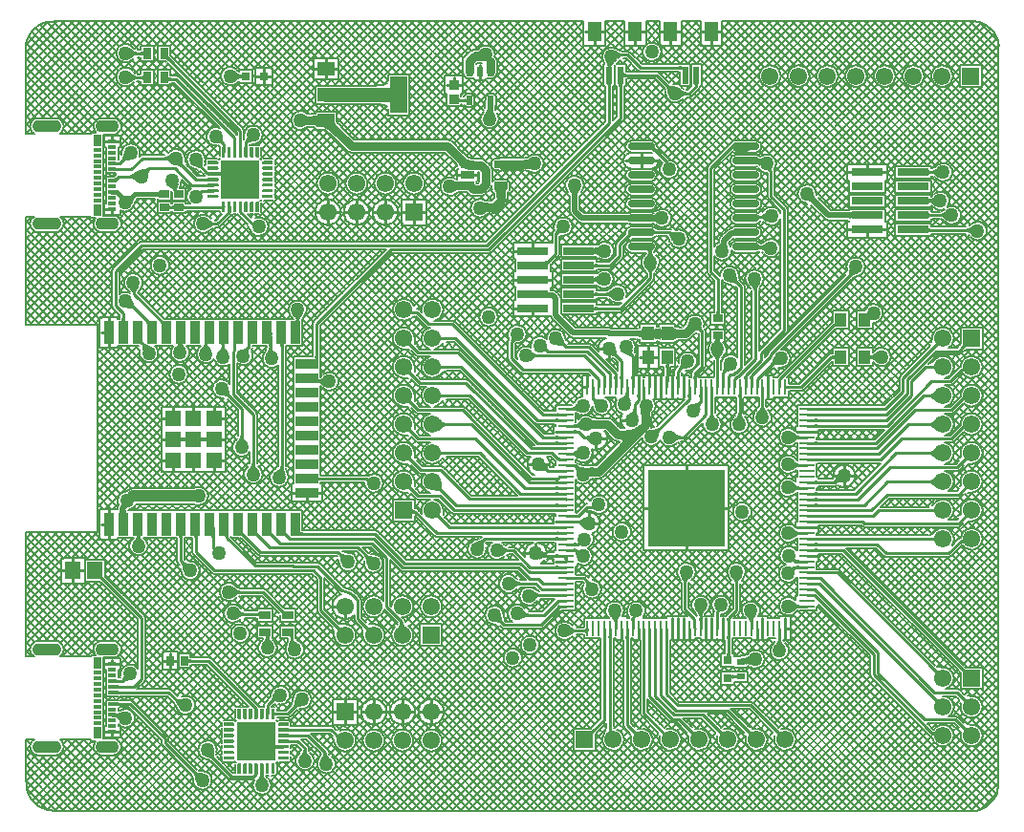
<source format=gtl>
G04*
G04 #@! TF.GenerationSoftware,Altium Limited,Altium Designer,21.0.9 (235)*
G04*
G04 Layer_Physical_Order=1*
G04 Layer_Color=255*
%FSLAX25Y25*%
%MOIN*%
G70*
G04*
G04 #@! TF.SameCoordinates,E84AEAD4-148F-411F-9A4D-F382D4A6362F*
G04*
G04*
G04 #@! TF.FilePolarity,Positive*
G04*
G01*
G75*
%ADD14C,0.01000*%
%ADD16R,0.01100X0.05350*%
%ADD17R,0.05350X0.01100*%
%ADD18R,0.27000X0.27000*%
%ADD21R,0.10984X0.02913*%
%ADD24R,0.05236X0.05236*%
%ADD25R,0.07874X0.03543*%
%ADD26R,0.03543X0.07874*%
%ADD27R,0.13189X0.13189*%
%ADD28C,0.01063*%
%ADD30R,0.02953X0.03937*%
%ADD31R,0.02756X0.03937*%
%ADD32R,0.02756X0.01181*%
%ADD34R,0.03937X0.02953*%
%ADD35R,0.02613X0.03394*%
%ADD36R,0.04331X0.05118*%
%ADD41R,0.04724X0.07087*%
%ADD42R,0.02362X0.06102*%
%ADD43R,0.05906X0.12992*%
%ADD44R,0.05906X0.04724*%
G04:AMPARAMS|DCode=48|XSize=43.31mil|YSize=102.36mil|CornerRadius=21.65mil|HoleSize=0mil|Usage=FLASHONLY|Rotation=270.000|XOffset=0mil|YOffset=0mil|HoleType=Round|Shape=RoundedRectangle|*
%AMROUNDEDRECTD48*
21,1,0.04331,0.05906,0,0,270.0*
21,1,0.00000,0.10236,0,0,270.0*
1,1,0.04331,-0.02953,0.00000*
1,1,0.04331,-0.02953,0.00000*
1,1,0.04331,0.02953,0.00000*
1,1,0.04331,0.02953,0.00000*
%
%ADD48ROUNDEDRECTD48*%
G04:AMPARAMS|DCode=49|XSize=43.31mil|YSize=82.68mil|CornerRadius=21.65mil|HoleSize=0mil|Usage=FLASHONLY|Rotation=270.000|XOffset=0mil|YOffset=0mil|HoleType=Round|Shape=RoundedRectangle|*
%AMROUNDEDRECTD49*
21,1,0.04331,0.03937,0,0,270.0*
21,1,0.00000,0.08268,0,0,270.0*
1,1,0.04331,-0.01968,0.00000*
1,1,0.04331,-0.01968,0.00000*
1,1,0.04331,0.01968,0.00000*
1,1,0.04331,0.01968,0.00000*
%
%ADD49ROUNDEDRECTD49*%
%ADD51C,0.00800*%
%ADD52O,0.09449X0.02756*%
%ADD53R,0.05315X0.06102*%
%ADD54R,0.03150X0.02362*%
%ADD55R,0.03150X0.03150*%
%ADD56R,0.03347X0.02756*%
%ADD57R,0.03543X0.02756*%
G04:AMPARAMS|DCode=58|XSize=25.59mil|YSize=47.24mil|CornerRadius=1.92mil|HoleSize=0mil|Usage=FLASHONLY|Rotation=90.000|XOffset=0mil|YOffset=0mil|HoleType=Round|Shape=RoundedRectangle|*
%AMROUNDEDRECTD58*
21,1,0.02559,0.04341,0,0,90.0*
21,1,0.02175,0.04724,0,0,90.0*
1,1,0.00384,0.02170,0.01088*
1,1,0.00384,0.02170,-0.01088*
1,1,0.00384,-0.02170,-0.01088*
1,1,0.00384,-0.02170,0.01088*
%
%ADD58ROUNDEDRECTD58*%
G04:AMPARAMS|DCode=59|XSize=21.65mil|YSize=31.5mil|CornerRadius=1.95mil|HoleSize=0mil|Usage=FLASHONLY|Rotation=0.000|XOffset=0mil|YOffset=0mil|HoleType=Round|Shape=RoundedRectangle|*
%AMROUNDEDRECTD59*
21,1,0.02165,0.02760,0,0,0.0*
21,1,0.01776,0.03150,0,0,0.0*
1,1,0.00390,0.00888,-0.01380*
1,1,0.00390,-0.00888,-0.01380*
1,1,0.00390,-0.00888,0.01380*
1,1,0.00390,0.00888,0.01380*
%
%ADD59ROUNDEDRECTD59*%
%ADD60R,0.03543X0.03347*%
%ADD61R,0.04331X0.04724*%
%ADD62C,0.03000*%
%ADD63C,0.02000*%
%ADD64C,0.01500*%
%ADD65C,0.04000*%
%ADD66C,0.05000*%
%ADD67C,0.06102*%
%ADD68R,0.06102X0.06102*%
%ADD69R,0.06102X0.06102*%
%ADD70C,0.05000*%
G36*
X286595Y417000D02*
X286585Y417095D01*
X286554Y417180D01*
X286504Y417255D01*
X286433Y417320D01*
X286342Y417375D01*
X286230Y417420D01*
X286099Y417455D01*
X285947Y417480D01*
X285775Y417495D01*
X285583Y417500D01*
Y418500D01*
X285775Y418505D01*
X285947Y418520D01*
X286099Y418545D01*
X286230Y418580D01*
X286342Y418625D01*
X286433Y418680D01*
X286504Y418745D01*
X286554Y418820D01*
X286585Y418905D01*
X286595Y419000D01*
Y417000D01*
D02*
G37*
G36*
X282527Y419513D02*
X282995Y419112D01*
X283220Y418950D01*
X283439Y418813D01*
X283653Y418700D01*
X283860Y418612D01*
X284063Y418550D01*
X284259Y418512D01*
X284450Y418500D01*
Y417500D01*
X284259Y417487D01*
X284063Y417450D01*
X283860Y417387D01*
X283653Y417300D01*
X283439Y417188D01*
X283220Y417050D01*
X282995Y416888D01*
X282764Y416700D01*
X282285Y416250D01*
Y419750D01*
X282527Y419513D01*
D02*
G37*
G36*
X451355Y418792D02*
X452507Y418244D01*
X452744Y418156D01*
X453156Y418039D01*
X453331Y418010D01*
X453486Y418000D01*
X453787Y417000D01*
X453580Y416986D01*
X453380Y416945D01*
X453185Y416876D01*
X452997Y416779D01*
X452816Y416655D01*
X452640Y416503D01*
X452471Y416324D01*
X452308Y416117D01*
X452152Y415882D01*
X452001Y415620D01*
X451015Y418978D01*
X451355Y418792D01*
D02*
G37*
G36*
X404601Y415428D02*
X404566Y415442D01*
X404503Y415454D01*
X404412Y415465D01*
X404147Y415482D01*
X403000Y415500D01*
X402209Y418500D01*
X402489Y418504D01*
X403181Y418557D01*
X403362Y418589D01*
X403519Y418629D01*
X403651Y418675D01*
X403759Y418729D01*
X403842Y418790D01*
X403901Y418858D01*
X404601Y415428D01*
D02*
G37*
G36*
X295350Y417381D02*
X295323Y417290D01*
X295324Y417184D01*
X295353Y417065D01*
X295411Y416930D01*
X295497Y416782D01*
X295612Y416619D01*
X295754Y416441D01*
X296124Y416044D01*
X295417Y415336D01*
X295211Y415536D01*
X294842Y415849D01*
X294679Y415964D01*
X294530Y416049D01*
X294396Y416107D01*
X294276Y416137D01*
X294171Y416138D01*
X294080Y416111D01*
X294003Y416055D01*
X295405Y417458D01*
X295350Y417381D01*
D02*
G37*
G36*
X450971Y414589D02*
X450709Y414439D01*
X450474Y414282D01*
X450267Y414119D01*
X450087Y413950D01*
X449936Y413775D01*
X449811Y413593D01*
X449795Y413562D01*
X449835Y413519D01*
X449910Y413469D01*
X449996Y413439D01*
X450091Y413429D01*
X449727D01*
X449715Y413405D01*
X449646Y413211D01*
X449604Y413011D01*
X449590Y412804D01*
X448591Y413105D01*
X448581Y413259D01*
X448552Y413429D01*
X448091D01*
X448185Y413439D01*
X448271Y413469D01*
X448346Y413519D01*
X448411Y413589D01*
X448465Y413679D01*
X448478Y413709D01*
X448434Y413846D01*
X448239Y414341D01*
X447965Y414917D01*
X447613Y415576D01*
X450971Y414589D01*
D02*
G37*
G36*
X474422Y413429D02*
X474433Y411941D01*
X474423Y412036D01*
X474392Y412121D01*
X474341Y412196D01*
X474270Y412261D01*
X474178Y412316D01*
X474067Y412361D01*
X473936Y412396D01*
X473784Y412421D01*
X473613Y412436D01*
X473421Y412441D01*
Y413441D01*
X474422Y413429D01*
D02*
G37*
G36*
X454195Y411295D02*
X454225Y411210D01*
X454276Y411135D01*
X454347Y411070D01*
X454438Y411015D01*
X454549Y410970D01*
X454680Y410935D01*
X454832Y410910D01*
X455004Y410895D01*
X455197Y410890D01*
Y409890D01*
X455004Y409885D01*
X454832Y409870D01*
X454680Y409845D01*
X454549Y409810D01*
X454438Y409765D01*
X454347Y409710D01*
X454276Y409645D01*
X454225Y409570D01*
X454195Y409485D01*
X454185Y409390D01*
Y411390D01*
X454195Y411295D01*
D02*
G37*
G36*
X319027Y411513D02*
X319495Y411112D01*
X319720Y410950D01*
X319939Y410813D01*
X320153Y410700D01*
X320360Y410612D01*
X320444Y410587D01*
X320538Y410625D01*
X320628Y410680D01*
X320698Y410745D01*
X320748Y410820D01*
X320778Y410905D01*
X320788Y411000D01*
Y410511D01*
X320950Y410500D01*
Y409500D01*
X320788Y409489D01*
Y409000D01*
X320778Y409095D01*
X320748Y409180D01*
X320698Y409255D01*
X320628Y409320D01*
X320538Y409375D01*
X320444Y409413D01*
X320360Y409387D01*
X320153Y409300D01*
X319939Y409188D01*
X319720Y409050D01*
X319495Y408887D01*
X319264Y408700D01*
X318785Y408250D01*
Y411750D01*
X319027Y411513D01*
D02*
G37*
G36*
X286595Y408500D02*
X286585Y408595D01*
X286554Y408680D01*
X286504Y408755D01*
X286433Y408820D01*
X286342Y408875D01*
X286230Y408920D01*
X286099Y408955D01*
X285947Y408980D01*
X285775Y408995D01*
X285583Y409000D01*
Y410000D01*
X285775Y410005D01*
X285947Y410020D01*
X286099Y410045D01*
X286230Y410080D01*
X286342Y410125D01*
X286433Y410180D01*
X286504Y410245D01*
X286554Y410320D01*
X286585Y410405D01*
X286595Y410500D01*
Y408500D01*
D02*
G37*
G36*
X295415Y409905D02*
X295446Y409820D01*
X295496Y409745D01*
X295567Y409680D01*
X295658Y409625D01*
X295770Y409580D01*
X295901Y409545D01*
X296053Y409520D01*
X296225Y409505D01*
X296417Y409500D01*
Y408500D01*
X296225Y408495D01*
X296053Y408480D01*
X295901Y408455D01*
X295770Y408420D01*
X295658Y408375D01*
X295567Y408320D01*
X295496Y408255D01*
X295446Y408180D01*
X295415Y408095D01*
X295405Y408000D01*
Y410000D01*
X295415Y409905D01*
D02*
G37*
G36*
X282661Y411063D02*
X283076Y410643D01*
X283282Y410473D01*
X283486Y410328D01*
X283689Y410210D01*
X283891Y410118D01*
X284091Y410052D01*
X284290Y410013D01*
X284488Y410000D01*
X284385Y409000D01*
X284203Y408988D01*
X284012Y408953D01*
X283809Y408895D01*
X283597Y408813D01*
X283373Y408708D01*
X283140Y408579D01*
X282896Y408427D01*
X282377Y408052D01*
X282101Y407830D01*
X282451Y411313D01*
X282661Y411063D01*
D02*
G37*
G36*
X480270Y407353D02*
X480197Y407325D01*
X480133Y407278D01*
X480078Y407212D01*
X480031Y407128D01*
X479993Y407025D01*
X479963Y406903D01*
X479941Y406762D01*
X479929Y406603D01*
X479924Y406424D01*
X478924D01*
X478920Y406603D01*
X478907Y406762D01*
X478886Y406903D01*
X478856Y407025D01*
X478818Y407128D01*
X478771Y407212D01*
X478716Y407278D01*
X478652Y407325D01*
X478579Y407353D01*
X478498Y407363D01*
X480351D01*
X480270Y407353D01*
D02*
G37*
G36*
X453933Y407352D02*
X453848Y407322D01*
X453772Y407271D01*
X453708Y407201D01*
X453652Y407110D01*
X453608Y406998D01*
X453573Y406867D01*
X453547Y406715D01*
X453533Y406543D01*
X453527Y406351D01*
X452528D01*
X452523Y406543D01*
X452507Y406715D01*
X452483Y406867D01*
X452448Y406998D01*
X452402Y407110D01*
X452348Y407201D01*
X452282Y407271D01*
X452208Y407322D01*
X452122Y407352D01*
X452028Y407363D01*
X454028D01*
X453933Y407352D01*
D02*
G37*
G36*
X449996D02*
X449910Y407322D01*
X449835Y407271D01*
X449771Y407201D01*
X449716Y407110D01*
X449671Y406998D01*
X449636Y406867D01*
X449611Y406715D01*
X449596Y406543D01*
X449590Y406351D01*
X448591D01*
X448586Y406543D01*
X448571Y406715D01*
X448546Y406867D01*
X448511Y406998D01*
X448465Y407110D01*
X448411Y407201D01*
X448346Y407271D01*
X448271Y407322D01*
X448185Y407352D01*
X448091Y407363D01*
X450091D01*
X449996Y407352D01*
D02*
G37*
G36*
X469704Y407020D02*
X469870Y406908D01*
X470057Y406809D01*
X470266Y406724D01*
X470496Y406653D01*
X470749Y406595D01*
X471023Y406551D01*
X471318Y406520D01*
X471975Y406500D01*
X469500Y404025D01*
X469497Y404364D01*
X469449Y404977D01*
X469405Y405251D01*
X469347Y405504D01*
X469276Y405734D01*
X469191Y405943D01*
X469092Y406130D01*
X468980Y406295D01*
X468854Y406439D01*
X469561Y407146D01*
X469704Y407020D01*
D02*
G37*
G36*
X474027Y405513D02*
X474495Y405113D01*
X474720Y404950D01*
X474939Y404812D01*
X475153Y404700D01*
X475360Y404612D01*
X475562Y404550D01*
X475759Y404513D01*
X475949Y404500D01*
Y403500D01*
X475759Y403487D01*
X475562Y403450D01*
X475360Y403387D01*
X475153Y403300D01*
X474939Y403188D01*
X474720Y403050D01*
X474495Y402887D01*
X474264Y402700D01*
X473785Y402250D01*
Y405750D01*
X474027Y405513D01*
D02*
G37*
G36*
X399186Y400535D02*
X399176Y400630D01*
X399146Y400715D01*
X399095Y400790D01*
X399024Y400855D01*
X398933Y400910D01*
X398822Y400955D01*
X398690Y400990D01*
X398538Y401015D01*
X398366Y401030D01*
X398174Y401035D01*
Y402035D01*
X398366Y402040D01*
X398538Y402055D01*
X398690Y402080D01*
X398822Y402115D01*
X398933Y402160D01*
X399024Y402215D01*
X399095Y402280D01*
X399146Y402355D01*
X399176Y402440D01*
X399186Y402535D01*
Y400535D01*
D02*
G37*
G36*
X396758Y402440D02*
X396788Y402355D01*
X396839Y402280D01*
X396910Y402215D01*
X397001Y402160D01*
X397112Y402115D01*
X397243Y402080D01*
X397395Y402055D01*
X397567Y402040D01*
X397760Y402035D01*
Y401035D01*
X397567Y401030D01*
X397395Y401015D01*
X397243Y400990D01*
X397112Y400955D01*
X397001Y400910D01*
X396910Y400855D01*
X396839Y400790D01*
X396788Y400715D01*
X396758Y400630D01*
X396748Y400535D01*
Y402535D01*
X396758Y402440D01*
D02*
G37*
G36*
X408733Y399906D02*
X408701Y399834D01*
X408673Y399723D01*
X408649Y399574D01*
X408611Y399163D01*
X408596Y398653D01*
X408601Y398409D01*
X408610Y398306D01*
X408645Y398077D01*
X408694Y397858D01*
X408757Y397649D01*
X408834Y397449D01*
X408925Y397259D01*
X409030Y397079D01*
X409150Y396908D01*
X409283Y396748D01*
X408633Y396789D01*
X408643Y396295D01*
X406520D01*
X406532Y396337D01*
X406542Y396437D01*
X406560Y396814D01*
X406561Y396920D01*
X405790Y396970D01*
X405940Y397112D01*
X406075Y397267D01*
X406194Y397433D01*
X406297Y397611D01*
X406384Y397801D01*
X406455Y398004D01*
X406510Y398218D01*
X406550Y398443D01*
X406574Y398681D01*
X406577Y398771D01*
X406582Y399353D01*
X406651D01*
X406688Y399930D01*
X406712Y399941D01*
X408768D01*
X408733Y399906D01*
D02*
G37*
G36*
X347461Y392095D02*
X347431Y392268D01*
X347341Y392422D01*
X347191Y392559D01*
X346981Y392677D01*
X346711Y392777D01*
X346381Y392859D01*
X345991Y392923D01*
X345541Y392968D01*
X344634Y392999D01*
X343808Y392947D01*
X343649Y392921D01*
X343515Y392891D01*
X343406Y392856D01*
X343321Y392816D01*
X343261Y392772D01*
X343344Y396271D01*
X343407Y396221D01*
X343493Y396175D01*
X343604Y396135D01*
X343739Y396101D01*
X343898Y396071D01*
X344290Y396029D01*
X344749Y396009D01*
X345031Y396013D01*
X346381Y396131D01*
X346711Y396202D01*
X346981Y396289D01*
X347191Y396392D01*
X347341Y396511D01*
X347431Y396645D01*
X347461Y396795D01*
Y392095D01*
D02*
G37*
G36*
X353146Y395540D02*
X353041Y395285D01*
X353026Y394982D01*
X353102Y394630D01*
X353269Y394230D01*
X353526Y393781D01*
X353874Y393284D01*
X354313Y392739D01*
X355464Y391504D01*
X353812Y388913D01*
X353022Y389682D01*
X350998Y391387D01*
X350439Y391756D01*
X349938Y392024D01*
X349494Y392192D01*
X349108Y392260D01*
X348780Y392227D01*
X348509Y392095D01*
X353342Y395747D01*
X353146Y395540D01*
D02*
G37*
G36*
X324364Y387082D02*
X324196Y387118D01*
X324030Y387135D01*
X323868Y387134D01*
X323709Y387115D01*
X323553Y387077D01*
X323400Y387021D01*
X323251Y386947D01*
X323105Y386855D01*
X322962Y386744D01*
X322822Y386615D01*
X322115Y387322D01*
X322244Y387462D01*
X322355Y387605D01*
X322447Y387751D01*
X322521Y387900D01*
X322577Y388053D01*
X322615Y388209D01*
X322634Y388368D01*
X322635Y388530D01*
X322618Y388696D01*
X322582Y388864D01*
X324364Y387082D01*
D02*
G37*
G36*
X314413Y388284D02*
X314398Y388091D01*
X314402Y387904D01*
X314424Y387723D01*
X314465Y387548D01*
X314524Y387378D01*
X314602Y387215D01*
X314699Y387057D01*
X314814Y386905D01*
X314948Y386759D01*
X314241Y386052D01*
X314095Y386186D01*
X313943Y386301D01*
X313785Y386398D01*
X313622Y386476D01*
X313452Y386535D01*
X313277Y386576D01*
X313096Y386598D01*
X312909Y386602D01*
X312716Y386587D01*
X312517Y386554D01*
X314446Y388483D01*
X314413Y388284D01*
D02*
G37*
G36*
X492180Y386236D02*
X492169Y386189D01*
X492425Y384513D01*
X492398Y384620D01*
X492355Y384696D01*
X492295Y384742D01*
X492219Y384758D01*
X492126Y384743D01*
X492017Y384698D01*
X491892Y384622D01*
X491750Y384515D01*
X491592Y384378D01*
X491418Y384211D01*
X490926Y385133D01*
X491186Y385391D01*
X492162Y386249D01*
X492180Y386236D01*
D02*
G37*
G36*
X464942Y385465D02*
X464912Y385377D01*
X464907Y385278D01*
X464928Y385167D01*
X464975Y385043D01*
X465048Y384908D01*
X465147Y384761D01*
X465271Y384602D01*
X465421Y384431D01*
X465597Y384247D01*
X464890Y383540D01*
X464708Y383716D01*
X464378Y383990D01*
X464232Y384088D01*
X464097Y384160D01*
X463974Y384207D01*
X463863Y384227D01*
X463764Y384222D01*
X463677Y384191D01*
X463601Y384134D01*
X464998Y385540D01*
X464942Y385465D01*
D02*
G37*
G36*
X326996Y382169D02*
Y382052D01*
X326906Y381835D01*
X326740Y381669D01*
X326523Y381579D01*
X326288D01*
X326071Y381669D01*
X325905Y381835D01*
X325815Y382052D01*
Y382169D01*
Y385319D01*
X326996D01*
Y382169D01*
D02*
G37*
G36*
X325028D02*
Y382052D01*
X324938Y381835D01*
X324771Y381669D01*
X324554Y381579D01*
X324320D01*
X324102Y381669D01*
X323936Y381835D01*
X323847Y382052D01*
Y382169D01*
Y385319D01*
X325028D01*
Y382169D01*
D02*
G37*
G36*
X323059D02*
Y382052D01*
X322969Y381835D01*
X322803Y381669D01*
X322586Y381579D01*
X322351D01*
X322134Y381669D01*
X321968Y381835D01*
X321878Y382052D01*
Y382169D01*
Y385319D01*
X323059D01*
X323059Y382169D01*
D02*
G37*
G36*
X321091D02*
Y382052D01*
X321001Y381835D01*
X320834Y381669D01*
X320618Y381579D01*
X320382D01*
X320165Y381669D01*
X319999Y381835D01*
X319910Y382052D01*
Y382169D01*
Y385319D01*
X321091D01*
Y382169D01*
D02*
G37*
G36*
X319122D02*
Y382052D01*
X319032Y381835D01*
X318866Y381669D01*
X318649Y381579D01*
X318414D01*
X318197Y381669D01*
X318031Y381835D01*
X317941Y382052D01*
Y382169D01*
X317941D01*
Y385319D01*
X319122D01*
Y382169D01*
D02*
G37*
G36*
X317154D02*
Y382052D01*
X317064Y381835D01*
X316898Y381669D01*
X316681Y381579D01*
X316445D01*
X316229Y381669D01*
X316062Y381835D01*
X315972Y382052D01*
Y382169D01*
Y385319D01*
X317154D01*
Y382169D01*
D02*
G37*
G36*
X315185D02*
Y382052D01*
X315095Y381835D01*
X314929Y381669D01*
X314712Y381579D01*
X314477D01*
X314260Y381669D01*
X314094Y381835D01*
X314004Y382052D01*
Y382169D01*
Y385319D01*
X315185D01*
Y382169D01*
D02*
G37*
G36*
X501814Y378287D02*
X501658Y378549D01*
X501497Y378783D01*
X501330Y378989D01*
X501158Y379168D01*
X500980Y379320D01*
X500873Y379392D01*
X500842Y379375D01*
X500744Y379307D01*
X500783Y379450D01*
X500607Y379540D01*
X500412Y379609D01*
X500211Y379650D01*
X500005Y379664D01*
X500287Y380664D01*
X500445Y380674D01*
X500623Y380704D01*
X500819Y380754D01*
X501036Y380824D01*
X501171Y380878D01*
X501248Y381159D01*
X501235Y381065D01*
X501251Y380981D01*
X501285Y380925D01*
X501527Y381023D01*
X501802Y381153D01*
X502744Y381661D01*
X501814Y378287D01*
D02*
G37*
G36*
X282071Y380733D02*
X281742Y380753D01*
X281145Y380742D01*
X280876Y380712D01*
X280628Y380665D01*
X280399Y380602D01*
X280191Y380523D01*
X280003Y380426D01*
X279836Y380314D01*
X279688Y380184D01*
X279033Y380943D01*
X279155Y381082D01*
X279266Y381244D01*
X279367Y381430D01*
X279457Y381638D01*
X279538Y381870D01*
X279607Y382125D01*
X279666Y382404D01*
X279752Y383031D01*
X279780Y383379D01*
X282071Y380733D01*
D02*
G37*
G36*
X296240Y379626D02*
X296002Y379865D01*
X295540Y380267D01*
X295317Y380431D01*
X295099Y380569D01*
X294887Y380682D01*
X294679Y380770D01*
X294477Y380833D01*
X294281Y380871D01*
X294089Y380883D01*
X294100Y381883D01*
X294290Y381896D01*
X294486Y381933D01*
X294688Y381995D01*
X294896Y382082D01*
X295111Y382194D01*
X295332Y382330D01*
X295559Y382492D01*
X295792Y382678D01*
X296277Y383126D01*
X296240Y379626D01*
D02*
G37*
G36*
X331819Y379315D02*
X328552D01*
X328335Y379405D01*
X328169Y379571D01*
X328079Y379788D01*
Y379906D01*
Y380023D01*
X328169Y380240D01*
X328335Y380406D01*
X328552Y380496D01*
X331819D01*
Y379315D01*
D02*
G37*
G36*
X312665Y380406D02*
X312831Y380240D01*
X312921Y380023D01*
Y379906D01*
Y379788D01*
X312831Y379571D01*
X312665Y379405D01*
X312448Y379315D01*
X309181D01*
Y380496D01*
X312448D01*
X312665Y380406D01*
D02*
G37*
G36*
X278149Y379028D02*
X277959Y379026D01*
X277399Y378985D01*
X277309Y378967D01*
X277239Y378945D01*
X277189Y378919D01*
X277159Y378891D01*
X277149Y378858D01*
Y380016D01*
X277159Y380018D01*
X277189Y380020D01*
X277639Y380027D01*
X278149Y380028D01*
Y379028D01*
D02*
G37*
G36*
X398192Y382241D02*
X399028Y381562D01*
X399442Y381286D01*
X399853Y381053D01*
X400261Y380862D01*
X400666Y380713D01*
X401068Y380607D01*
X401467Y380544D01*
X401863Y380522D01*
X397328Y378153D01*
X397307Y378305D01*
X397243Y378486D01*
X397137Y378695D01*
X396989Y378933D01*
X396798Y379200D01*
X396288Y379819D01*
X395610Y380554D01*
X395207Y380963D01*
X397769Y382644D01*
X398192Y382241D01*
D02*
G37*
G36*
X300493Y380726D02*
X300479Y380423D01*
X300483Y380139D01*
X300505Y379874D01*
X300545Y379629D01*
X300604Y379402D01*
X300680Y379195D01*
X300775Y379007D01*
X300888Y378838D01*
X301019Y378688D01*
X300229Y378064D01*
X300094Y378183D01*
X299934Y378293D01*
X299750Y378395D01*
X299542Y378489D01*
X299310Y378574D01*
X299053Y378650D01*
X298468Y378777D01*
X298138Y378828D01*
X297785Y378871D01*
X300525Y381049D01*
X300493Y380726D01*
D02*
G37*
G36*
X421308Y377660D02*
X421250Y377700D01*
X421167Y377735D01*
X421059Y377767D01*
X420926Y377794D01*
X420768Y377818D01*
X420377Y377851D01*
X419604Y377870D01*
X419409Y380870D01*
X419690Y380873D01*
X420571Y380941D01*
X420731Y380973D01*
X420866Y381010D01*
X420977Y381052D01*
X421064Y381101D01*
X421126Y381155D01*
X421308Y377660D01*
D02*
G37*
G36*
X289105Y377455D02*
X288980Y377313D01*
X288868Y377149D01*
X288769Y376963D01*
X288681Y376754D01*
X288606Y376523D01*
X288543Y376269D01*
X288492Y375993D01*
X288453Y375694D01*
X288412Y375029D01*
X286020Y377585D01*
X286355Y377577D01*
X286961Y377608D01*
X287233Y377645D01*
X287483Y377698D01*
X287713Y377765D01*
X287922Y377848D01*
X288109Y377946D01*
X288276Y378058D01*
X288421Y378186D01*
X289105Y377455D01*
D02*
G37*
G36*
X307343Y380051D02*
X307295Y379769D01*
X307270Y379503D01*
X307267Y379252D01*
X307288Y379018D01*
X307332Y378799D01*
X307399Y378597D01*
X307488Y378410D01*
X307601Y378239D01*
X307736Y378084D01*
X306842Y377565D01*
X306721Y377671D01*
X306573Y377776D01*
X306397Y377880D01*
X306194Y377983D01*
X305963Y378084D01*
X305419Y378284D01*
X304766Y378478D01*
X304397Y378574D01*
X307414Y380349D01*
X307343Y380051D01*
D02*
G37*
G36*
X331819Y377346D02*
X328552D01*
X328335Y377436D01*
X328169Y377603D01*
X328079Y377819D01*
Y377937D01*
Y378054D01*
X328169Y378272D01*
X328335Y378438D01*
X328552Y378528D01*
X331819D01*
Y377346D01*
D02*
G37*
G36*
X312665Y378438D02*
X312831Y378272D01*
X312921Y378054D01*
Y377937D01*
Y377819D01*
X312831Y377603D01*
X312665Y377436D01*
X312448Y377346D01*
X309181D01*
Y378528D01*
X312448D01*
X312665Y378438D01*
D02*
G37*
G36*
X277159Y378038D02*
X277189Y378030D01*
X277239Y378023D01*
X277309Y378017D01*
X277789Y378002D01*
X278149Y378000D01*
Y377000D01*
X277959Y376999D01*
X277309Y376960D01*
X277239Y376946D01*
X277189Y376930D01*
X277159Y376911D01*
X277149Y376890D01*
Y378047D01*
X277159Y378038D01*
D02*
G37*
G36*
X505626Y377596D02*
X505623Y377578D01*
X505628Y377555D01*
X505639Y377528D01*
X505658Y377497D01*
X505683Y377461D01*
X505715Y377420D01*
X505800Y377325D01*
X505854Y377271D01*
X505147Y376564D01*
X504583Y377069D01*
X505635Y377609D01*
X505626Y377596D01*
D02*
G37*
G36*
X313930Y374969D02*
X313919Y375063D01*
X313889Y375149D01*
X313838Y375223D01*
X313768Y375289D01*
X313677Y375343D01*
X313565Y375389D01*
X313434Y375424D01*
X313282Y375448D01*
X313110Y375464D01*
X312917Y375468D01*
Y375842D01*
X312831Y375634D01*
X312665Y375468D01*
X312448Y375378D01*
X309181D01*
Y376559D01*
X312331Y376559D01*
X312448D01*
X312665Y376469D01*
X312831Y376303D01*
X312917Y376095D01*
Y376468D01*
X313110Y376473D01*
X313282Y376488D01*
X313434Y376514D01*
X313565Y376549D01*
X313677Y376593D01*
X313768Y376648D01*
X313838Y376713D01*
X313889Y376788D01*
X313919Y376873D01*
X313930Y376969D01*
Y374969D01*
D02*
G37*
G36*
X560502Y377405D02*
X560532Y377320D01*
X560582Y377245D01*
X560652Y377180D01*
X560742Y377125D01*
X560852Y377080D01*
X560982Y377045D01*
X561132Y377020D01*
X561302Y377005D01*
X561492Y377000D01*
Y376000D01*
X561302Y375995D01*
X561132Y375980D01*
X560982Y375955D01*
X560852Y375920D01*
X560742Y375875D01*
X560652Y375820D01*
X560582Y375755D01*
X560532Y375680D01*
X560502Y375595D01*
X560492Y375500D01*
Y377500D01*
X560502Y377405D01*
D02*
G37*
G36*
X331819Y375378D02*
X328552D01*
X328335Y375468D01*
X328169Y375634D01*
X328079Y375851D01*
Y375969D01*
Y376086D01*
X328169Y376303D01*
X328335Y376469D01*
X328552Y376559D01*
X328669D01*
Y376559D01*
X331819D01*
Y375378D01*
D02*
G37*
G36*
X563715Y374750D02*
X563473Y374988D01*
X563005Y375388D01*
X562780Y375550D01*
X562561Y375688D01*
X562347Y375800D01*
X562140Y375887D01*
X561938Y375950D01*
X561741Y375988D01*
X561551Y376000D01*
Y377000D01*
X561741Y377012D01*
X561938Y377050D01*
X562140Y377113D01*
X562347Y377200D01*
X562561Y377312D01*
X562780Y377450D01*
X563005Y377612D01*
X563236Y377800D01*
X563715Y378250D01*
Y374750D01*
D02*
G37*
G36*
X277856Y374110D02*
X277722Y373971D01*
X277496Y373709D01*
X277404Y373586D01*
X277326Y373467D01*
X277263Y373354D01*
X277213Y373246D01*
X277178Y373143D01*
X277156Y373045D01*
X277149Y372953D01*
X275735Y374098D01*
X275818Y374049D01*
X275915Y374027D01*
X276024Y374032D01*
X276146Y374064D01*
X276281Y374122D01*
X276429Y374208D01*
X276589Y374320D01*
X276763Y374459D01*
X277149Y374817D01*
X277856Y374110D01*
D02*
G37*
G36*
X331819Y373410D02*
X328552D01*
X328335Y373499D01*
X328169Y373665D01*
X328079Y373883D01*
Y374000D01*
Y374117D01*
X328169Y374335D01*
X328335Y374501D01*
X328552Y374590D01*
X331819D01*
Y373410D01*
D02*
G37*
G36*
X312665Y374501D02*
X312831Y374335D01*
X312921Y374117D01*
Y374000D01*
Y373883D01*
X312831Y373665D01*
X312665Y373499D01*
X312448Y373410D01*
X309181D01*
Y374590D01*
X312448D01*
X312665Y374501D01*
D02*
G37*
G36*
X284127Y373337D02*
X283885Y373575D01*
X283418Y373975D01*
X283193Y374137D01*
X282974Y374275D01*
X282760Y374387D01*
X282553Y374475D01*
X282350Y374537D01*
X282154Y374575D01*
X281963Y374587D01*
Y375587D01*
X282154Y375600D01*
X282350Y375637D01*
X282553Y375700D01*
X282760Y375787D01*
X282974Y375900D01*
X283193Y376037D01*
X283418Y376200D01*
X283649Y376387D01*
X284127Y376837D01*
Y373337D01*
D02*
G37*
G36*
X331819Y371441D02*
X328669Y371441D01*
X328552D01*
X328335Y371531D01*
X328169Y371697D01*
X328079Y371914D01*
Y372031D01*
Y372149D01*
X328169Y372366D01*
X328335Y372532D01*
X328552Y372622D01*
X331819D01*
Y371441D01*
D02*
G37*
G36*
X312665Y372532D02*
X312831Y372366D01*
X312921Y372149D01*
Y372031D01*
Y371914D01*
X312831Y371697D01*
X312665Y371531D01*
X312448Y371441D01*
X312331D01*
Y371441D01*
X309181D01*
Y372622D01*
X312448D01*
X312665Y372532D01*
D02*
G37*
G36*
X298925Y372302D02*
X298445Y370708D01*
X298403Y370500D01*
X298407Y370484D01*
X298452Y370373D01*
X298507Y370282D01*
X298572Y370211D01*
X298647Y370160D01*
X298732Y370129D01*
X298827Y370118D01*
X298349Y370122D01*
X298334Y370009D01*
X298327Y369819D01*
X297327Y369642D01*
X297313Y369853D01*
X297271Y370052D01*
X297202Y370239D01*
X297105Y370412D01*
X296980Y370573D01*
X296828Y370722D01*
X296648Y370858D01*
X296440Y370981D01*
X296204Y371091D01*
X295941Y371189D01*
X299065Y372685D01*
X298925Y372302D01*
D02*
G37*
G36*
X395147Y373394D02*
X395225Y373366D01*
X395329Y373341D01*
X395459Y373320D01*
X395796Y373287D01*
X396234Y373267D01*
X396776Y373260D01*
X397171Y370260D01*
X396890Y370257D01*
X396194Y370210D01*
X396011Y370181D01*
X395852Y370146D01*
X395717Y370106D01*
X395606Y370058D01*
X395520Y370005D01*
X395458Y369945D01*
X395094Y373426D01*
X395147Y373394D01*
D02*
G37*
G36*
X331819Y369472D02*
X328552D01*
X328335Y369562D01*
X328169Y369728D01*
X328079Y369946D01*
Y370063D01*
Y370181D01*
X328169Y370397D01*
X328335Y370564D01*
X328552Y370654D01*
X331819D01*
Y369472D01*
D02*
G37*
G36*
X312665Y370564D02*
X312831Y370397D01*
X312921Y370181D01*
Y370063D01*
Y369946D01*
X312831Y369728D01*
X312665Y369562D01*
X312448Y369472D01*
X309181D01*
Y370654D01*
X312448D01*
X312665Y370564D01*
D02*
G37*
G36*
X283805Y367636D02*
X283662Y367482D01*
X283528Y367314D01*
X283402Y367132D01*
X283284Y366935D01*
X283175Y366725D01*
X283074Y366500D01*
X282896Y366009D01*
X282820Y365742D01*
X282753Y365461D01*
X280899Y368430D01*
X281149Y368380D01*
X281390Y368353D01*
X281623Y368348D01*
X281846Y368366D01*
X282061Y368408D01*
X282267Y368471D01*
X282464Y368558D01*
X282652Y368668D01*
X282832Y368800D01*
X283003Y368955D01*
X283805Y367636D01*
D02*
G37*
G36*
X438608Y370062D02*
X438480Y369899D01*
X438368Y369725D01*
X438270Y369541D01*
X438188Y369346D01*
X438120Y369140D01*
X438067Y368923D01*
X438030Y368696D01*
X438007Y368458D01*
X438000Y368209D01*
X436000D01*
X435992Y368458D01*
X435970Y368696D01*
X435932Y368923D01*
X435880Y369140D01*
X435813Y369346D01*
X435730Y369541D01*
X435633Y369725D01*
X435520Y369899D01*
X435393Y370062D01*
X435250Y370215D01*
X438750D01*
X438608Y370062D01*
D02*
G37*
G36*
X331819Y367504D02*
X328552D01*
X328335Y367594D01*
X328169Y367760D01*
X328079Y367977D01*
Y368094D01*
Y368212D01*
X328169Y368429D01*
X328335Y368595D01*
X328552Y368685D01*
X331819D01*
Y367504D01*
D02*
G37*
G36*
X312665Y368595D02*
X312831Y368429D01*
X312921Y368212D01*
Y368094D01*
Y367977D01*
X312831Y367760D01*
X312665Y367594D01*
X312448Y367504D01*
X309181D01*
Y368685D01*
X312448D01*
X312665Y368595D01*
D02*
G37*
G36*
X413458Y370443D02*
X413318Y370303D01*
X413195Y370116D01*
X413088Y369882D01*
X412997Y369600D01*
X412923Y369270D01*
X412865Y368893D01*
X412824Y368469D01*
X412791Y367477D01*
X409791D01*
X409783Y367999D01*
X409720Y368899D01*
X409664Y369276D01*
X409593Y369606D01*
X409506Y369888D01*
X409403Y370122D01*
X409284Y370307D01*
X409150Y370445D01*
X408999Y370534D01*
X413615D01*
X413458Y370443D01*
D02*
G37*
G36*
X292339Y367398D02*
X292324Y367515D01*
X292279Y367620D01*
X292204Y367712D01*
X292099Y367792D01*
X291964Y367860D01*
X291799Y367915D01*
X291604Y367958D01*
X291379Y367989D01*
X291124Y368008D01*
X290839Y368014D01*
Y369514D01*
X291124Y369520D01*
X291604Y369569D01*
X291799Y369612D01*
X291964Y369668D01*
X292099Y369736D01*
X292204Y369816D01*
X292279Y369908D01*
X292324Y370013D01*
X292339Y370130D01*
Y367398D01*
D02*
G37*
G36*
X562715Y364750D02*
X562472Y364987D01*
X562005Y365388D01*
X561780Y365550D01*
X561561Y365687D01*
X561347Y365800D01*
X561140Y365887D01*
X560950Y365946D01*
X560852Y365920D01*
X560742Y365875D01*
X560652Y365820D01*
X560582Y365755D01*
X560532Y365680D01*
X560502Y365595D01*
X560492Y365500D01*
Y367500D01*
X560502Y367405D01*
X560532Y367320D01*
X560582Y367245D01*
X560652Y367180D01*
X560742Y367125D01*
X560852Y367080D01*
X560950Y367054D01*
X561140Y367112D01*
X561347Y367200D01*
X561561Y367313D01*
X561780Y367450D01*
X562005Y367613D01*
X562236Y367800D01*
X562715Y368250D01*
Y364750D01*
D02*
G37*
G36*
X520507Y368766D02*
X520532Y368561D01*
X520575Y368359D01*
X520637Y368159D01*
X520717Y367963D01*
X520815Y367769D01*
X520931Y367579D01*
X521065Y367392D01*
X521217Y367208D01*
X521388Y367026D01*
X519974Y365612D01*
X519793Y365783D01*
X519608Y365935D01*
X519421Y366069D01*
X519231Y366185D01*
X519037Y366283D01*
X518841Y366363D01*
X518641Y366425D01*
X518439Y366468D01*
X518233Y366493D01*
X518025Y366500D01*
X520500Y368975D01*
X520507Y368766D01*
D02*
G37*
G36*
X297351Y363236D02*
X297341Y363331D01*
X297310Y363416D01*
X297260Y363491D01*
X297189Y363556D01*
X297098Y363611D01*
X296987Y363656D01*
X296855Y363691D01*
X296703Y363716D01*
X296531Y363731D01*
X296500Y363732D01*
X296469Y363731D01*
X296297Y363716D01*
X296145Y363691D01*
X296013Y363656D01*
X295902Y363611D01*
X295811Y363556D01*
X295740Y363491D01*
X295690Y363416D01*
X295659Y363331D01*
X295649Y363236D01*
Y365236D01*
X295659Y365141D01*
X295690Y365056D01*
X295740Y364981D01*
X295811Y364916D01*
X295902Y364861D01*
X296013Y364816D01*
X296145Y364781D01*
X296297Y364756D01*
X296469Y364741D01*
X296500Y364740D01*
X296531Y364741D01*
X296703Y364756D01*
X296855Y364781D01*
X296987Y364816D01*
X297098Y364861D01*
X297189Y364916D01*
X297260Y364981D01*
X297310Y365056D01*
X297341Y365141D01*
X297351Y365236D01*
Y363236D01*
D02*
G37*
G36*
X300659Y365141D02*
X300690Y365056D01*
X300740Y364981D01*
X300811Y364916D01*
X300902Y364861D01*
X301013Y364816D01*
X301145Y364781D01*
X301297Y364756D01*
X301469Y364741D01*
X301661Y364736D01*
Y363736D01*
X301469Y363731D01*
X301297Y363716D01*
X301145Y363691D01*
X301013Y363656D01*
X300902Y363611D01*
X300811Y363556D01*
X300740Y363491D01*
X300690Y363416D01*
X300659Y363331D01*
X300649Y363236D01*
Y365236D01*
X300659Y365141D01*
D02*
G37*
G36*
X326740Y366331D02*
X326906Y366165D01*
X326996Y365948D01*
Y365831D01*
Y362681D01*
X325815D01*
Y365831D01*
Y365948D01*
X325905Y366165D01*
X326071Y366331D01*
X326288Y366421D01*
X326523D01*
X326740Y366331D01*
D02*
G37*
G36*
X324771D02*
X324938Y366165D01*
X325028Y365948D01*
Y365831D01*
Y362681D01*
X323847D01*
Y365831D01*
Y365948D01*
X323936Y366165D01*
X324102Y366331D01*
X324320Y366421D01*
X324554D01*
X324771Y366331D01*
D02*
G37*
G36*
X322803D02*
X322969Y366165D01*
X323059Y365948D01*
Y365831D01*
X323059D01*
Y362681D01*
X321878D01*
Y365831D01*
Y365948D01*
X321968Y366165D01*
X322134Y366331D01*
X322351Y366421D01*
X322586D01*
X322803Y366331D01*
D02*
G37*
G36*
X320834D02*
X321001Y366165D01*
X321091Y365948D01*
Y365831D01*
Y362681D01*
X319910D01*
Y365831D01*
Y365948D01*
X319999Y366165D01*
X320165Y366331D01*
X320382Y366421D01*
X320618D01*
X320834Y366331D01*
D02*
G37*
G36*
X318866D02*
X319032Y366165D01*
X319122Y365948D01*
Y365831D01*
Y362681D01*
X317941D01*
X317941Y365831D01*
Y365948D01*
X318031Y366165D01*
X318197Y366331D01*
X318414Y366421D01*
X318649D01*
X318866Y366331D01*
D02*
G37*
G36*
X316898D02*
X317064Y366165D01*
X317154Y365948D01*
Y365831D01*
Y362681D01*
X315972D01*
Y365831D01*
Y365948D01*
X316062Y366165D01*
X316229Y366331D01*
X316445Y366421D01*
X316681D01*
X316898Y366331D01*
D02*
G37*
G36*
X314929D02*
X315095Y366165D01*
X315185Y365948D01*
Y365831D01*
Y362681D01*
X314004D01*
Y365831D01*
Y365948D01*
X314094Y366165D01*
X314260Y366331D01*
X314477Y366421D01*
X314712D01*
X314929Y366331D01*
D02*
G37*
G36*
X405542Y365980D02*
X405614Y365960D01*
X405712Y365942D01*
X405837Y365926D01*
X406372Y365894D01*
X407145Y365883D01*
X407736Y362883D01*
X407456Y362879D01*
X406762Y362828D01*
X406580Y362798D01*
X406421Y362761D01*
X406287Y362717D01*
X406178Y362666D01*
X406093Y362608D01*
X406032Y362544D01*
X405497Y366003D01*
X405542Y365980D01*
D02*
G37*
G36*
X465715Y361517D02*
X466196Y361502D01*
X466578Y361500D01*
Y359500D01*
X466196Y359498D01*
X465715Y359470D01*
Y358750D01*
X465562Y358892D01*
X465399Y359020D01*
X465225Y359133D01*
X465041Y359230D01*
X464846Y359313D01*
X464640Y359380D01*
X464581Y359394D01*
X464497Y359376D01*
X464395Y359344D01*
X464327Y359307D01*
Y359448D01*
X464196Y359470D01*
X463958Y359492D01*
X463709Y359500D01*
Y361500D01*
X463958Y361508D01*
X464196Y361530D01*
X464327Y361552D01*
Y361693D01*
X464395Y361656D01*
X464497Y361624D01*
X464581Y361606D01*
X464640Y361620D01*
X464846Y361687D01*
X465041Y361770D01*
X465225Y361867D01*
X465399Y361980D01*
X465562Y362107D01*
X465715Y362250D01*
Y361517D01*
D02*
G37*
G36*
X504132Y359195D02*
X503846Y359412D01*
X503059Y359924D01*
X502821Y360049D01*
X502595Y360152D01*
X502381Y360231D01*
X502179Y360288D01*
X502028Y360316D01*
X501761Y360289D01*
X501601Y360255D01*
X501471Y360210D01*
X501369Y360156D01*
X501295Y360091D01*
X501250Y360017D01*
X501234Y359933D01*
X501247Y359839D01*
X500744Y361693D01*
X500842Y361625D01*
X500949Y361564D01*
X501066Y361510D01*
X501192Y361463D01*
X501326Y361424D01*
X501470Y361391D01*
X501623Y361366D01*
X501785Y361348D01*
X501850Y361346D01*
X501873Y361347D01*
X502073Y361387D01*
X502272Y361454D01*
X502471Y361547D01*
X502670Y361666D01*
X502870Y361813D01*
X503069Y361986D01*
X503267Y362185D01*
X503466Y362411D01*
X503665Y362664D01*
X504132Y359195D01*
D02*
G37*
G36*
X560502Y362405D02*
X560532Y362320D01*
X560582Y362245D01*
X560652Y362180D01*
X560742Y362125D01*
X560852Y362080D01*
X560982Y362045D01*
X561132Y362020D01*
X561302Y362005D01*
X561492Y362000D01*
Y361000D01*
X561302Y360995D01*
X561132Y360980D01*
X560982Y360955D01*
X560852Y360920D01*
X560742Y360875D01*
X560652Y360820D01*
X560582Y360755D01*
X560532Y360680D01*
X560502Y360595D01*
X560492Y360500D01*
Y362500D01*
X560502Y362405D01*
D02*
G37*
G36*
X533508Y360055D02*
X533488Y360140D01*
X533428Y360215D01*
X533328Y360282D01*
X533188Y360340D01*
X533008Y360389D01*
X532788Y360429D01*
X532528Y360460D01*
X531888Y360496D01*
X531508Y360500D01*
Y362500D01*
X531888Y362504D01*
X532788Y362571D01*
X533008Y362611D01*
X533188Y362660D01*
X533328Y362718D01*
X533428Y362785D01*
X533488Y362860D01*
X533508Y362945D01*
Y360055D01*
D02*
G37*
G36*
X566715Y359750D02*
X566472Y359987D01*
X566005Y360387D01*
X565780Y360550D01*
X565561Y360687D01*
X565347Y360800D01*
X565140Y360888D01*
X564937Y360950D01*
X564741Y360987D01*
X564550Y361000D01*
Y362000D01*
X564741Y362013D01*
X564937Y362050D01*
X565140Y362112D01*
X565347Y362200D01*
X565561Y362313D01*
X565780Y362450D01*
X566005Y362613D01*
X566236Y362800D01*
X566715Y363250D01*
Y359750D01*
D02*
G37*
G36*
X456256Y359307D02*
X456188Y359344D01*
X456085Y359376D01*
X455948Y359405D01*
X455775Y359431D01*
X455325Y359469D01*
X454387Y359498D01*
X454004Y359500D01*
Y361500D01*
X454387Y361502D01*
X455948Y361595D01*
X456085Y361624D01*
X456188Y361656D01*
X456256Y361693D01*
Y359307D01*
D02*
G37*
G36*
X309527Y360013D02*
X309995Y359612D01*
X310220Y359450D01*
X310439Y359313D01*
X310653Y359200D01*
X310860Y359113D01*
X311063Y359050D01*
X311259Y359013D01*
X311450Y359000D01*
Y358000D01*
X311259Y357987D01*
X311063Y357950D01*
X310860Y357888D01*
X310653Y357800D01*
X310439Y357687D01*
X310220Y357550D01*
X309995Y357387D01*
X309764Y357200D01*
X309285Y356750D01*
Y360250D01*
X309527Y360013D01*
D02*
G37*
G36*
X560502Y357155D02*
X560532Y357070D01*
X560582Y356995D01*
X560652Y356930D01*
X560742Y356875D01*
X560852Y356830D01*
X560982Y356795D01*
X561132Y356770D01*
X561302Y356755D01*
X561492Y356750D01*
Y355750D01*
X561302Y355745D01*
X561132Y355730D01*
X560982Y355705D01*
X560852Y355670D01*
X560742Y355625D01*
X560652Y355570D01*
X560582Y355505D01*
X560532Y355430D01*
X560502Y355345D01*
X560492Y355250D01*
Y357250D01*
X560502Y357155D01*
D02*
G37*
G36*
X432307Y355098D02*
X432152Y355134D01*
X432000Y355152D01*
X431849Y355152D01*
X431701Y355134D01*
X431555Y355097D01*
X431411Y355043D01*
X431268Y354971D01*
X431128Y354881D01*
X430990Y354773D01*
X430854Y354646D01*
X430147Y355353D01*
X430273Y355490D01*
X430381Y355628D01*
X430471Y355768D01*
X430543Y355910D01*
X430597Y356055D01*
X430633Y356201D01*
X430652Y356349D01*
X430652Y356500D01*
X430634Y356652D01*
X430598Y356807D01*
X432307Y355098D01*
D02*
G37*
G36*
X464584Y356397D02*
X464625Y356314D01*
X464691Y356240D01*
X464785Y356177D01*
X464906Y356123D01*
X465053Y356079D01*
X465227Y356044D01*
X465427Y356020D01*
X465655Y356005D01*
X465909Y356000D01*
Y355000D01*
X465655Y354995D01*
X465227Y354956D01*
X465053Y354922D01*
X464906Y354877D01*
X464785Y354823D01*
X464691Y354760D01*
X464625Y354686D01*
X464584Y354603D01*
X464571Y354509D01*
Y356490D01*
X464584Y356397D01*
D02*
G37*
G36*
X575549Y354437D02*
X575339Y354687D01*
X574924Y355107D01*
X574718Y355277D01*
X574514Y355422D01*
X574311Y355540D01*
X574109Y355632D01*
X573909Y355697D01*
X573710Y355737D01*
X573513Y355750D01*
X573615Y356750D01*
X573797Y356762D01*
X573988Y356797D01*
X574191Y356855D01*
X574403Y356937D01*
X574627Y357042D01*
X574860Y357171D01*
X575104Y357323D01*
X575623Y357698D01*
X575899Y357920D01*
X575549Y354437D01*
D02*
G37*
G36*
X457040Y354134D02*
X456962Y354188D01*
X456873Y354217D01*
X456771Y354219D01*
X456658Y354197D01*
X456533Y354148D01*
X456397Y354074D01*
X456249Y353975D01*
X456089Y353850D01*
X455917Y353699D01*
X455734Y353523D01*
X455002Y354206D01*
X455178Y354388D01*
X455450Y354716D01*
X455547Y354862D01*
X455618Y354995D01*
X455663Y355117D01*
X455682Y355226D01*
X455674Y355324D01*
X455641Y355409D01*
X455582Y355482D01*
X457040Y354134D01*
D02*
G37*
G36*
X470559Y355730D02*
X470715Y355630D01*
X470886Y355554D01*
X471071Y355501D01*
X471270Y355472D01*
X471483Y355466D01*
X471711Y355483D01*
X471953Y355524D01*
X472209Y355589D01*
X472479Y355676D01*
X470919Y352636D01*
X470815Y352988D01*
X470390Y354141D01*
X470282Y354366D01*
X470064Y354740D01*
X469954Y354889D01*
X469843Y355013D01*
X470417Y355854D01*
X470559Y355730D01*
D02*
G37*
G36*
X503531Y348453D02*
X503320Y348702D01*
X502902Y349121D01*
X502696Y349291D01*
X502491Y349435D01*
X502287Y349553D01*
X502085Y349645D01*
X501885Y349710D01*
X501779Y349731D01*
X501712Y349722D01*
X501557Y349690D01*
X501408Y349649D01*
X501264Y349599D01*
X501125Y349539D01*
X500993Y349471D01*
X500866Y349393D01*
X500744Y349307D01*
X501182Y351255D01*
X501174Y351162D01*
X501195Y351078D01*
X501245Y351004D01*
X501324Y350940D01*
X501431Y350886D01*
X501567Y350841D01*
X501731Y350807D01*
X501858Y350791D01*
X501960Y350810D01*
X502163Y350868D01*
X502375Y350950D01*
X502598Y351056D01*
X502831Y351185D01*
X503074Y351338D01*
X503590Y351714D01*
X503864Y351937D01*
X503531Y348453D01*
D02*
G37*
G36*
X490074Y352442D02*
X490076Y352159D01*
X490149Y351125D01*
X490176Y350994D01*
X490207Y350889D01*
X490242Y350809D01*
X490281Y350754D01*
X487690Y351365D01*
X487763Y351401D01*
X487829Y351456D01*
X487886Y351529D01*
X487936Y351622D01*
X487978Y351733D01*
X488013Y351864D01*
X488039Y352013D01*
X488059Y352181D01*
X488074Y352574D01*
X490074Y352442D01*
D02*
G37*
G36*
X445715Y350003D02*
X445992Y350000D01*
Y348000D01*
X445715Y347997D01*
Y347250D01*
X445562Y347393D01*
X445399Y347520D01*
X445225Y347633D01*
X445041Y347730D01*
X444846Y347813D01*
X444640Y347880D01*
X444556Y347900D01*
X444492Y347889D01*
X444312Y347840D01*
X444172Y347782D01*
X444072Y347715D01*
X444012Y347640D01*
X443992Y347555D01*
Y347989D01*
X443958Y347992D01*
X443709Y348000D01*
Y350000D01*
X443958Y350008D01*
X443992Y350011D01*
Y350445D01*
X444012Y350360D01*
X444072Y350285D01*
X444172Y350218D01*
X444312Y350160D01*
X444492Y350111D01*
X444556Y350100D01*
X444640Y350120D01*
X444846Y350187D01*
X445041Y350270D01*
X445225Y350367D01*
X445399Y350480D01*
X445562Y350607D01*
X445715Y350750D01*
Y350003D01*
D02*
G37*
G36*
X464220Y349295D02*
X464136Y349254D01*
X464062Y349191D01*
X463997Y349106D01*
X463943Y349000D01*
X463898Y348872D01*
X463864Y348723D01*
X463855Y348665D01*
X463871Y348585D01*
X463936Y348384D01*
X464026Y348181D01*
X464143Y347975D01*
X464286Y347766D01*
X464455Y347555D01*
X464649Y347342D01*
X464870Y347126D01*
X465116Y346907D01*
X461625Y346654D01*
X461852Y346920D01*
X462234Y347425D01*
X462389Y347664D01*
X462521Y347893D01*
X462628Y348114D01*
X462711Y348325D01*
X462771Y348528D01*
X462784Y348596D01*
X462774Y348657D01*
X462739Y348792D01*
X462694Y348904D01*
X462639Y348994D01*
X462574Y349062D01*
X462499Y349108D01*
X462414Y349132D01*
X462319Y349134D01*
X464314Y349315D01*
X464220Y349295D01*
D02*
G37*
G36*
X428675Y345445D02*
X428477Y345240D01*
X428166Y344872D01*
X428053Y344709D01*
X427968Y344561D01*
X427912Y344426D01*
X427883Y344306D01*
Y344200D01*
X427912Y344108D01*
X427968Y344030D01*
X426554Y345445D01*
X426632Y345388D01*
X426724Y345360D01*
X426830D01*
X426950Y345388D01*
X427084Y345445D01*
X427233Y345530D01*
X427396Y345643D01*
X427572Y345784D01*
X427968Y346152D01*
X428675Y345445D01*
D02*
G37*
G36*
X444002Y344905D02*
X444032Y344820D01*
X444082Y344745D01*
X444152Y344680D01*
X444242Y344625D01*
X444352Y344580D01*
X444482Y344545D01*
X444632Y344520D01*
X444802Y344505D01*
X444992Y344500D01*
Y343500D01*
X444802Y343495D01*
X444632Y343480D01*
X444482Y343455D01*
X444352Y343420D01*
X444242Y343375D01*
X444152Y343320D01*
X444082Y343255D01*
X444032Y343180D01*
X444002Y343095D01*
X443992Y343000D01*
Y345000D01*
X444002Y344905D01*
D02*
G37*
G36*
X465013Y342972D02*
X464612Y342505D01*
X464450Y342280D01*
X464313Y342061D01*
X464200Y341847D01*
X464113Y341640D01*
X464050Y341438D01*
X464012Y341241D01*
X464000Y341051D01*
X463000D01*
X462988Y341241D01*
X462950Y341438D01*
X462887Y341640D01*
X462800Y341847D01*
X462687Y342061D01*
X462550Y342280D01*
X462388Y342505D01*
X462200Y342736D01*
X461750Y343215D01*
X465250D01*
X465013Y342972D01*
D02*
G37*
G36*
X535719Y341106D02*
X535346Y340990D01*
X534141Y340545D01*
X533912Y340438D01*
X533541Y340229D01*
X533398Y340127D01*
X533284Y340027D01*
X532351Y340508D01*
X532488Y340665D01*
X532601Y340836D01*
X532689Y341022D01*
X532752Y341222D01*
X532792Y341437D01*
X532806Y341667D01*
X532796Y341912D01*
X532762Y342171D01*
X532703Y342445D01*
X532620Y342734D01*
X535719Y341106D01*
D02*
G37*
G36*
X445622Y337343D02*
X445370Y337577D01*
X444888Y337970D01*
X444658Y338130D01*
X444434Y338265D01*
X444218Y338375D01*
X444162Y338398D01*
X444152Y338392D01*
X444082Y338327D01*
X444032Y338252D01*
X444002Y338167D01*
X443992Y338072D01*
Y338466D01*
X443806Y338523D01*
X443611Y338560D01*
X443422Y338572D01*
X443393Y339572D01*
X443586Y339585D01*
X443783Y339623D01*
X443985Y339686D01*
X443992Y339689D01*
Y340072D01*
X444002Y339977D01*
X444032Y339892D01*
X444082Y339817D01*
X444147Y339756D01*
X444191Y339775D01*
X444402Y339889D01*
X444617Y340029D01*
X444836Y340194D01*
X445060Y340385D01*
X445288Y340600D01*
X445521Y340842D01*
X445622Y337343D01*
D02*
G37*
G36*
X493503Y340136D02*
X493551Y339523D01*
X493595Y339249D01*
X493653Y338996D01*
X493724Y338766D01*
X493809Y338557D01*
X493908Y338370D01*
X494020Y338205D01*
X494146Y338061D01*
X493439Y337354D01*
X493295Y337480D01*
X493130Y337592D01*
X492943Y337691D01*
X492734Y337776D01*
X492504Y337847D01*
X492251Y337905D01*
X491977Y337949D01*
X491682Y337980D01*
X491025Y338000D01*
X493500Y340475D01*
X493503Y340136D01*
D02*
G37*
G36*
X501447Y337373D02*
X501073Y336854D01*
X500921Y336610D01*
X500792Y336377D01*
X500687Y336153D01*
X500605Y335941D01*
X500547Y335738D01*
X500512Y335547D01*
X500500Y335365D01*
X499500Y335262D01*
X499487Y335460D01*
X499447Y335659D01*
X499382Y335859D01*
X499290Y336061D01*
X499172Y336264D01*
X499027Y336468D01*
X498857Y336674D01*
X498660Y336881D01*
X498437Y337089D01*
X498187Y337299D01*
X501670Y337649D01*
X501447Y337373D01*
D02*
G37*
G36*
X284943Y336184D02*
X284432Y335394D01*
X284308Y335155D01*
X284205Y334929D01*
X284126Y334715D01*
X284069Y334513D01*
X284035Y334324D01*
X284024Y334146D01*
X283024Y334005D01*
X283010Y334205D01*
X282970Y334404D01*
X282904Y334604D01*
X282811Y334803D01*
X282691Y335001D01*
X282544Y335200D01*
X282371Y335398D01*
X282172Y335596D01*
X281945Y335794D01*
X281692Y335992D01*
X285159Y336471D01*
X284943Y336184D01*
D02*
G37*
G36*
X444002Y334905D02*
X444032Y334820D01*
X444082Y334745D01*
X444152Y334680D01*
X444242Y334625D01*
X444352Y334580D01*
X444482Y334545D01*
X444632Y334520D01*
X444802Y334505D01*
X444992Y334500D01*
Y333500D01*
X444802Y333495D01*
X444632Y333480D01*
X444482Y333455D01*
X444352Y333420D01*
X444242Y333375D01*
X444152Y333320D01*
X444082Y333255D01*
X444032Y333180D01*
X444002Y333095D01*
X443992Y333000D01*
Y335000D01*
X444002Y334905D01*
D02*
G37*
G36*
X427982Y334905D02*
X428022Y334847D01*
X428089Y334796D01*
X428183Y334752D01*
X428303Y334714D01*
X428451Y334684D01*
X428625Y334660D01*
X429054Y334632D01*
X429309Y334629D01*
Y332629D01*
X427968Y332555D01*
Y334969D01*
X427982Y334905D01*
D02*
G37*
G36*
X450215Y332250D02*
X449972Y332488D01*
X449505Y332888D01*
X449280Y333050D01*
X449061Y333188D01*
X448847Y333300D01*
X448640Y333387D01*
X448438Y333450D01*
X448241Y333488D01*
X448050Y333500D01*
Y334500D01*
X448241Y334512D01*
X448438Y334550D01*
X448640Y334612D01*
X448847Y334700D01*
X449061Y334812D01*
X449280Y334950D01*
X449505Y335113D01*
X449736Y335300D01*
X450215Y335750D01*
Y332250D01*
D02*
G37*
G36*
X283031Y331488D02*
X283237Y330566D01*
X283319Y330309D01*
X283408Y330077D01*
X283504Y329870D01*
X283607Y329687D01*
X283717Y329530D01*
X283833Y329398D01*
X283234Y328582D01*
X283083Y328714D01*
X282914Y328827D01*
X282726Y328921D01*
X282519Y328995D01*
X282295Y329049D01*
X282051Y329085D01*
X281790Y329100D01*
X281510Y329097D01*
X281212Y329074D01*
X280895Y329031D01*
X282976Y331845D01*
X283031Y331488D01*
D02*
G37*
G36*
X444002Y329905D02*
X444032Y329820D01*
X444082Y329745D01*
X444152Y329680D01*
X444242Y329625D01*
X444352Y329580D01*
X444482Y329545D01*
X444632Y329520D01*
X444802Y329505D01*
X444992Y329500D01*
Y328500D01*
X444802Y328495D01*
X444632Y328480D01*
X444482Y328455D01*
X444352Y328420D01*
X444242Y328375D01*
X444152Y328320D01*
X444082Y328255D01*
X444032Y328180D01*
X444002Y328095D01*
X443992Y328000D01*
Y330000D01*
X444002Y329905D01*
D02*
G37*
G36*
X487505Y327629D02*
X487520Y327459D01*
X487545Y327309D01*
X487580Y327179D01*
X487625Y327069D01*
X487680Y326979D01*
X487745Y326909D01*
X487820Y326859D01*
X487905Y326829D01*
X488000Y326819D01*
X486000D01*
X486095Y326829D01*
X486180Y326859D01*
X486255Y326909D01*
X486320Y326979D01*
X486375Y327069D01*
X486420Y327179D01*
X486455Y327309D01*
X486480Y327459D01*
X486495Y327629D01*
X486500Y327819D01*
X487500D01*
X487505Y327629D01*
D02*
G37*
G36*
X540423Y324875D02*
X540178Y324954D01*
X539944Y325011D01*
X539722Y325045D01*
X539512Y325056D01*
X539313Y325045D01*
X539125Y325011D01*
X538948Y324954D01*
X538783Y324874D01*
X538630Y324772D01*
X538487Y324646D01*
X537832Y325406D01*
X537969Y325555D01*
X538097Y325721D01*
X538217Y325905D01*
X538328Y326105D01*
X538430Y326322D01*
X538524Y326557D01*
X538609Y326808D01*
X538754Y327361D01*
X538814Y327664D01*
X540423Y324875D01*
D02*
G37*
G36*
X280186Y325410D02*
X280201Y325238D01*
X280226Y325086D01*
X280261Y324955D01*
X280306Y324843D01*
X280361Y324752D01*
X280426Y324681D01*
X280501Y324631D01*
X280586Y324600D01*
X280681Y324590D01*
X278681D01*
X278776Y324600D01*
X278861Y324631D01*
X278936Y324681D01*
X279001Y324752D01*
X279056Y324843D01*
X279101Y324955D01*
X279136Y325086D01*
X279161Y325238D01*
X279176Y325410D01*
X279181Y325602D01*
X280181D01*
X280186Y325410D01*
D02*
G37*
G36*
X342013Y326472D02*
X341613Y326005D01*
X341450Y325780D01*
X341313Y325561D01*
X341200Y325347D01*
X341112Y325140D01*
X341065Y324986D01*
X341071Y324962D01*
X341110Y324852D01*
X341159Y324762D01*
X341216Y324692D01*
X341282Y324642D01*
X341357Y324612D01*
X341441Y324602D01*
X341003Y324600D01*
X341000Y324551D01*
X340000D01*
X339997Y324593D01*
X339500Y324590D01*
X339595Y324601D01*
X339680Y324632D01*
X339755Y324683D01*
X339820Y324754D01*
X339875Y324845D01*
X339920Y324956D01*
X339931Y324998D01*
X339887Y325140D01*
X339800Y325347D01*
X339687Y325561D01*
X339550Y325780D01*
X339387Y326005D01*
X339200Y326236D01*
X338750Y326715D01*
X342250D01*
X342013Y326472D01*
D02*
G37*
G36*
X293128Y325110D02*
X293497Y324797D01*
X293660Y324682D01*
X293808Y324596D01*
X293943Y324538D01*
X294062Y324509D01*
X294168Y324508D01*
X294259Y324535D01*
X294336Y324590D01*
X292934Y323188D01*
X292989Y323265D01*
X293016Y323356D01*
X293015Y323461D01*
X292985Y323581D01*
X292928Y323715D01*
X292841Y323864D01*
X292727Y324027D01*
X292584Y324204D01*
X292214Y324602D01*
X292921Y325309D01*
X293128Y325110D01*
D02*
G37*
G36*
X288128D02*
X288497Y324797D01*
X288660Y324682D01*
X288808Y324596D01*
X288943Y324538D01*
X289062Y324509D01*
X289168Y324508D01*
X289259Y324535D01*
X289336Y324590D01*
X287933Y323188D01*
X287989Y323265D01*
X288016Y323356D01*
X288015Y323461D01*
X287985Y323581D01*
X287928Y323715D01*
X287841Y323864D01*
X287727Y324027D01*
X287584Y324204D01*
X287214Y324602D01*
X287922Y325309D01*
X288128Y325110D01*
D02*
G37*
G36*
X467095Y321659D02*
X467335Y321644D01*
X467905Y321634D01*
Y318634D01*
X467335Y318623D01*
X467095Y318602D01*
Y317587D01*
X467065Y317786D01*
X466975Y317964D01*
X466825Y318121D01*
X466615Y318257D01*
X466345Y318372D01*
X466015Y318466D01*
X466000Y318469D01*
X465985Y318466D01*
X465655Y318372D01*
X465385Y318257D01*
X465175Y318121D01*
X465025Y317964D01*
X464935Y317786D01*
X464905Y317587D01*
Y318609D01*
X464665Y318623D01*
X464095Y318634D01*
Y321634D01*
X464665Y321644D01*
X464905Y321665D01*
Y322681D01*
X464935Y322482D01*
X465025Y322304D01*
X465175Y322147D01*
X465385Y322011D01*
X465655Y321896D01*
X465985Y321801D01*
X466000Y321799D01*
X466015Y321801D01*
X466345Y321896D01*
X466615Y322011D01*
X466825Y322147D01*
X466975Y322304D01*
X467065Y322482D01*
X467095Y322681D01*
Y321659D01*
D02*
G37*
G36*
X480524Y323435D02*
X480579Y323223D01*
X480657Y323005D01*
X480758Y322783D01*
X480883Y322557D01*
X480988Y322392D01*
X481402Y322807D01*
X481366Y322652D01*
X481348Y322500D01*
X481348Y322350D01*
X481366Y322201D01*
X481403Y322055D01*
X481457Y321911D01*
X481529Y321768D01*
X481619Y321628D01*
X481727Y321490D01*
X481853Y321354D01*
X481146Y320647D01*
X481010Y320773D01*
X480872Y320881D01*
X480732Y320971D01*
X480589Y321043D01*
X480445Y321097D01*
X480299Y321133D01*
X480151Y321152D01*
X480000Y321152D01*
X479848Y321134D01*
X479693Y321098D01*
X480108Y321512D01*
X479943Y321618D01*
X479716Y321742D01*
X479495Y321843D01*
X479277Y321921D01*
X479065Y321975D01*
X478857Y322007D01*
X480493Y323643D01*
X480524Y323435D01*
D02*
G37*
G36*
X478975Y321000D02*
X478898Y320990D01*
X478807Y320960D01*
X478703Y320908D01*
X478585Y320836D01*
X478453Y320743D01*
X478147Y320494D01*
X477787Y320162D01*
X477586Y319965D01*
X475464Y322086D01*
X475662Y322287D01*
X476243Y322953D01*
X476336Y323085D01*
X476408Y323203D01*
X476460Y323307D01*
X476490Y323398D01*
X476500Y323475D01*
X478975Y321000D01*
D02*
G37*
G36*
X460599Y321173D02*
X461692Y321195D01*
Y319073D01*
X461650Y319084D01*
X461550Y319095D01*
X461173Y319112D01*
X460599Y319117D01*
Y318134D01*
X460579Y318324D01*
X460519Y318494D01*
X460419Y318644D01*
X460279Y318774D01*
X460099Y318884D01*
X459879Y318974D01*
X459619Y319044D01*
X459319Y319094D01*
X458979Y319124D01*
X458599Y319134D01*
Y321134D01*
X458979Y321144D01*
X459319Y321174D01*
X459619Y321224D01*
X459879Y321294D01*
X460099Y321384D01*
X460279Y321494D01*
X460419Y321624D01*
X460519Y321774D01*
X460579Y321944D01*
X460599Y322134D01*
Y321173D01*
D02*
G37*
G36*
X285782Y319552D02*
X285394Y318959D01*
X285332Y318839D01*
X285283Y318731D01*
X285249Y318633D01*
X285228Y318547D01*
X285221Y318472D01*
X284221D01*
X284214Y318547D01*
X284193Y318633D01*
X284159Y318731D01*
X284110Y318839D01*
X284048Y318959D01*
X283881Y319233D01*
X283660Y319552D01*
X283528Y319728D01*
X285914D01*
X285782Y319552D01*
D02*
G37*
G36*
X471431Y322482D02*
X471521Y322304D01*
X471671Y322147D01*
X471881Y322011D01*
X472151Y321896D01*
X472481Y321801D01*
X472871Y321728D01*
X473321Y321676D01*
X473831Y321644D01*
X474401Y321634D01*
Y318634D01*
X473831Y318623D01*
X472871Y318540D01*
X472481Y318466D01*
X472151Y318372D01*
X471881Y318257D01*
X471671Y318121D01*
X471521Y317964D01*
X471431Y317786D01*
X471401Y317587D01*
Y322681D01*
X471431Y322482D01*
D02*
G37*
G36*
X416387Y317576D02*
X416302Y317590D01*
X416213Y317589D01*
X416120Y317574D01*
X416023Y317544D01*
X415922Y317500D01*
X415817Y317441D01*
X415707Y317368D01*
X415593Y317280D01*
X415476Y317177D01*
X415353Y317061D01*
X414646Y317768D01*
X414739Y317866D01*
X414817Y317962D01*
X414880Y318055D01*
X414929Y318145D01*
X414962Y318233D01*
X414981Y318318D01*
X414986Y318400D01*
X414975Y318479D01*
X414950Y318555D01*
X414910Y318629D01*
X416387Y317576D01*
D02*
G37*
G36*
X487330Y318577D02*
X487368Y318380D01*
X487426Y318193D01*
X487818D01*
X487723Y318183D01*
X487638Y318153D01*
X487563Y318102D01*
X487498Y318031D01*
X487494Y318026D01*
X487518Y317970D01*
X487630Y317757D01*
X487768Y317537D01*
X487930Y317312D01*
X488118Y317082D01*
X488568Y316603D01*
X485068D01*
X485305Y316845D01*
X485705Y317312D01*
X485868Y317537D01*
X486005Y317757D01*
X486118Y317970D01*
X486141Y318026D01*
X486138Y318031D01*
X486073Y318102D01*
X485998Y318153D01*
X485913Y318183D01*
X485818Y318193D01*
X486210D01*
X486268Y318380D01*
X486305Y318577D01*
X486318Y318767D01*
X487318D01*
X487330Y318577D01*
D02*
G37*
G36*
X335905Y316754D02*
X335820Y316724D01*
X335745Y316673D01*
X335680Y316602D01*
X335625Y316511D01*
X335580Y316400D01*
X335545Y316268D01*
X335520Y316116D01*
X335505Y315944D01*
X335500Y315752D01*
X334500D01*
X334495Y315944D01*
X334480Y316116D01*
X334455Y316268D01*
X334420Y316400D01*
X334375Y316511D01*
X334320Y316602D01*
X334255Y316673D01*
X334180Y316724D01*
X334095Y316754D01*
X334000Y316764D01*
X336000D01*
X335905Y316754D01*
D02*
G37*
G36*
X331441Y316752D02*
X331453Y315752D01*
X330453D01*
X330448Y315944D01*
X330433Y316115D01*
X330408Y316267D01*
X330373Y316398D01*
X330328Y316509D01*
X330273Y316600D01*
X330208Y316671D01*
X330133Y316722D01*
X330048Y316753D01*
X329953Y316764D01*
X331441Y316752D01*
D02*
G37*
G36*
X324314Y316753D02*
X324229Y316722D01*
X324154Y316671D01*
X324089Y316600D01*
X324035Y316509D01*
X323989Y316398D01*
X323954Y316267D01*
X323929Y316115D01*
X323914Y315944D01*
X323909Y315752D01*
X322909D01*
X322921Y316752D01*
X324410Y316764D01*
X324314Y316753D01*
D02*
G37*
G36*
X319314D02*
X319229Y316722D01*
X319154Y316671D01*
X319089Y316600D01*
X319035Y316509D01*
X318989Y316398D01*
X318954Y316267D01*
X318929Y316115D01*
X318914Y315944D01*
X318910Y315752D01*
X317910D01*
X317921Y316752D01*
X319409Y316764D01*
X319314Y316753D01*
D02*
G37*
G36*
X433031Y318530D02*
X433251Y317605D01*
X433337Y317348D01*
X433428Y317115D01*
X433525Y316909D01*
X433628Y316727D01*
X433738Y316571D01*
X433852Y316441D01*
X433267Y315612D01*
X433115Y315745D01*
X432945Y315858D01*
X432757Y315950D01*
X432551Y316023D01*
X432328Y316076D01*
X432086Y316109D01*
X431826Y316121D01*
X431548Y316114D01*
X431252Y316086D01*
X430939Y316039D01*
X432970Y318889D01*
X433031Y318530D01*
D02*
G37*
G36*
X573816Y315461D02*
X573738Y315517D01*
X573646Y315546D01*
X573540D01*
X573420Y315517D01*
X573286Y315461D01*
X573137Y315376D01*
X572974Y315263D01*
X572798Y315121D01*
X572402Y314754D01*
X571695Y315461D01*
X571893Y315666D01*
X572204Y316034D01*
X572317Y316196D01*
X572402Y316345D01*
X572458Y316479D01*
X572487Y316599D01*
Y316705D01*
X572458Y316797D01*
X572402Y316875D01*
X573816Y315461D01*
D02*
G37*
G36*
X300187Y317559D02*
X300229Y317028D01*
X300289Y316825D01*
X300313Y316764D01*
X300681D01*
X300586Y316754D01*
X300501Y316724D01*
X300426Y316673D01*
X300372Y316614D01*
X300372Y316614D01*
X300480Y316393D01*
X300611Y316164D01*
X300766Y315925D01*
X301148Y315420D01*
X301375Y315154D01*
X300479Y315219D01*
X300540Y315055D01*
X300636Y314876D01*
X300742Y314741D01*
X298620D01*
X298726Y314876D01*
X298822Y315055D01*
X298906Y315279D01*
X298920Y315332D01*
X297884Y315407D01*
X298130Y315626D01*
X298546Y316055D01*
X298714Y316266D01*
X298857Y316475D01*
X298956Y316651D01*
X298936Y316673D01*
X298861Y316724D01*
X298776Y316754D01*
X298681Y316764D01*
X299011D01*
X299064Y316884D01*
X299129Y317085D01*
X299163Y317256D01*
X299181Y318095D01*
X300181D01*
X300187Y317559D01*
D02*
G37*
G36*
X309012Y316760D02*
X309500Y316764D01*
X309405Y316753D01*
X309320Y316722D01*
X309245Y316671D01*
X309180Y316600D01*
X309125Y316509D01*
X309092Y316427D01*
X309113Y316360D01*
X309200Y316153D01*
X309313Y315939D01*
X309450Y315720D01*
X309612Y315495D01*
X309800Y315264D01*
X310250Y314785D01*
X306750D01*
X306988Y315027D01*
X307387Y315495D01*
X307550Y315720D01*
X307687Y315939D01*
X307800Y316153D01*
X307888Y316360D01*
X307950Y316563D01*
X307957Y316599D01*
X307950Y316712D01*
X307936Y316742D01*
X307922Y316752D01*
X307986Y316753D01*
X307987Y316759D01*
X308000Y316950D01*
X309000D01*
X309012Y316760D01*
D02*
G37*
G36*
X286384Y318089D02*
X286356Y317997D01*
Y317891D01*
X286384Y317770D01*
X286441Y317636D01*
X286526Y317488D01*
X286639Y317325D01*
X286780Y317148D01*
X287067Y316839D01*
X287123Y316790D01*
X287259Y316692D01*
X287426Y316589D01*
X287623Y316482D01*
X288107Y316254D01*
X288712Y316008D01*
X289437Y315744D01*
X286273Y314250D01*
X286366Y314530D01*
X286433Y314796D01*
X286475Y315049D01*
X286491Y315288D01*
X286481Y315513D01*
X286446Y315725D01*
X286385Y315924D01*
X286299Y316108D01*
X286187Y316280D01*
X286170Y316299D01*
X285868Y316554D01*
X285705Y316667D01*
X285557Y316752D01*
X285422Y316809D01*
X285302Y316837D01*
X285196D01*
X285104Y316809D01*
X285027Y316752D01*
X286441Y318166D01*
X286384Y318089D01*
D02*
G37*
G36*
X315405Y316754D02*
X315320Y316724D01*
X315245Y316673D01*
X315180Y316602D01*
X315125Y316511D01*
X315080Y316400D01*
X315045Y316268D01*
X315020Y316116D01*
X315005Y315944D01*
X315004Y315893D01*
X315013Y315759D01*
X315050Y315563D01*
X315112Y315360D01*
X315200Y315153D01*
X315313Y314939D01*
X315450Y314720D01*
X315613Y314495D01*
X315800Y314264D01*
X316250Y313785D01*
X312750D01*
X312987Y314028D01*
X313387Y314495D01*
X313550Y314720D01*
X313687Y314939D01*
X313800Y315153D01*
X313888Y315360D01*
X313950Y315563D01*
X313987Y315759D01*
X313996Y315893D01*
X313995Y315944D01*
X313980Y316116D01*
X313955Y316268D01*
X313920Y316400D01*
X313875Y316511D01*
X313820Y316602D01*
X313755Y316673D01*
X313680Y316724D01*
X313595Y316754D01*
X313500Y316764D01*
X315500D01*
X315405Y316754D01*
D02*
G37*
G36*
X323763Y315023D02*
X323654Y314902D01*
X323566Y314780D01*
X323499Y314655D01*
X323452Y314528D01*
X323427Y314400D01*
X323422Y314268D01*
X323438Y314135D01*
X323475Y314000D01*
X323533Y313863D01*
X323611Y313724D01*
X321357Y314881D01*
X321536Y314898D01*
X321713Y314931D01*
X321888Y314979D01*
X322061Y315041D01*
X322232Y315119D01*
X322401Y315211D01*
X322568Y315318D01*
X322733Y315441D01*
X322895Y315578D01*
X323056Y315730D01*
X323763Y315023D01*
D02*
G37*
G36*
X427410Y315302D02*
X427411Y315213D01*
X427426Y315120D01*
X427456Y315023D01*
X427500Y314922D01*
X427559Y314817D01*
X427632Y314707D01*
X427720Y314593D01*
X427822Y314475D01*
X427939Y314353D01*
X427232Y313647D01*
X427134Y313739D01*
X427038Y313817D01*
X426945Y313880D01*
X426855Y313929D01*
X426767Y313962D01*
X426682Y313981D01*
X426601Y313985D01*
X426521Y313975D01*
X426445Y313950D01*
X426371Y313910D01*
X427424Y315387D01*
X427410Y315302D01*
D02*
G37*
G36*
X331466Y315296D02*
X331507Y315095D01*
X331575Y314899D01*
X331671Y314706D01*
X331794Y314516D01*
X331944Y314331D01*
X332121Y314149D01*
X332326Y313971D01*
X332558Y313796D01*
X332817Y313625D01*
X329402Y312859D01*
X329601Y313175D01*
X330074Y314024D01*
X330190Y314273D01*
X330358Y314722D01*
X330411Y314921D01*
X330442Y315104D01*
X330453Y315270D01*
X331453Y315499D01*
X331466Y315296D01*
D02*
G37*
G36*
X542215Y310250D02*
X541972Y310488D01*
X541505Y310888D01*
X541280Y311050D01*
X541061Y311188D01*
X540847Y311300D01*
X540640Y311387D01*
X540599Y311400D01*
X540537Y311375D01*
X540447Y311320D01*
X540377Y311255D01*
X540327Y311180D01*
X540297Y311095D01*
X540287Y311000D01*
Y311479D01*
X540241Y311488D01*
X540051Y311500D01*
Y312500D01*
X540241Y312512D01*
X540287Y312521D01*
Y313000D01*
X540297Y312905D01*
X540327Y312820D01*
X540377Y312745D01*
X540447Y312680D01*
X540537Y312625D01*
X540599Y312600D01*
X540640Y312613D01*
X540847Y312700D01*
X541061Y312812D01*
X541280Y312950D01*
X541505Y313112D01*
X541736Y313300D01*
X542215Y313750D01*
Y310250D01*
D02*
G37*
G36*
X457287Y314424D02*
X457226Y314152D01*
X457189Y313895D01*
X457177Y313653D01*
X457189Y313425D01*
X457226Y313212D01*
X457288Y313013D01*
X457374Y312829D01*
X457484Y312660D01*
X457619Y312506D01*
X456691Y312020D01*
X456578Y312119D01*
X456437Y312220D01*
X456266Y312324D01*
X456067Y312429D01*
X455580Y312648D01*
X454978Y312876D01*
X454258Y313112D01*
X457372Y314711D01*
X457287Y314424D01*
D02*
G37*
G36*
X451503Y314636D02*
X451551Y314023D01*
X451595Y313749D01*
X451653Y313496D01*
X451724Y313266D01*
X451809Y313057D01*
X451908Y312870D01*
X452020Y312704D01*
X452146Y312561D01*
X451439Y311854D01*
X451296Y311980D01*
X451130Y312092D01*
X450943Y312191D01*
X450734Y312276D01*
X450504Y312347D01*
X450251Y312405D01*
X449977Y312449D01*
X449682Y312480D01*
X449025Y312500D01*
X451500Y314975D01*
X451503Y314636D01*
D02*
G37*
G36*
X347543Y311472D02*
X346055Y311460D01*
X346150Y311471D01*
X346235Y311502D01*
X346310Y311553D01*
X346375Y311624D01*
X346430Y311715D01*
X346475Y311826D01*
X346510Y311958D01*
X346535Y312109D01*
X346550Y312281D01*
X346555Y312472D01*
X347555D01*
X347543Y311472D01*
D02*
G37*
G36*
X527725Y311000D02*
X527715Y311095D01*
X527684Y311180D01*
X527634Y311255D01*
X527563Y311320D01*
X527472Y311375D01*
X527360Y311420D01*
X527229Y311455D01*
X527077Y311480D01*
X526905Y311495D01*
X526713Y311500D01*
Y312500D01*
X526905Y312505D01*
X527077Y312520D01*
X527229Y312545D01*
X527360Y312580D01*
X527472Y312625D01*
X527563Y312680D01*
X527634Y312745D01*
X527684Y312820D01*
X527715Y312905D01*
X527725Y313000D01*
Y311000D01*
D02*
G37*
G36*
X488559Y313024D02*
X488321Y312783D01*
X487920Y312318D01*
X487756Y312094D01*
X487619Y311876D01*
X487506Y311663D01*
X487418Y311455D01*
X487355Y311253D01*
X487318Y311057D01*
X487305Y310866D01*
X486305Y310871D01*
X486293Y311061D01*
X486255Y311257D01*
X486193Y311459D01*
X486106Y311667D01*
X485994Y311882D01*
X485856Y312102D01*
X485695Y312328D01*
X485507Y312559D01*
X485059Y313041D01*
X488559Y313024D01*
D02*
G37*
G36*
X422027Y314013D02*
X422495Y313613D01*
X422720Y313450D01*
X422939Y313313D01*
X423153Y313200D01*
X423360Y313112D01*
X423562Y313050D01*
X423759Y313013D01*
X423949Y313000D01*
Y312000D01*
X423759Y311987D01*
X423562Y311950D01*
X423360Y311888D01*
X423153Y311800D01*
X422939Y311687D01*
X422720Y311550D01*
X422495Y311387D01*
X422264Y311200D01*
X421785Y310750D01*
Y314250D01*
X422027Y314013D01*
D02*
G37*
G36*
X508237Y309119D02*
X507948Y309202D01*
X507674Y309260D01*
X507415Y309294D01*
X507170Y309304D01*
X506940Y309289D01*
X506725Y309249D01*
X506524Y309186D01*
X506338Y309098D01*
X506167Y308985D01*
X506011Y308849D01*
X505528Y309780D01*
X505628Y309894D01*
X505731Y310037D01*
X505834Y310208D01*
X505939Y310409D01*
X506155Y310896D01*
X506376Y311498D01*
X506604Y312215D01*
X508237Y309119D01*
D02*
G37*
G36*
X470153Y309321D02*
X470068Y309291D01*
X469993Y309240D01*
X469928Y309169D01*
X469873Y309078D01*
X469828Y308967D01*
X469793Y308835D01*
X469768Y308683D01*
X469753Y308511D01*
X469748Y308319D01*
X468748D01*
X468743Y308511D01*
X468728Y308683D01*
X468703Y308835D01*
X468668Y308967D01*
X468623Y309078D01*
X468568Y309169D01*
X468503Y309240D01*
X468428Y309291D01*
X468343Y309321D01*
X468248Y309331D01*
X470248D01*
X470153Y309321D01*
D02*
G37*
G36*
X476475Y308000D02*
X476136Y307997D01*
X475523Y307949D01*
X475249Y307905D01*
X474996Y307847D01*
X474766Y307776D01*
X474557Y307691D01*
X474370Y307592D01*
X474204Y307480D01*
X474061Y307354D01*
X473354Y308061D01*
X473480Y308205D01*
X473592Y308370D01*
X473691Y308557D01*
X473776Y308766D01*
X473847Y308996D01*
X473905Y309249D01*
X473949Y309523D01*
X473980Y309818D01*
X474000Y310475D01*
X476475Y308000D01*
D02*
G37*
G36*
X572806Y306962D02*
X572792Y306974D01*
X572763Y306984D01*
X572720Y306993D01*
X572663Y307001D01*
X572507Y307014D01*
X572024Y307024D01*
Y308024D01*
X572100Y308025D01*
X572279Y308040D01*
X572322Y308049D01*
X572357Y308060D01*
X572383Y308074D01*
X572401Y308089D01*
X572411Y308106D01*
X572413Y308126D01*
X572806Y306962D01*
D02*
G37*
G36*
X491705Y307208D02*
X491350Y307158D01*
X490431Y306964D01*
X490174Y306885D01*
X489941Y306797D01*
X489734Y306702D01*
X489551Y306600D01*
X489392Y306490D01*
X489259Y306372D01*
X488454Y306982D01*
X488586Y307133D01*
X488699Y307302D01*
X488793Y307490D01*
X488868Y307697D01*
X488924Y307922D01*
X488961Y308166D01*
X488980Y308429D01*
X488979Y308711D01*
X488960Y309011D01*
X488922Y309330D01*
X491705Y307208D01*
D02*
G37*
G36*
X499142Y304109D02*
X498066D01*
X498073Y304119D01*
X498079Y304149D01*
X498085Y304199D01*
X498094Y304359D01*
X498104Y305109D01*
X499104D01*
X499142Y304109D01*
D02*
G37*
G36*
X497173D02*
X496097D01*
X496104Y304119D01*
X496111Y304149D01*
X496117Y304199D01*
X496126Y304359D01*
X496135Y305109D01*
X497135D01*
X497173Y304109D01*
D02*
G37*
G36*
X491268D02*
X490192D01*
X490199Y304119D01*
X490205Y304149D01*
X490211Y304199D01*
X490220Y304359D01*
X490230Y305109D01*
X491230D01*
X491268Y304109D01*
D02*
G37*
G36*
X489299D02*
X488223D01*
X488231Y304119D01*
X488237Y304149D01*
X488243Y304199D01*
X488252Y304359D01*
X488261Y305109D01*
X489261D01*
X489299Y304109D01*
D02*
G37*
G36*
X487331D02*
X486255D01*
X486264Y304119D01*
X486273Y304149D01*
X486280Y304199D01*
X486287Y304269D01*
X486303Y304749D01*
X486305Y305109D01*
X487305D01*
X487331Y304109D01*
D02*
G37*
G36*
X479457D02*
X478381D01*
X478388Y304119D01*
X478394Y304149D01*
X478400Y304199D01*
X478409Y304359D01*
X478419Y305109D01*
X479419D01*
X479457Y304109D01*
D02*
G37*
G36*
X473551D02*
X472475D01*
X472482Y304119D01*
X472489Y304149D01*
X472495Y304199D01*
X472504Y304359D01*
X472513Y305109D01*
X473513D01*
X473551Y304109D01*
D02*
G37*
G36*
X469747Y304919D02*
X469700Y304269D01*
X469682Y304199D01*
X469662Y304149D01*
X469640Y304119D01*
X469614Y304109D01*
X468538D01*
X468578Y304119D01*
X468614Y304149D01*
X468645Y304199D01*
X468673Y304269D01*
X468696Y304359D01*
X468715Y304469D01*
X468729Y304599D01*
X468746Y304919D01*
X468748Y305109D01*
X469748D01*
X469747Y304919D01*
D02*
G37*
G36*
X457803Y304109D02*
X456727D01*
X456734Y304119D01*
X456741Y304149D01*
X456746Y304199D01*
X456756Y304359D01*
X456765Y305109D01*
X457765D01*
X457803Y304109D01*
D02*
G37*
G36*
X453866D02*
X452790D01*
X452797Y304119D01*
X452804Y304149D01*
X452809Y304199D01*
X452819Y304359D01*
X452828Y305109D01*
X453828D01*
X453866Y304109D01*
D02*
G37*
G36*
X451898D02*
X450822D01*
X450829Y304119D01*
X450835Y304149D01*
X450841Y304199D01*
X450850Y304359D01*
X450860Y305109D01*
X451860D01*
X451898Y304109D01*
D02*
G37*
G36*
X449929D02*
X448853D01*
X448860Y304119D01*
X448867Y304149D01*
X448873Y304199D01*
X448882Y304359D01*
X448891Y305109D01*
X449891D01*
X449929Y304109D01*
D02*
G37*
G36*
X447961D02*
X446885D01*
X446892Y304119D01*
X446898Y304149D01*
X446904Y304199D01*
X446913Y304359D01*
X446923Y305109D01*
X447923D01*
X447961Y304109D01*
D02*
G37*
G36*
X349715Y301750D02*
X349472Y301988D01*
X349005Y302387D01*
X348780Y302550D01*
X348561Y302688D01*
X348347Y302800D01*
X348140Y302888D01*
X347937Y302950D01*
X347847Y302967D01*
X347543Y302953D01*
Y304500D01*
X347553Y304405D01*
X347583Y304320D01*
X347633Y304245D01*
X347703Y304180D01*
X347793Y304125D01*
X347903Y304080D01*
X347973Y304061D01*
X348140Y304113D01*
X348347Y304200D01*
X348561Y304312D01*
X348780Y304450D01*
X349005Y304612D01*
X349236Y304800D01*
X349715Y305250D01*
Y301750D01*
D02*
G37*
G36*
X510951Y302405D02*
X510981Y302320D01*
X511032Y302245D01*
X511103Y302180D01*
X511194Y302125D01*
X511305Y302080D01*
X511437Y302045D01*
X511588Y302020D01*
X511761Y302005D01*
X511953Y302000D01*
Y301000D01*
X511761Y300995D01*
X511588Y300980D01*
X511437Y300955D01*
X511305Y300920D01*
X511194Y300875D01*
X511103Y300820D01*
X511032Y300755D01*
X510981Y300680D01*
X510951Y300595D01*
X510941Y300500D01*
Y302500D01*
X510951Y302405D01*
D02*
G37*
G36*
X316503Y300636D02*
X316551Y300023D01*
X316595Y299749D01*
X316653Y299496D01*
X316724Y299266D01*
X316809Y299057D01*
X316908Y298870D01*
X317020Y298705D01*
X317146Y298561D01*
X316439Y297854D01*
X316296Y297980D01*
X316130Y298092D01*
X315943Y298191D01*
X315734Y298276D01*
X315504Y298347D01*
X315251Y298405D01*
X314977Y298449D01*
X314682Y298480D01*
X314025Y298500D01*
X316500Y300975D01*
X316503Y300636D01*
D02*
G37*
G36*
X503071Y298773D02*
X503065Y298743D01*
X503059Y298693D01*
X503050Y298533D01*
X503041Y297783D01*
X502041D01*
X502003Y298783D01*
X503079D01*
X503071Y298773D01*
D02*
G37*
G36*
X495188D02*
X495173Y298743D01*
X495160Y298693D01*
X495148Y298623D01*
X495139Y298533D01*
X495120Y298143D01*
X495117Y297783D01*
X494117D01*
X494129Y298783D01*
X495205D01*
X495188Y298773D01*
D02*
G37*
G36*
X485364D02*
X485366Y298743D01*
X485373Y298293D01*
X485374Y297783D01*
X484374D01*
X484373Y297973D01*
X484331Y298693D01*
X484318Y298743D01*
X484303Y298773D01*
X484286Y298783D01*
X485362D01*
X485364Y298773D01*
D02*
G37*
G36*
X483387D02*
X483380Y298743D01*
X483374Y298693D01*
X483365Y298533D01*
X483356Y297783D01*
X482356D01*
X482318Y298783D01*
X483394D01*
X483387Y298773D01*
D02*
G37*
G36*
X481439D02*
X481452Y298743D01*
X481463Y298693D01*
X481473Y298623D01*
X481488Y298423D01*
X481500Y297783D01*
X480500D01*
X480499Y297973D01*
X480462Y298533D01*
X480446Y298623D01*
X480426Y298693D01*
X480404Y298743D01*
X480378Y298773D01*
X480349Y298783D01*
X481425D01*
X481439Y298773D01*
D02*
G37*
G36*
X477471D02*
X477457Y298743D01*
X477443Y298693D01*
X477432Y298623D01*
X477422Y298533D01*
X477404Y298143D01*
X477400Y297783D01*
X476400D01*
X476412Y298783D01*
X477488D01*
X477471Y298773D01*
D02*
G37*
G36*
X461733D02*
X461727Y298743D01*
X461721Y298693D01*
X461712Y298533D01*
X461702Y297783D01*
X460702D01*
X460664Y298783D01*
X461740D01*
X461733Y298773D01*
D02*
G37*
G36*
X459764D02*
X459758Y298743D01*
X459752Y298693D01*
X459743Y298533D01*
X459734Y297783D01*
X458734D01*
X458696Y298783D01*
X459772D01*
X459764Y298773D01*
D02*
G37*
G36*
X455747Y299167D02*
X455756Y299016D01*
X455785Y298843D01*
X455800Y298783D01*
X455835D01*
X455818Y298773D01*
X455807Y298752D01*
X455833Y298649D01*
X455900Y298433D01*
X456091Y297936D01*
X456359Y297352D01*
X456703Y296681D01*
X453363Y297726D01*
X453626Y297871D01*
X453861Y298023D01*
X454069Y298182D01*
X454249Y298347D01*
X454401Y298520D01*
X454525Y298700D01*
X454622Y298886D01*
X454691Y299080D01*
X454733Y299280D01*
X454747Y299488D01*
X455747Y299167D01*
D02*
G37*
G36*
X563262Y296364D02*
X562947Y296675D01*
X562349Y297199D01*
X562067Y297411D01*
X561795Y297591D01*
X561534Y297738D01*
X561284Y297853D01*
X561045Y297935D01*
X560817Y297984D01*
X560600Y298000D01*
Y299000D01*
X560817Y299016D01*
X561045Y299065D01*
X561284Y299147D01*
X561534Y299262D01*
X561795Y299409D01*
X562067Y299589D01*
X562349Y299801D01*
X562947Y300325D01*
X563262Y300636D01*
Y296364D01*
D02*
G37*
G36*
X444026Y298773D02*
X444028Y298743D01*
X444035Y298293D01*
X444036Y297783D01*
X443928D01*
X444037Y297687D01*
X444196Y297576D01*
X444368Y297486D01*
X444552Y297417D01*
X444748Y297368D01*
X444957Y297339D01*
X445177Y297331D01*
X445410Y297343D01*
X445655Y297376D01*
X445912Y297430D01*
X444003Y294884D01*
X443982Y295172D01*
X443948Y295445D01*
X443900Y295704D01*
X443839Y295948D01*
X443763Y296178D01*
X443674Y296393D01*
X443572Y296595D01*
X443456Y296781D01*
X443326Y296953D01*
X443182Y297111D01*
X443855Y297783D01*
X443036D01*
X443035Y297973D01*
X442992Y298693D01*
X442979Y298743D01*
X442964Y298773D01*
X442948Y298783D01*
X444024D01*
X444026Y298773D01*
D02*
G37*
G36*
X481353Y295960D02*
X481220Y295807D01*
X481107Y295637D01*
X481015Y295449D01*
X480944Y295244D01*
X480893Y295022D01*
X480863Y294781D01*
X480854Y294524D01*
X480866Y294249D01*
X480899Y293956D01*
X480952Y293646D01*
X478060Y295618D01*
X478421Y295687D01*
X479350Y295924D01*
X479608Y296013D01*
X480046Y296205D01*
X480227Y296309D01*
X480381Y296417D01*
X480510Y296530D01*
X481353Y295960D01*
D02*
G37*
G36*
X520664Y294401D02*
X520694Y294394D01*
X520744Y294389D01*
X520904Y294380D01*
X521654Y294370D01*
Y293370D01*
X520654Y293332D01*
Y294408D01*
X520664Y294401D01*
D02*
G37*
G36*
X503041Y294941D02*
X503053Y294752D01*
X503090Y294556D01*
X503152Y294354D01*
X503239Y294145D01*
X503350Y293930D01*
X503486Y293708D01*
X503647Y293480D01*
X503833Y293245D01*
X504279Y292757D01*
X500779Y292814D01*
X501019Y293051D01*
X501423Y293509D01*
X501587Y293731D01*
X501725Y293948D01*
X501839Y294160D01*
X501927Y294367D01*
X501990Y294569D01*
X502028Y294765D01*
X502041Y294957D01*
X503041Y294941D01*
D02*
G37*
G36*
X439108Y292665D02*
X438723Y292808D01*
X437128Y293299D01*
X436875Y293352D01*
X436694Y293377D01*
X436644Y293364D01*
X436614Y293349D01*
X436604Y293332D01*
Y293389D01*
X436433Y293412D01*
X436245Y293420D01*
X436068Y294420D01*
X436280Y294434D01*
X436480Y294476D01*
X436668Y294545D01*
X436843Y294642D01*
X437006Y294767D01*
X437156Y294919D01*
X437294Y295100D01*
X437420Y295308D01*
X437533Y295544D01*
X437634Y295807D01*
X439108Y292665D01*
D02*
G37*
G36*
X520664Y292432D02*
X520694Y292426D01*
X520744Y292420D01*
X520904Y292411D01*
X521654Y292402D01*
Y291402D01*
X520654Y291364D01*
Y292440D01*
X520664Y292432D01*
D02*
G37*
G36*
X431278Y291364D02*
X431268Y291371D01*
X431238Y291377D01*
X431188Y291383D01*
X431028Y291392D01*
X430278Y291402D01*
Y292402D01*
X431278Y292440D01*
Y291364D01*
D02*
G37*
G36*
X463456Y292968D02*
X463392Y292907D01*
X463334Y292822D01*
X463283Y292712D01*
X463239Y292579D01*
X463202Y292420D01*
X463171Y292238D01*
X463131Y291799D01*
X463121Y291544D01*
X463117Y291264D01*
X460117Y291855D01*
X460116Y292139D01*
X460041Y293386D01*
X460020Y293458D01*
X459997Y293503D01*
X463456Y292968D01*
D02*
G37*
G36*
X458500Y293500D02*
X458508Y293374D01*
X458533Y293220D01*
X458573Y293036D01*
X458704Y292583D01*
X459022Y291686D01*
X459315Y290944D01*
X456110Y292336D01*
X456374Y292448D01*
X456610Y292570D01*
X456819Y292704D01*
X457000Y292848D01*
X457153Y293004D01*
X457278Y293171D01*
X457375Y293349D01*
X457444Y293538D01*
X457486Y293738D01*
X457500Y293950D01*
X458500Y293500D01*
D02*
G37*
G36*
X495117Y292423D02*
X495129Y292236D01*
X495165Y292041D01*
X495226Y291839D01*
X495311Y291629D01*
X495420Y291411D01*
X495554Y291185D01*
X495712Y290951D01*
X496101Y290459D01*
X496332Y290202D01*
X492835Y290365D01*
X493079Y290592D01*
X493489Y291035D01*
X493655Y291251D01*
X493796Y291463D01*
X493912Y291672D01*
X494001Y291877D01*
X494066Y292078D01*
X494104Y292276D01*
X494117Y292470D01*
X495117Y292423D01*
D02*
G37*
G36*
X485387Y292277D02*
X485426Y292080D01*
X485490Y291878D01*
X485580Y291673D01*
X485695Y291465D01*
X485836Y291253D01*
X486003Y291038D01*
X486196Y290819D01*
X486414Y290597D01*
X486658Y290371D01*
X483162Y290195D01*
X483393Y290454D01*
X483780Y290947D01*
X483938Y291182D01*
X484071Y291408D01*
X484180Y291627D01*
X484265Y291837D01*
X484326Y292040D01*
X484362Y292234D01*
X484374Y292420D01*
X485374Y292472D01*
X485387Y292277D01*
D02*
G37*
G36*
X520664Y290464D02*
X520694Y290457D01*
X520744Y290452D01*
X520904Y290443D01*
X521654Y290433D01*
Y289433D01*
X520654Y289395D01*
Y290471D01*
X520664Y290464D01*
D02*
G37*
G36*
X431278Y289395D02*
X431268Y289402D01*
X431238Y289409D01*
X431188Y289414D01*
X431028Y289424D01*
X430278Y289433D01*
Y290433D01*
X431278Y290471D01*
Y289395D01*
D02*
G37*
G36*
X520664Y288495D02*
X520694Y288489D01*
X520744Y288483D01*
X520904Y288474D01*
X521654Y288465D01*
Y287465D01*
X520654Y287427D01*
Y288503D01*
X520664Y288495D01*
D02*
G37*
G36*
X442847Y290202D02*
X442932Y290160D01*
X443043Y290123D01*
X443177Y290090D01*
X443336Y290062D01*
X443728Y290022D01*
X444218Y290002D01*
X444500Y290000D01*
Y287000D01*
X444218Y286998D01*
X443336Y286937D01*
X443177Y286910D01*
X443043Y286877D01*
X442932Y286840D01*
X442847Y286797D01*
X442785Y286750D01*
Y290250D01*
X442847Y290202D01*
D02*
G37*
G36*
X439588Y286437D02*
X439281Y286641D01*
X438450Y287126D01*
X438204Y287245D01*
X437757Y287418D01*
X437557Y287472D01*
X437372Y287504D01*
X437311Y287508D01*
X436694Y287472D01*
X436644Y287458D01*
X436614Y287443D01*
X436604Y287427D01*
Y288503D01*
X436614Y288505D01*
X436644Y288507D01*
X437001Y288512D01*
X437000Y288515D01*
X437203Y288528D01*
X437403Y288569D01*
X437601Y288637D01*
X437795Y288731D01*
X437988Y288853D01*
X438177Y289002D01*
X438364Y289179D01*
X438548Y289382D01*
X438730Y289613D01*
X438909Y289870D01*
X439588Y286437D01*
D02*
G37*
G36*
X563262Y286364D02*
X562947Y286675D01*
X562349Y287198D01*
X562067Y287411D01*
X561795Y287591D01*
X561534Y287738D01*
X561284Y287853D01*
X561045Y287935D01*
X560817Y287984D01*
X560600Y288000D01*
Y289000D01*
X560817Y289016D01*
X561045Y289065D01*
X561284Y289147D01*
X561534Y289262D01*
X561795Y289409D01*
X562067Y289589D01*
X562349Y289802D01*
X562947Y290325D01*
X563262Y290636D01*
Y286364D01*
D02*
G37*
G36*
X389994Y290325D02*
X390592Y289802D01*
X390875Y289589D01*
X391146Y289409D01*
X391407Y289262D01*
X391657Y289147D01*
X391896Y289065D01*
X392124Y289016D01*
X392341Y289000D01*
Y288000D01*
X392124Y287984D01*
X391896Y287935D01*
X391657Y287853D01*
X391407Y287738D01*
X391146Y287591D01*
X390875Y287411D01*
X390592Y287198D01*
X389994Y286675D01*
X389679Y286364D01*
Y290636D01*
X389994Y290325D01*
D02*
G37*
G36*
X436614Y286527D02*
X436644Y286520D01*
X436694Y286515D01*
X436854Y286506D01*
X437604Y286496D01*
Y285496D01*
X436604Y285458D01*
Y286534D01*
X436614Y286527D01*
D02*
G37*
G36*
X466972Y286613D02*
X466846Y286470D01*
X466734Y286304D01*
X466635Y286117D01*
X466550Y285908D01*
X466479Y285678D01*
X466421Y285425D01*
X466377Y285152D01*
X466346Y284856D01*
X466326Y284199D01*
X463851Y286674D01*
X464190Y286677D01*
X464803Y286725D01*
X465077Y286769D01*
X465330Y286827D01*
X465560Y286898D01*
X465769Y286983D01*
X465956Y287082D01*
X466121Y287194D01*
X466265Y287320D01*
X466972Y286613D01*
D02*
G37*
G36*
X513520Y285523D02*
X513990Y285124D01*
X514216Y284962D01*
X514436Y284825D01*
X514650Y284713D01*
X514858Y284626D01*
X515060Y284564D01*
X515109Y284554D01*
X515328Y284566D01*
Y284522D01*
X515447Y284514D01*
X515452Y283514D01*
X515328Y283506D01*
Y283490D01*
X515318Y283494D01*
X515288Y283498D01*
X515257Y283501D01*
X515065Y283464D01*
X514863Y283401D01*
X514655Y283313D01*
X514442Y283200D01*
X514224Y283062D01*
X514000Y282899D01*
X513770Y282711D01*
X513295Y282260D01*
X513276Y285760D01*
X513520Y285523D01*
D02*
G37*
G36*
X431278Y283490D02*
X431268Y283497D01*
X431238Y283503D01*
X431188Y283509D01*
X431028Y283518D01*
X430278Y283528D01*
Y284528D01*
X431278Y284566D01*
Y283490D01*
D02*
G37*
G36*
X321513Y284259D02*
X321550Y284063D01*
X321613Y283860D01*
X321700Y283653D01*
X321813Y283439D01*
X321950Y283220D01*
X322112Y282995D01*
X322300Y282764D01*
X322750Y282285D01*
X319250D01*
X319488Y282527D01*
X319887Y282995D01*
X320050Y283220D01*
X320187Y283439D01*
X320300Y283653D01*
X320388Y283860D01*
X320450Y284063D01*
X320487Y284259D01*
X320500Y284450D01*
X321500D01*
X321513Y284259D01*
D02*
G37*
G36*
X308839Y282276D02*
X308829Y282371D01*
X308799Y282456D01*
X308748Y282531D01*
X308677Y282596D01*
X308586Y282651D01*
X308475Y282696D01*
X308343Y282731D01*
X308191Y282756D01*
X308019Y282771D01*
X307827Y282776D01*
Y283776D01*
X308019Y283781D01*
X308191Y283796D01*
X308343Y283821D01*
X308475Y283856D01*
X308586Y283901D01*
X308677Y283956D01*
X308748Y284021D01*
X308799Y284096D01*
X308829Y284181D01*
X308839Y284276D01*
Y282276D01*
D02*
G37*
G36*
X306825Y284181D02*
X306855Y284096D01*
X306905Y284021D01*
X306975Y283956D01*
X307065Y283901D01*
X307175Y283856D01*
X307305Y283821D01*
X307455Y283796D01*
X307625Y283781D01*
X307815Y283776D01*
Y282776D01*
X307625Y282771D01*
X307455Y282756D01*
X307305Y282731D01*
X307175Y282696D01*
X307065Y282651D01*
X306975Y282596D01*
X306905Y282531D01*
X306855Y282456D01*
X306825Y282371D01*
X306815Y282276D01*
Y284276D01*
X306825Y284181D01*
D02*
G37*
G36*
X301615Y282276D02*
X301604Y282371D01*
X301574Y282456D01*
X301523Y282531D01*
X301453Y282596D01*
X301362Y282651D01*
X301250Y282696D01*
X301119Y282731D01*
X300967Y282756D01*
X300795Y282771D01*
X300603Y282776D01*
Y283776D01*
X300795Y283781D01*
X300967Y283796D01*
X301119Y283821D01*
X301250Y283856D01*
X301362Y283901D01*
X301453Y283956D01*
X301523Y284021D01*
X301574Y284096D01*
X301604Y284181D01*
X301615Y284276D01*
Y282276D01*
D02*
G37*
G36*
X299600Y284181D02*
X299630Y284096D01*
X299680Y284021D01*
X299750Y283956D01*
X299840Y283901D01*
X299950Y283856D01*
X300080Y283821D01*
X300230Y283796D01*
X300400Y283781D01*
X300590Y283776D01*
Y282776D01*
X300400Y282771D01*
X300230Y282756D01*
X300080Y282731D01*
X299950Y282696D01*
X299840Y282651D01*
X299750Y282596D01*
X299680Y282531D01*
X299630Y282456D01*
X299600Y282371D01*
X299590Y282276D01*
Y284276D01*
X299600Y284181D01*
D02*
G37*
G36*
X472027Y285512D02*
X472495Y285113D01*
X472720Y284950D01*
X472939Y284812D01*
X473153Y284700D01*
X473360Y284612D01*
X473562Y284550D01*
X473759Y284512D01*
X473949Y284500D01*
Y283500D01*
X473759Y283488D01*
X473562Y283450D01*
X473360Y283387D01*
X473153Y283300D01*
X472939Y283188D01*
X472720Y283050D01*
X472495Y282888D01*
X472264Y282700D01*
X471785Y282250D01*
Y285750D01*
X472027Y285512D01*
D02*
G37*
G36*
X442514Y281982D02*
X442312Y282233D01*
X442110Y282458D01*
X441908Y282657D01*
X441707Y282829D01*
X441506Y282975D01*
X441306Y283094D01*
X441106Y283187D01*
X440906Y283253D01*
X440706Y283293D01*
X440508Y283306D01*
X440633Y284306D01*
X440812Y284317D01*
X441003Y284352D01*
X441205Y284409D01*
X441419Y284490D01*
X441644Y284593D01*
X441880Y284720D01*
X442388Y285042D01*
X442660Y285237D01*
X442942Y285455D01*
X442514Y281982D01*
D02*
G37*
G36*
X520664Y282590D02*
X520694Y282583D01*
X520744Y282578D01*
X520904Y282569D01*
X521654Y282559D01*
Y281559D01*
X520654Y281521D01*
Y282597D01*
X520664Y282590D01*
D02*
G37*
G36*
X431278Y281521D02*
X431268Y281528D01*
X431238Y281535D01*
X431188Y281540D01*
X431028Y281550D01*
X430278Y281559D01*
Y282559D01*
X431278Y282597D01*
Y281521D01*
D02*
G37*
G36*
X461682Y286061D02*
X459561Y283939D01*
X452757Y281379D01*
X453132Y281782D01*
X453406Y282142D01*
X453580Y282461D01*
X453654Y282736D01*
X453629Y282970D01*
X453503Y283161D01*
X453277Y283309D01*
X452951Y283415D01*
X452526Y283479D01*
X452000Y283500D01*
X454879Y286500D01*
X455470Y286521D01*
X456043Y286585D01*
X456600Y286691D01*
X457138Y286839D01*
X457659Y287030D01*
X458162Y287264D01*
X458648Y287539D01*
X459116Y287858D01*
X459567Y288218D01*
X460000Y288621D01*
X461682Y286061D01*
D02*
G37*
G36*
X520664Y280621D02*
X520694Y280615D01*
X520744Y280609D01*
X520904Y280600D01*
X521654Y280591D01*
Y279591D01*
X520654Y279553D01*
Y280628D01*
X520664Y280621D01*
D02*
G37*
G36*
X431278Y279553D02*
X431268Y279560D01*
X431238Y279566D01*
X431188Y279572D01*
X431028Y279581D01*
X430278Y279591D01*
Y280591D01*
X431278Y280628D01*
Y279553D01*
D02*
G37*
G36*
X520664Y278653D02*
X520694Y278646D01*
X520744Y278641D01*
X520904Y278632D01*
X521654Y278622D01*
Y277622D01*
X520654Y277584D01*
Y278660D01*
X520664Y278653D01*
D02*
G37*
G36*
X438460Y276531D02*
X438174Y276748D01*
X437389Y277261D01*
X437151Y277387D01*
X436925Y277489D01*
X436711Y277569D01*
X436612Y277597D01*
X436604Y277584D01*
Y277600D01*
X436509Y277626D01*
X436319Y277661D01*
X436141Y277672D01*
X436006Y278672D01*
X436205Y278685D01*
X436405Y278725D01*
X436604Y278792D01*
X436804Y278885D01*
X437003Y279004D01*
X437203Y279150D01*
X437402Y279323D01*
X437602Y279522D01*
X437801Y279748D01*
X438000Y280001D01*
X438460Y276531D01*
D02*
G37*
G36*
X563262Y276364D02*
X562947Y276675D01*
X562349Y277199D01*
X562067Y277411D01*
X561795Y277591D01*
X561534Y277738D01*
X561284Y277853D01*
X561045Y277935D01*
X560817Y277984D01*
X560600Y278000D01*
Y279000D01*
X560817Y279016D01*
X561045Y279065D01*
X561284Y279147D01*
X561534Y279262D01*
X561795Y279409D01*
X562067Y279589D01*
X562349Y279802D01*
X562947Y280325D01*
X563262Y280636D01*
Y276364D01*
D02*
G37*
G36*
X520664Y276684D02*
X520694Y276678D01*
X520744Y276672D01*
X520904Y276663D01*
X521654Y276654D01*
Y275654D01*
X520654Y275616D01*
Y276692D01*
X520664Y276684D01*
D02*
G37*
G36*
X513668Y275801D02*
X513875Y275577D01*
X514080Y275380D01*
X514285Y275209D01*
X514488Y275064D01*
X514690Y274946D01*
X514892Y274853D01*
X515092Y274788D01*
X515291Y274748D01*
X515489Y274735D01*
X515380Y273735D01*
X515328Y273732D01*
Y273647D01*
X515318Y273664D01*
X515288Y273679D01*
X515238Y273692D01*
X515168Y273703D01*
X515119Y273709D01*
X515008Y273689D01*
X514806Y273630D01*
X514593Y273549D01*
X514369Y273444D01*
X514135Y273316D01*
X513890Y273165D01*
X513367Y272792D01*
X513090Y272571D01*
X513461Y276051D01*
X513668Y275801D01*
D02*
G37*
G36*
X325513Y274759D02*
X325550Y274563D01*
X325612Y274360D01*
X325700Y274153D01*
X325813Y273939D01*
X325950Y273720D01*
X326113Y273495D01*
X326300Y273264D01*
X326750Y272785D01*
X323250D01*
X323487Y273027D01*
X323887Y273495D01*
X324050Y273720D01*
X324187Y273939D01*
X324300Y274153D01*
X324388Y274360D01*
X324450Y274563D01*
X324487Y274759D01*
X324500Y274950D01*
X325500D01*
X325513Y274759D01*
D02*
G37*
G36*
X426991Y274868D02*
X427555Y273433D01*
X427661Y273234D01*
X427764Y273063D01*
X427865Y272922D01*
X427964Y272810D01*
X427490Y271869D01*
X427334Y272006D01*
X427163Y272119D01*
X426977Y272206D01*
X426777Y272269D01*
X426562Y272308D01*
X426333Y272321D01*
X426090Y272310D01*
X425832Y272274D01*
X425560Y272213D01*
X425273Y272128D01*
X426872Y275241D01*
X426991Y274868D01*
D02*
G37*
G36*
X431278Y271678D02*
X431268Y271686D01*
X431238Y271692D01*
X431188Y271698D01*
X431028Y271707D01*
X430278Y271716D01*
Y272716D01*
X431278Y272755D01*
Y271678D01*
D02*
G37*
G36*
X436612Y274706D02*
X436634Y274691D01*
X436672Y274678D01*
X436726Y274667D01*
X436794Y274657D01*
X436977Y274643D01*
X437365Y274635D01*
Y274135D01*
X437718Y274489D01*
X437926Y274286D01*
X438014Y274209D01*
X438172Y274099D01*
X438355Y273996D01*
X438562Y273901D01*
X438795Y273813D01*
X439052Y273731D01*
X439641Y273590D01*
X439972Y273531D01*
X440329Y273478D01*
X439637Y272959D01*
X439706Y272923D01*
X439927Y272831D01*
X440131Y272773D01*
X440320Y272748D01*
X438752Y271180D01*
X438727Y271369D01*
X438668Y271573D01*
X438577Y271794D01*
X438453Y272030D01*
X438435Y272058D01*
X437529Y271378D01*
X437569Y271696D01*
X437591Y271995D01*
X437593Y272276D01*
X437576Y272538D01*
X437539Y272782D01*
X437484Y273007D01*
X437410Y273214D01*
X437316Y273401D01*
X437203Y273571D01*
X437144Y273639D01*
X436604Y273647D01*
Y274723D01*
X436612Y274706D01*
D02*
G37*
G36*
X335500Y273791D02*
X335508Y273610D01*
X335533Y273406D01*
X335573Y273179D01*
X335704Y272656D01*
X335899Y272040D01*
X336315Y270943D01*
X333110Y272336D01*
X333374Y272448D01*
X333611Y272570D01*
X333819Y272704D01*
X334000Y272849D01*
X334153Y273004D01*
X334278Y273171D01*
X334375Y273349D01*
X334444Y273538D01*
X334486Y273738D01*
X334500Y273950D01*
X335500Y273791D01*
D02*
G37*
G36*
X443950Y270500D02*
X443670Y270496D01*
X442988Y270438D01*
X442814Y270403D01*
X442666Y270360D01*
X442544Y270309D01*
X442448Y270251D01*
X442379Y270184D01*
X442336Y270110D01*
X440943Y273315D01*
X443791Y273500D01*
X443950Y270500D01*
D02*
G37*
G36*
X364825Y269800D02*
X364961Y269683D01*
X364997Y269658D01*
X365028Y269639D01*
X365055Y269628D01*
X365078Y269623D01*
X365096Y269626D01*
X365109Y269635D01*
X364569Y268583D01*
X364566Y268597D01*
X364552Y268621D01*
X364528Y268654D01*
X364494Y268696D01*
X364326Y268879D01*
X364064Y269146D01*
X364771Y269853D01*
X364825Y269800D01*
D02*
G37*
G36*
X347553Y270405D02*
X347583Y270320D01*
X347633Y270245D01*
X347703Y270180D01*
X347793Y270125D01*
X347903Y270080D01*
X348033Y270045D01*
X348183Y270020D01*
X348353Y270005D01*
X348543Y270000D01*
Y269000D01*
X348353Y268995D01*
X348183Y268980D01*
X348033Y268955D01*
X347903Y268920D01*
X347793Y268875D01*
X347703Y268820D01*
X347633Y268755D01*
X347583Y268680D01*
X347553Y268595D01*
X347543Y268500D01*
Y270500D01*
X347553Y270405D01*
D02*
G37*
G36*
X530211Y268128D02*
X529925Y268214D01*
X529654Y268276D01*
X529399Y268315D01*
X529160Y268330D01*
X528936Y268322D01*
X528728Y268290D01*
X528535Y268234D01*
X528358Y268155D01*
X528197Y268052D01*
X528051Y267926D01*
X527520Y268810D01*
X527619Y268922D01*
X527720Y269063D01*
X527824Y269234D01*
X527929Y269433D01*
X528148Y269920D01*
X528376Y270522D01*
X528613Y271241D01*
X530211Y268128D01*
D02*
G37*
G36*
X520664Y268810D02*
X520694Y268804D01*
X520744Y268798D01*
X520904Y268789D01*
X521654Y268779D01*
Y267779D01*
X520654Y267741D01*
Y268817D01*
X520664Y268810D01*
D02*
G37*
G36*
X431278Y267741D02*
X431268Y267749D01*
X431238Y267755D01*
X431188Y267761D01*
X431028Y267770D01*
X430278Y267779D01*
Y268779D01*
X431278Y268817D01*
Y267741D01*
D02*
G37*
G36*
X563262Y266364D02*
X562947Y266675D01*
X562349Y267198D01*
X562067Y267411D01*
X561795Y267591D01*
X561534Y267738D01*
X561284Y267853D01*
X561045Y267935D01*
X560817Y267984D01*
X560600Y268000D01*
Y269000D01*
X560817Y269016D01*
X561045Y269065D01*
X561284Y269147D01*
X561534Y269262D01*
X561795Y269409D01*
X562067Y269589D01*
X562349Y269801D01*
X562947Y270325D01*
X563262Y270636D01*
Y266364D01*
D02*
G37*
G36*
X513604Y267903D02*
X514042Y267492D01*
X514256Y267324D01*
X514467Y267183D01*
X514675Y267067D01*
X514880Y266977D01*
X515081Y266913D01*
X515279Y266874D01*
X515474Y266861D01*
X515417Y265861D01*
X515328Y265855D01*
Y265773D01*
X515318Y265790D01*
X515288Y265805D01*
X515238Y265818D01*
X515168Y265829D01*
X515141Y265832D01*
X515037Y265813D01*
X514834Y265752D01*
X514624Y265668D01*
X514405Y265559D01*
X514178Y265426D01*
X513942Y265269D01*
X513446Y264883D01*
X513185Y264653D01*
X513380Y268148D01*
X513604Y267903D01*
D02*
G37*
G36*
X431278Y265773D02*
X431268Y265780D01*
X431238Y265787D01*
X431188Y265792D01*
X431028Y265802D01*
X430278Y265811D01*
Y266811D01*
X431278Y266849D01*
Y265773D01*
D02*
G37*
G36*
X390554Y268027D02*
X390607Y267234D01*
X390656Y266884D01*
X390721Y266564D01*
X390801Y266276D01*
X390897Y266019D01*
X391008Y265792D01*
X391135Y265596D01*
X391276Y265431D01*
X390569Y264724D01*
X390404Y264865D01*
X390208Y264992D01*
X389982Y265103D01*
X389724Y265199D01*
X389436Y265279D01*
X389116Y265344D01*
X388766Y265393D01*
X387973Y265446D01*
X387530Y265449D01*
X390551Y268470D01*
X390554Y268027D01*
D02*
G37*
G36*
X520664Y264873D02*
X520694Y264867D01*
X520744Y264861D01*
X520904Y264852D01*
X521654Y264843D01*
Y263843D01*
X520654Y263805D01*
Y264880D01*
X520664Y264873D01*
D02*
G37*
G36*
X431278Y263805D02*
X431268Y263812D01*
X431238Y263818D01*
X431188Y263824D01*
X431028Y263833D01*
X430278Y263843D01*
Y264843D01*
X431278Y264880D01*
Y263805D01*
D02*
G37*
G36*
X520664Y262905D02*
X520694Y262898D01*
X520744Y262893D01*
X520904Y262883D01*
X521654Y262874D01*
Y261874D01*
X520654Y261836D01*
Y262912D01*
X520664Y262905D01*
D02*
G37*
G36*
X431278Y262912D02*
Y261836D01*
X431268Y261867D01*
X431238Y261895D01*
X431188Y261920D01*
X431118Y261941D01*
X431028Y261959D01*
X430918Y261974D01*
X430638Y261993D01*
X430278Y262000D01*
Y263000D01*
X431278Y262912D01*
D02*
G37*
G36*
X281503Y261930D02*
X281510Y261899D01*
X281523Y261864D01*
X281541Y261826D01*
X281563Y261786D01*
X281592Y261741D01*
X281663Y261644D01*
X281754Y261533D01*
X280246D01*
X280294Y261590D01*
X280409Y261741D01*
X280436Y261786D01*
X280459Y261826D01*
X280477Y261864D01*
X280490Y261899D01*
X280498Y261930D01*
X280500Y261959D01*
X281500D01*
X281503Y261930D01*
D02*
G37*
G36*
X283225Y261505D02*
X283215Y261499D01*
X283194Y261480D01*
X282912Y261207D01*
X282602Y260898D01*
X280481Y263019D01*
X281087Y263642D01*
X283225Y261505D01*
D02*
G37*
G36*
X520664Y260936D02*
X520694Y260930D01*
X520744Y260924D01*
X520904Y260915D01*
X521654Y260906D01*
Y259906D01*
X520654Y259868D01*
Y260944D01*
X520664Y260936D01*
D02*
G37*
G36*
X431278Y259868D02*
X431268Y259875D01*
X431238Y259881D01*
X431188Y259887D01*
X431028Y259896D01*
X430278Y259906D01*
Y260906D01*
X431278Y260944D01*
Y259868D01*
D02*
G37*
G36*
X520664Y258968D02*
X520694Y258961D01*
X520744Y258956D01*
X520904Y258946D01*
X521654Y258937D01*
Y257937D01*
X520654Y257899D01*
Y258975D01*
X520664Y258968D01*
D02*
G37*
G36*
X431278Y257899D02*
X431268Y257906D01*
X431238Y257913D01*
X431188Y257918D01*
X431028Y257927D01*
X430278Y257937D01*
Y258937D01*
X431278Y258975D01*
Y257899D01*
D02*
G37*
G36*
X280507Y259051D02*
X280563Y258503D01*
X280612Y258280D01*
X280676Y258091D01*
X280753Y257937D01*
X280845Y257817D01*
X280950Y257731D01*
X281070Y257679D01*
X281203Y257661D01*
X277922Y257673D01*
X278031Y257690D01*
X278130Y257741D01*
X278217Y257826D01*
X278292Y257946D01*
X278355Y258099D01*
X278407Y258286D01*
X278448Y258508D01*
X278477Y258763D01*
X278494Y259053D01*
X278500Y259376D01*
X280500D01*
X280507Y259051D01*
D02*
G37*
G36*
X380537Y258880D02*
X380565Y258807D01*
X380612Y258744D01*
X380677Y258688D01*
X380762Y258641D01*
X380865Y258603D01*
X380987Y258573D01*
X381128Y258552D01*
X381287Y258539D01*
X381465Y258535D01*
Y257535D01*
X381287Y257530D01*
X381128Y257518D01*
X380987Y257496D01*
X380865Y257467D01*
X380762Y257428D01*
X380677Y257381D01*
X380612Y257326D01*
X380565Y257262D01*
X380537Y257189D01*
X380527Y257108D01*
Y258961D01*
X380537Y258880D01*
D02*
G37*
G36*
X520664Y256999D02*
X520694Y256993D01*
X520744Y256987D01*
X520904Y256978D01*
X521654Y256968D01*
Y255968D01*
X520654Y255930D01*
Y257007D01*
X520664Y256999D01*
D02*
G37*
G36*
X436614Y257001D02*
X436644Y256996D01*
X436694Y256991D01*
X436964Y256981D01*
X437604Y256976D01*
Y255976D01*
X436604Y255930D01*
Y257007D01*
X436614Y257001D01*
D02*
G37*
G36*
X520664Y255031D02*
X520694Y255024D01*
X520744Y255019D01*
X520904Y255010D01*
X521654Y255000D01*
Y254000D01*
X520654Y253962D01*
Y255038D01*
X520664Y255031D01*
D02*
G37*
G36*
X436614Y255018D02*
X436644Y255000D01*
X436694Y254984D01*
X436764Y254970D01*
X436854Y254958D01*
X437094Y254941D01*
X437604Y254931D01*
Y253931D01*
X436604Y253962D01*
Y255038D01*
X436614Y255018D01*
D02*
G37*
G36*
X440290Y255012D02*
X440617Y255033D01*
X440746Y255064D01*
X440840Y255100D01*
X440899Y255139D01*
Y253724D01*
X440840Y253763D01*
X440746Y253799D01*
X440617Y253830D01*
X440453Y253857D01*
X440129Y253888D01*
X439944Y252598D01*
X439748Y252851D01*
X439552Y253078D01*
X439355Y253278D01*
X439157Y253451D01*
X438960Y253598D01*
X438761Y253718D01*
X438563Y253812D01*
X438363Y253878D01*
X438164Y253918D01*
X437964Y253931D01*
X438110Y254931D01*
X438287Y254943D01*
X438476Y254977D01*
X438678Y255033D01*
X438892Y255113D01*
X439119Y255214D01*
X439358Y255339D01*
X439874Y255655D01*
X440151Y255848D01*
X440440Y256063D01*
X440290Y255012D01*
D02*
G37*
G36*
X431278Y251993D02*
X431268Y252001D01*
X431238Y252007D01*
X431188Y252013D01*
X431028Y252022D01*
X430278Y252031D01*
Y253031D01*
X431278Y253069D01*
Y251993D01*
D02*
G37*
G36*
Y250025D02*
X431268Y250032D01*
X431238Y250039D01*
X431188Y250044D01*
X431028Y250054D01*
X430278Y250063D01*
Y251063D01*
X431278Y251101D01*
Y250025D01*
D02*
G37*
G36*
X341451Y251216D02*
X341481Y251131D01*
X341531Y251056D01*
X341601Y250991D01*
X341691Y250936D01*
X341801Y250891D01*
X341931Y250856D01*
X342081Y250831D01*
X342251Y250816D01*
X342441Y250811D01*
Y249811D01*
X341441Y249823D01*
Y251311D01*
X341451Y251216D01*
D02*
G37*
G36*
X336384Y251160D02*
X336356Y251067D01*
Y250961D01*
X336384Y250841D01*
X336441Y250707D01*
X336526Y250558D01*
X336639Y250396D01*
X336780Y250219D01*
X337148Y249823D01*
X336441Y249116D01*
X336236Y249314D01*
X335868Y249625D01*
X335705Y249738D01*
X335557Y249823D01*
X335422Y249880D01*
X335302Y249908D01*
X335196D01*
X335104Y249880D01*
X335027Y249823D01*
X336441Y251237D01*
X336384Y251160D01*
D02*
G37*
G36*
X331384D02*
X331356Y251067D01*
Y250961D01*
X331384Y250841D01*
X331441Y250707D01*
X331526Y250558D01*
X331639Y250396D01*
X331780Y250219D01*
X332148Y249823D01*
X331441Y249116D01*
X331236Y249314D01*
X330868Y249625D01*
X330705Y249738D01*
X330557Y249823D01*
X330422Y249880D01*
X330302Y249908D01*
X330196D01*
X330104Y249880D01*
X330027Y249823D01*
X331441Y251237D01*
X331384Y251160D01*
D02*
G37*
G36*
X326384D02*
X326356Y251067D01*
Y250961D01*
X326384Y250841D01*
X326441Y250707D01*
X326526Y250558D01*
X326639Y250396D01*
X326780Y250219D01*
X327148Y249823D01*
X326441Y249116D01*
X326236Y249314D01*
X325868Y249625D01*
X325705Y249738D01*
X325557Y249823D01*
X325423Y249880D01*
X325302Y249908D01*
X325196D01*
X325104Y249880D01*
X325026Y249823D01*
X326441Y251237D01*
X326384Y251160D01*
D02*
G37*
G36*
X321384D02*
X321356Y251067D01*
Y250961D01*
X321384Y250841D01*
X321441Y250707D01*
X321526Y250558D01*
X321639Y250396D01*
X321780Y250219D01*
X322148Y249823D01*
X321441Y249116D01*
X321236Y249314D01*
X320868Y249625D01*
X320705Y249738D01*
X320557Y249823D01*
X320423Y249880D01*
X320302Y249908D01*
X320196D01*
X320104Y249880D01*
X320026Y249823D01*
X321441Y251237D01*
X321384Y251160D01*
D02*
G37*
G36*
X316441Y249823D02*
X316406Y249815D01*
X316376Y249790D01*
X316349Y249749D01*
X316325Y249691D01*
X316305Y249617D01*
X316289Y249526D01*
X316277Y249418D01*
X316262Y249154D01*
X316260Y248997D01*
X315260D01*
X315257Y249156D01*
X315231Y249423D01*
X315208Y249532D01*
X315179Y249624D01*
X315143Y249700D01*
X315101Y249759D01*
X315052Y249801D01*
X314996Y249826D01*
X314934Y249835D01*
X316441Y249823D01*
D02*
G37*
G36*
X311441D02*
X311453Y248823D01*
X310453D01*
X310448Y249015D01*
X310433Y249186D01*
X310408Y249337D01*
X310373Y249469D01*
X310328Y249580D01*
X310273Y249671D01*
X310208Y249742D01*
X310133Y249793D01*
X310048Y249824D01*
X309953Y249835D01*
X311441Y249823D01*
D02*
G37*
G36*
X305905Y249825D02*
X305820Y249795D01*
X305745Y249744D01*
X305680Y249673D01*
X305625Y249582D01*
X305580Y249471D01*
X305545Y249339D01*
X305520Y249187D01*
X305505Y249015D01*
X305500Y248823D01*
X304500D01*
X304495Y249015D01*
X304480Y249187D01*
X304455Y249339D01*
X304420Y249471D01*
X304375Y249582D01*
X304320Y249673D01*
X304255Y249744D01*
X304180Y249795D01*
X304095Y249825D01*
X304000Y249835D01*
X306000D01*
X305905Y249825D01*
D02*
G37*
G36*
X300586D02*
X300501Y249795D01*
X300426Y249744D01*
X300361Y249673D01*
X300306Y249582D01*
X300261Y249471D01*
X300226Y249339D01*
X300201Y249187D01*
X300186Y249015D01*
X300181Y248823D01*
X299181D01*
X299176Y249015D01*
X299161Y249187D01*
X299136Y249339D01*
X299101Y249471D01*
X299056Y249582D01*
X299001Y249673D01*
X298936Y249744D01*
X298861Y249795D01*
X298776Y249825D01*
X298681Y249835D01*
X300681D01*
X300586Y249825D01*
D02*
G37*
G36*
X513510Y252037D02*
X513983Y251640D01*
X514211Y251478D01*
X514432Y251342D01*
X514647Y251230D01*
X514855Y251143D01*
X515057Y251081D01*
X515131Y251067D01*
X515288Y251076D01*
X515318Y251088D01*
X515328Y251101D01*
Y251039D01*
X515443Y251031D01*
X515456Y250031D01*
X515264Y250019D01*
X515067Y249981D01*
X514865Y249918D01*
X514658Y249830D01*
X514446Y249717D01*
X514229Y249578D01*
X514006Y249415D01*
X513778Y249226D01*
X513307Y248773D01*
X513263Y252272D01*
X513510Y252037D01*
D02*
G37*
G36*
X431278Y248057D02*
X431268Y248064D01*
X431238Y248070D01*
X431188Y248076D01*
X431028Y248085D01*
X430278Y248095D01*
Y249095D01*
X431278Y249132D01*
Y248057D01*
D02*
G37*
G36*
X520664Y249116D02*
X520694Y249102D01*
X520744Y249089D01*
X520814Y249078D01*
X520904Y249069D01*
X521294Y249051D01*
X521654Y249047D01*
Y248047D01*
X520654Y248057D01*
Y249132D01*
X520664Y249116D01*
D02*
G37*
G36*
X285507Y249835D02*
X286000D01*
X285905Y249825D01*
X285820Y249795D01*
X285745Y249744D01*
X285680Y249673D01*
X285625Y249582D01*
X285580Y249471D01*
X285579Y249468D01*
X285613Y249360D01*
X285700Y249153D01*
X285812Y248939D01*
X285950Y248720D01*
X286112Y248495D01*
X286300Y248264D01*
X286750Y247785D01*
X283250D01*
X283488Y248027D01*
X283888Y248495D01*
X284050Y248720D01*
X284188Y248939D01*
X284300Y249153D01*
X284387Y249360D01*
X284421Y249468D01*
X284420Y249471D01*
X284375Y249582D01*
X284320Y249673D01*
X284255Y249744D01*
X284180Y249795D01*
X284095Y249825D01*
X284000Y249835D01*
X284492D01*
X284500Y249950D01*
X285500D01*
X285507Y249835D01*
D02*
G37*
G36*
X572809Y246956D02*
X572767Y247012D01*
X572711Y247063D01*
X572641Y247107D01*
X572557Y247146D01*
X572458Y247178D01*
X572345Y247205D01*
X572218Y247226D01*
X572077Y247240D01*
X571752Y247252D01*
Y248252D01*
X571872Y248256D01*
X571978Y248267D01*
X572073Y248284D01*
X572155Y248309D01*
X572226Y248341D01*
X572283Y248380D01*
X572329Y248427D01*
X572362Y248480D01*
X572383Y248541D01*
X572392Y248608D01*
X572809Y246956D01*
D02*
G37*
G36*
X438865Y246536D02*
X438844Y246547D01*
X438818Y246551D01*
X438787Y246546D01*
X438751Y246532D01*
X438710Y246510D01*
X438664Y246479D01*
X438613Y246440D01*
X438496Y246337D01*
X438430Y246272D01*
X437722Y246979D01*
X437813Y247071D01*
X438110Y247415D01*
X438139Y247461D01*
X438158Y247500D01*
X438166Y247530D01*
X438164Y247554D01*
X438865Y246536D01*
D02*
G37*
G36*
X520664Y247157D02*
X520694Y247150D01*
X520744Y247145D01*
X520904Y247135D01*
X521654Y247126D01*
Y246126D01*
X520654Y246088D01*
Y247164D01*
X520664Y247157D01*
D02*
G37*
G36*
X436614D02*
X436644Y247150D01*
X436694Y247145D01*
X436854Y247135D01*
X437604Y247126D01*
Y246126D01*
X436604Y246088D01*
Y247164D01*
X436614Y247157D01*
D02*
G37*
G36*
X405768Y247886D02*
X405633Y247732D01*
X405521Y247561D01*
X405431Y247374D01*
X405363Y247171D01*
X405317Y246951D01*
X405294Y246715D01*
X405293Y246463D01*
X405315Y246194D01*
X405359Y245909D01*
X405425Y245608D01*
X402441Y247437D01*
X402807Y247525D01*
X404002Y247900D01*
X404234Y248000D01*
X404438Y248101D01*
X404615Y248205D01*
X404765Y248311D01*
X404888Y248420D01*
X405768Y247886D01*
D02*
G37*
G36*
X520664Y245188D02*
X520694Y245182D01*
X520744Y245176D01*
X520904Y245167D01*
X521654Y245158D01*
Y244158D01*
X520654Y244120D01*
Y245196D01*
X520664Y245188D01*
D02*
G37*
G36*
X436611Y245179D02*
X436632Y245164D01*
X436667Y245151D01*
X436717Y245139D01*
X436781Y245129D01*
X436950Y245115D01*
X437310Y245108D01*
Y244607D01*
X437664Y244961D01*
X437779Y244855D01*
X437893Y244766D01*
X438007Y244694D01*
X438121Y244641D01*
X438234Y244605D01*
X438347Y244586D01*
X438459Y244586D01*
X438571Y244603D01*
X438682Y244637D01*
X438793Y244689D01*
X437537Y242930D01*
X437551Y243057D01*
X437549Y243185D01*
X437531Y243315D01*
X437497Y243446D01*
X437447Y243577D01*
X437381Y243710D01*
X437299Y243845D01*
X437201Y243980D01*
X437091Y244111D01*
X436604Y244120D01*
Y245196D01*
X436611Y245179D01*
D02*
G37*
G36*
X412028Y246012D02*
X412495Y245613D01*
X412720Y245450D01*
X412939Y245312D01*
X413153Y245200D01*
X413360Y245112D01*
X413562Y245050D01*
X413759Y245012D01*
X413949Y245000D01*
Y244000D01*
X413759Y243987D01*
X413562Y243950D01*
X413360Y243887D01*
X413153Y243800D01*
X412939Y243688D01*
X412720Y243550D01*
X412495Y243388D01*
X412264Y243200D01*
X411785Y242750D01*
Y246250D01*
X412028Y246012D01*
D02*
G37*
G36*
X431278Y242151D02*
X431268Y242158D01*
X431238Y242165D01*
X431188Y242170D01*
X431028Y242179D01*
X430278Y242189D01*
Y243189D01*
X431278Y243227D01*
Y242151D01*
D02*
G37*
G36*
X425893Y244313D02*
X426037Y244077D01*
X426190Y243869D01*
X426350Y243688D01*
X426518Y243536D01*
X426695Y243411D01*
X426879Y243314D01*
X427072Y243245D01*
X427272Y243203D01*
X427481Y243189D01*
X427129Y242189D01*
X426984Y242180D01*
X426815Y242152D01*
X426623Y242106D01*
X426407Y242041D01*
X425906Y241857D01*
X425310Y241598D01*
X424621Y241266D01*
X425757Y244576D01*
X425893Y244313D01*
D02*
G37*
G36*
X434443Y242163D02*
X434941D01*
X434846Y242153D01*
X434761Y242123D01*
X434686Y242072D01*
X434621Y242001D01*
X434566Y241910D01*
X434521Y241799D01*
X434496Y241705D01*
X434521Y241611D01*
X434566Y241499D01*
X434621Y241408D01*
X434686Y241338D01*
X434761Y241287D01*
X434846Y241257D01*
X434941Y241247D01*
X434443D01*
X434441Y241151D01*
X433441D01*
X433438Y241247D01*
X432941D01*
X433036Y241257D01*
X433121Y241287D01*
X433196Y241338D01*
X433261Y241408D01*
X433316Y241499D01*
X433361Y241611D01*
X433386Y241705D01*
X433361Y241799D01*
X433316Y241910D01*
X433261Y242001D01*
X433196Y242072D01*
X433121Y242123D01*
X433036Y242153D01*
X432941Y242163D01*
X433438D01*
X433441Y242259D01*
X434441D01*
X434443Y242163D01*
D02*
G37*
G36*
X355704Y243520D02*
X355870Y243408D01*
X356057Y243309D01*
X356266Y243224D01*
X356496Y243153D01*
X356749Y243095D01*
X357023Y243051D01*
X357318Y243020D01*
X357975Y243000D01*
X355500Y240525D01*
X355497Y240864D01*
X355449Y241477D01*
X355405Y241751D01*
X355347Y242004D01*
X355276Y242234D01*
X355191Y242443D01*
X355092Y242630D01*
X354980Y242795D01*
X354854Y242939D01*
X355561Y243646D01*
X355704Y243520D01*
D02*
G37*
G36*
X513905Y241526D02*
X513912Y241504D01*
X513929Y241475D01*
X513953Y241439D01*
X513987Y241396D01*
X514081Y241288D01*
X514287Y241074D01*
X513580Y240367D01*
X513513Y240433D01*
X513303Y240619D01*
X513265Y240646D01*
X513232Y240664D01*
X513206Y240675D01*
X513186Y240679D01*
X513171Y240674D01*
X513907Y241541D01*
X513905Y241526D01*
D02*
G37*
G36*
X515328Y240182D02*
X515318Y240190D01*
X515288Y240196D01*
X515238Y240202D01*
X515078Y240211D01*
X514328Y240220D01*
Y241220D01*
X515328Y241259D01*
Y240182D01*
D02*
G37*
G36*
X364723Y243001D02*
X364886Y242889D01*
X365072Y242789D01*
X365281Y242700D01*
X365513Y242622D01*
X365767Y242555D01*
X366045Y242500D01*
X366669Y242423D01*
X367015Y242401D01*
X364409Y240065D01*
X364423Y240396D01*
X364404Y240998D01*
X364370Y241268D01*
X364321Y241517D01*
X364256Y241746D01*
X364175Y241954D01*
X364078Y242142D01*
X363965Y242309D01*
X363837Y242456D01*
X364583Y243124D01*
X364723Y243001D01*
D02*
G37*
G36*
X514215Y238398D02*
X514110Y238288D01*
X514019Y238181D01*
X513943Y238077D01*
X513881Y237977D01*
X513833Y237881D01*
X513800Y237788D01*
X513781Y237699D01*
X513777Y237613D01*
X513787Y237530D01*
X513812Y237451D01*
X512592Y238749D01*
X512669Y238720D01*
X512749Y238705D01*
X512832Y238704D01*
X512919Y238718D01*
X513009Y238747D01*
X513102Y238790D01*
X513199Y238847D01*
X513298Y238919D01*
X513401Y239005D01*
X513508Y239106D01*
X514215Y238398D01*
D02*
G37*
G36*
X515328Y238214D02*
X515318Y238221D01*
X515288Y238228D01*
X515238Y238233D01*
X515078Y238243D01*
X514328Y238252D01*
Y239252D01*
X515328Y239290D01*
Y238214D01*
D02*
G37*
G36*
X431278D02*
X431268Y238221D01*
X431238Y238228D01*
X431188Y238233D01*
X431028Y238243D01*
X430278Y238252D01*
Y239252D01*
X431278Y239290D01*
Y238214D01*
D02*
G37*
G36*
X300705Y240520D02*
X300870Y240408D01*
X301057Y240309D01*
X301266Y240224D01*
X301496Y240153D01*
X301749Y240095D01*
X302023Y240051D01*
X302318Y240020D01*
X302975Y240000D01*
X300500Y237525D01*
X300497Y237864D01*
X300449Y238477D01*
X300405Y238751D01*
X300347Y239004D01*
X300276Y239234D01*
X300191Y239443D01*
X300092Y239630D01*
X299980Y239795D01*
X299854Y239939D01*
X300561Y240646D01*
X300705Y240520D01*
D02*
G37*
G36*
X520664Y237314D02*
X520694Y237308D01*
X520744Y237302D01*
X520904Y237293D01*
X521654Y237283D01*
Y236283D01*
X520654Y236245D01*
Y237321D01*
X520664Y237314D01*
D02*
G37*
G36*
X431278Y236245D02*
X431268Y236253D01*
X431238Y236259D01*
X431188Y236265D01*
X431028Y236274D01*
X430278Y236283D01*
Y237283D01*
X431278Y237321D01*
Y236245D01*
D02*
G37*
G36*
X520664Y235346D02*
X520694Y235339D01*
X520744Y235334D01*
X520904Y235325D01*
X521654Y235315D01*
Y234315D01*
X520654Y234277D01*
Y235353D01*
X520664Y235346D01*
D02*
G37*
G36*
X436614Y235336D02*
X436644Y235321D01*
X436694Y235308D01*
X436764Y235297D01*
X436854Y235287D01*
X437244Y235268D01*
X437604Y235265D01*
Y234265D01*
X436604Y234277D01*
Y235353D01*
X436614Y235336D01*
D02*
G37*
G36*
X272417Y235798D02*
X272390Y235707D01*
X272391Y235602D01*
X272420Y235482D01*
X272478Y235348D01*
X272564Y235199D01*
X272678Y235036D01*
X272821Y234859D01*
X273191Y234461D01*
X272484Y233754D01*
X272278Y233953D01*
X271909Y234266D01*
X271746Y234381D01*
X271597Y234467D01*
X271463Y234525D01*
X271343Y234554D01*
X271238Y234555D01*
X271146Y234528D01*
X271070Y234473D01*
X272472Y235875D01*
X272417Y235798D01*
D02*
G37*
G36*
X495013Y234973D02*
X494613Y234505D01*
X494450Y234280D01*
X494312Y234061D01*
X494200Y233847D01*
X494112Y233640D01*
X494050Y233437D01*
X494012Y233241D01*
X494000Y233050D01*
X493000D01*
X492987Y233241D01*
X492950Y233437D01*
X492887Y233640D01*
X492800Y233847D01*
X492688Y234061D01*
X492550Y234280D01*
X492387Y234505D01*
X492200Y234736D01*
X491750Y235215D01*
X495250D01*
X495013Y234973D01*
D02*
G37*
G36*
X477358Y234901D02*
X477100Y234724D01*
X476869Y234544D01*
X476665Y234361D01*
X476489Y234175D01*
X476339Y233987D01*
X476217Y233795D01*
X476122Y233601D01*
X476054Y233403D01*
X476014Y233203D01*
X476000Y233000D01*
X475000Y233209D01*
X474989Y233378D01*
X474957Y233562D01*
X474903Y233762D01*
X474828Y233978D01*
X474732Y234209D01*
X474475Y234719D01*
X474314Y234997D01*
X473928Y235601D01*
X477358Y234901D01*
D02*
G37*
G36*
X441621Y234177D02*
X441781Y234041D01*
X441943Y233920D01*
X442106Y233814D01*
X442270Y233724D01*
X442435Y233648D01*
X442602Y233588D01*
X442770Y233543D01*
X442939Y233513D01*
X443109Y233498D01*
X440907Y232367D01*
X440984Y232500D01*
X441040Y232630D01*
X441076Y232760D01*
X441091Y232887D01*
X441086Y233014D01*
X441061Y233138D01*
X441015Y233261D01*
X440949Y233383D01*
X440862Y233503D01*
X440755Y233621D01*
X441462Y234328D01*
X441621Y234177D01*
D02*
G37*
G36*
X520664Y233377D02*
X520694Y233371D01*
X520744Y233365D01*
X520904Y233356D01*
X521654Y233347D01*
Y232347D01*
X520654Y232309D01*
Y233384D01*
X520664Y233377D01*
D02*
G37*
G36*
X431278Y232309D02*
X431268Y232316D01*
X431238Y232322D01*
X431188Y232328D01*
X431028Y232337D01*
X430278Y232347D01*
Y233347D01*
X431278Y233384D01*
Y232309D01*
D02*
G37*
G36*
X415988Y234496D02*
X416469Y234103D01*
X416700Y233943D01*
X416923Y233807D01*
X417139Y233697D01*
X417348Y233611D01*
X417551Y233549D01*
X417746Y233512D01*
X417935Y233500D01*
X417962Y232500D01*
X417770Y232487D01*
X417572Y232449D01*
X417371Y232386D01*
X417164Y232297D01*
X416954Y232183D01*
X416738Y232043D01*
X416519Y231878D01*
X416294Y231688D01*
X415832Y231231D01*
X415737Y234730D01*
X415988Y234496D01*
D02*
G37*
G36*
X431278Y230340D02*
X431268Y230347D01*
X431238Y230354D01*
X431188Y230359D01*
X431028Y230368D01*
X430278Y230378D01*
Y231378D01*
X431278Y231416D01*
Y230340D01*
D02*
G37*
G36*
Y228372D02*
X431268Y228369D01*
X431238Y228367D01*
X430788Y228361D01*
X430278Y228360D01*
Y229360D01*
X430468Y229360D01*
X431188Y229403D01*
X431238Y229416D01*
X431268Y229431D01*
X431278Y229447D01*
Y228372D01*
D02*
G37*
G36*
X318528Y231512D02*
X318995Y231113D01*
X319220Y230950D01*
X319439Y230813D01*
X319653Y230700D01*
X319860Y230612D01*
X320062Y230550D01*
X320259Y230512D01*
X320449Y230500D01*
Y229500D01*
X320259Y229487D01*
X320062Y229450D01*
X319860Y229387D01*
X319653Y229300D01*
X319439Y229187D01*
X319220Y229050D01*
X318995Y228888D01*
X318764Y228700D01*
X318285Y228250D01*
Y231750D01*
X318528Y231512D01*
D02*
G37*
G36*
X422805Y230274D02*
X423600Y229766D01*
X423839Y229642D01*
X424066Y229540D01*
X424280Y229461D01*
X424482Y229405D01*
X424671Y229371D01*
X424848Y229360D01*
X424996Y228360D01*
X424796Y228346D01*
X424596Y228306D01*
X424397Y228239D01*
X424198Y228146D01*
X424001Y228026D01*
X423803Y227879D01*
X423606Y227706D01*
X423410Y227505D01*
X423214Y227278D01*
X423018Y227025D01*
X422515Y230488D01*
X422805Y230274D01*
D02*
G37*
G36*
X432692Y224446D02*
X432607Y224493D01*
X432509Y224513D01*
X432398Y224507D01*
X432275Y224475D01*
X432140Y224416D01*
X431993Y224331D01*
X431833Y224219D01*
X431660Y224082D01*
X431278Y223727D01*
X430571Y224434D01*
X430705Y224572D01*
X431023Y224946D01*
X431101Y225057D01*
X431165Y225161D01*
X431214Y225259D01*
X431250Y225349D01*
X431271Y225433D01*
X431278Y225510D01*
X432692Y224446D01*
D02*
G37*
G36*
X513535Y226502D02*
X514000Y226101D01*
X514224Y225938D01*
X514442Y225800D01*
X514655Y225687D01*
X514863Y225599D01*
X515065Y225536D01*
X515214Y225508D01*
X515328Y225510D01*
Y225494D01*
X515452Y225486D01*
X515447Y224486D01*
X515328Y224478D01*
Y224434D01*
X515318Y224444D01*
X515288Y224453D01*
X515238Y224461D01*
X515205Y224464D01*
X515060Y224436D01*
X514858Y224374D01*
X514650Y224287D01*
X514436Y224175D01*
X514216Y224038D01*
X513990Y223876D01*
X513758Y223689D01*
X513276Y223240D01*
X513295Y226740D01*
X513535Y226502D01*
D02*
G37*
G36*
X335249Y223926D02*
X335616Y223615D01*
X335779Y223502D01*
X335927Y223417D01*
X336062Y223361D01*
X336182Y223332D01*
X336288D01*
X336380Y223361D01*
X336458Y223417D01*
X335044Y222003D01*
X335100Y222081D01*
X335128Y222173D01*
Y222279D01*
X335100Y222399D01*
X335044Y222533D01*
X334959Y222682D01*
X334845Y222844D01*
X334704Y223021D01*
X334336Y223417D01*
X335044Y224124D01*
X335249Y223926D01*
D02*
G37*
G36*
X482705Y223671D02*
X482464Y223437D01*
X482058Y222983D01*
X481893Y222763D01*
X481754Y222547D01*
X481640Y222336D01*
X481551Y222130D01*
X481488Y221928D01*
X481450Y221731D01*
X481437Y221538D01*
X480437Y221564D01*
X480425Y221753D01*
X480388Y221948D01*
X480326Y222150D01*
X480240Y222360D01*
X480129Y222576D01*
X479994Y222799D01*
X479834Y223028D01*
X479649Y223265D01*
X479206Y223759D01*
X482705Y223671D01*
D02*
G37*
G36*
X327044Y221226D02*
X327033Y221321D01*
X327004Y221406D01*
X326954Y221481D01*
X326884Y221546D01*
X326794Y221601D01*
X326683Y221646D01*
X326554Y221681D01*
X326403Y221706D01*
X326234Y221721D01*
X326044Y221726D01*
Y222726D01*
X326234Y222731D01*
X326403Y222746D01*
X326554Y222771D01*
X326683Y222806D01*
X326794Y222851D01*
X326884Y222906D01*
X326954Y222971D01*
X327004Y223046D01*
X327033Y223131D01*
X327044Y223226D01*
Y221226D01*
D02*
G37*
G36*
X320173Y223794D02*
X320378Y223570D01*
X320583Y223372D01*
X320787Y223201D01*
X320989Y223056D01*
X321191Y222937D01*
X321392Y222845D01*
X321592Y222779D01*
X321792Y222740D01*
X321990Y222726D01*
X321877Y221726D01*
X321697Y221715D01*
X321506Y221680D01*
X321303Y221622D01*
X321090Y221541D01*
X320866Y221436D01*
X320631Y221308D01*
X320386Y221157D01*
X319862Y220786D01*
X319583Y220565D01*
X319966Y224044D01*
X320173Y223794D01*
D02*
G37*
G36*
X419276Y223600D02*
X419456Y223369D01*
X419639Y223165D01*
X419825Y222989D01*
X420013Y222839D01*
X420205Y222717D01*
X420399Y222622D01*
X420597Y222554D01*
X420797Y222514D01*
X421000Y222500D01*
X420791Y221500D01*
X420622Y221489D01*
X420438Y221457D01*
X420238Y221404D01*
X420022Y221328D01*
X419791Y221232D01*
X419281Y220975D01*
X419003Y220814D01*
X418399Y220428D01*
X419099Y223858D01*
X419276Y223600D01*
D02*
G37*
G36*
X491201Y220637D02*
X491233Y220123D01*
X491243Y220088D01*
X491255Y220066D01*
X491268Y220059D01*
X490192D01*
X490193Y220066D01*
X490195Y220088D01*
X490199Y220409D01*
X490200Y220772D01*
X491200D01*
X491201Y220637D01*
D02*
G37*
G36*
X487331Y220059D02*
X486255D01*
X486262Y220069D01*
X486268Y220099D01*
X486274Y220149D01*
X486283Y220309D01*
X486293Y221059D01*
X487293D01*
X487331Y220059D01*
D02*
G37*
G36*
X481425D02*
X480349D01*
X480366Y220069D01*
X480381Y220099D01*
X480394Y220149D01*
X480406Y220219D01*
X480415Y220309D01*
X480434Y220699D01*
X480437Y221059D01*
X481437D01*
X481425Y220059D01*
D02*
G37*
G36*
X479370Y220563D02*
X479391Y220215D01*
X479400Y220159D01*
X479412Y220115D01*
X479425Y220084D01*
X479440Y220065D01*
X479457Y220059D01*
X478381D01*
X478378Y220065D01*
X478376Y220084D01*
X478373Y220159D01*
X478369Y220682D01*
X479369D01*
X479370Y220563D01*
D02*
G37*
G36*
X457803Y220059D02*
X456727D01*
X456744Y220069D01*
X456759Y220099D01*
X456772Y220149D01*
X456783Y220219D01*
X456793Y220309D01*
X456812Y220699D01*
X456815Y221059D01*
X457815D01*
X457803Y220059D01*
D02*
G37*
G36*
X500054Y221503D02*
X499658Y221025D01*
X499498Y220796D01*
X499362Y220574D01*
X499251Y220358D01*
X499165Y220149D01*
X499138Y220061D01*
X499142Y220059D01*
X499137D01*
X499103Y219947D01*
X499066Y219751D01*
X499054Y219562D01*
X498054Y219540D01*
X498041Y219732D01*
X498003Y219930D01*
X497940Y220131D01*
X497851Y220338D01*
X497738Y220549D01*
X497598Y220765D01*
X497434Y220986D01*
X497244Y221212D01*
X496789Y221677D01*
X500288Y221753D01*
X500054Y221503D01*
D02*
G37*
G36*
X452739Y221662D02*
X452223Y220882D01*
X452097Y220645D01*
X451993Y220420D01*
X451913Y220206D01*
X451877Y220078D01*
X451881Y220069D01*
X451898Y220059D01*
X451871D01*
X451856Y220004D01*
X451821Y219813D01*
X451810Y219635D01*
X450810Y219507D01*
X450796Y219706D01*
X450757Y219906D01*
X450690Y220105D01*
X450598Y220305D01*
X450478Y220506D01*
X450333Y220706D01*
X450160Y220907D01*
X449962Y221108D01*
X449736Y221310D01*
X449485Y221512D01*
X452958Y221945D01*
X452739Y221662D01*
D02*
G37*
G36*
X411503Y221636D02*
X411551Y221023D01*
X411595Y220749D01*
X411653Y220496D01*
X411724Y220266D01*
X411809Y220057D01*
X411908Y219870D01*
X412020Y219705D01*
X412146Y219561D01*
X411439Y218854D01*
X411296Y218980D01*
X411130Y219092D01*
X410943Y219191D01*
X410734Y219276D01*
X410504Y219347D01*
X410251Y219405D01*
X409977Y219449D01*
X409682Y219480D01*
X409025Y219500D01*
X411500Y221975D01*
X411503Y221636D01*
D02*
G37*
G36*
X377233Y219325D02*
X377272Y219106D01*
X377337Y218895D01*
X377429Y218692D01*
X377547Y218497D01*
X377691Y218310D01*
X377861Y218131D01*
X378058Y217959D01*
X378280Y217796D01*
X378529Y217640D01*
X375014Y217316D01*
X375243Y217525D01*
X375448Y217736D01*
X375629Y217952D01*
X375785Y218170D01*
X375918Y218392D01*
X376027Y218617D01*
X376111Y218846D01*
X376171Y219077D01*
X376207Y219313D01*
X376220Y219551D01*
X377220D01*
X377233Y219325D01*
D02*
G37*
G36*
X440991Y215500D02*
X440981Y215595D01*
X440951Y215680D01*
X440900Y215755D01*
X440829Y215820D01*
X440738Y215875D01*
X440627Y215920D01*
X440495Y215955D01*
X440344Y215980D01*
X440171Y215995D01*
X439979Y216000D01*
Y217000D01*
X440171Y217005D01*
X440344Y217020D01*
X440495Y217045D01*
X440627Y217080D01*
X440738Y217125D01*
X440829Y217180D01*
X440900Y217245D01*
X440951Y217320D01*
X440981Y217405D01*
X440991Y217500D01*
Y215500D01*
D02*
G37*
G36*
X435528Y218012D02*
X435995Y217613D01*
X436220Y217450D01*
X436439Y217313D01*
X436653Y217200D01*
X436860Y217112D01*
X437063Y217050D01*
X437259Y217013D01*
X437450Y217000D01*
Y216000D01*
X437259Y215987D01*
X437063Y215950D01*
X436860Y215887D01*
X436653Y215800D01*
X436439Y215687D01*
X436220Y215550D01*
X435995Y215388D01*
X435764Y215200D01*
X435285Y214750D01*
Y218250D01*
X435528Y218012D01*
D02*
G37*
G36*
X508977Y214723D02*
X508971Y214693D01*
X508965Y214643D01*
X508956Y214483D01*
X508946Y213733D01*
X507946D01*
X507908Y214733D01*
X508984D01*
X508977Y214723D01*
D02*
G37*
G36*
X491255D02*
X491243Y214693D01*
X491233Y214643D01*
X491224Y214573D01*
X491211Y214373D01*
X491200Y213733D01*
X490200D01*
X490192Y214733D01*
X491268D01*
X491255Y214723D01*
D02*
G37*
G36*
X469617D02*
X469619Y214693D01*
X469625Y214243D01*
X469626Y213733D01*
X468626D01*
X468625Y213923D01*
X468583Y214643D01*
X468570Y214693D01*
X468555Y214723D01*
X468538Y214733D01*
X469614D01*
X469617Y214723D01*
D02*
G37*
G36*
X467638D02*
X467632Y214693D01*
X467626Y214643D01*
X467617Y214483D01*
X467608Y213733D01*
X466608D01*
X466570Y214733D01*
X467646D01*
X467638Y214723D01*
D02*
G37*
G36*
X465670D02*
X465663Y214693D01*
X465658Y214643D01*
X465649Y214483D01*
X465639Y213733D01*
X464639D01*
X464601Y214733D01*
X465677D01*
X465670Y214723D01*
D02*
G37*
G36*
X463701D02*
X463695Y214693D01*
X463689Y214643D01*
X463680Y214483D01*
X463671Y213733D01*
X462671D01*
X462633Y214733D01*
X463709D01*
X463701Y214723D01*
D02*
G37*
G36*
X461733D02*
X461727Y214693D01*
X461721Y214643D01*
X461712Y214483D01*
X461702Y213733D01*
X460702D01*
X460664Y214733D01*
X461740D01*
X461733Y214723D01*
D02*
G37*
G36*
X455827D02*
X455821Y214693D01*
X455815Y214643D01*
X455806Y214483D01*
X455797Y213733D01*
X454797D01*
X454759Y214733D01*
X455835D01*
X455827Y214723D01*
D02*
G37*
G36*
X449922D02*
X449916Y214693D01*
X449910Y214643D01*
X449901Y214483D01*
X449891Y213733D01*
X448891D01*
X448853Y214733D01*
X449929D01*
X449922Y214723D01*
D02*
G37*
G36*
X447953D02*
X447947Y214693D01*
X447941Y214643D01*
X447932Y214483D01*
X447923Y213733D01*
X446923D01*
X446885Y214733D01*
X447961D01*
X447953Y214723D01*
D02*
G37*
G36*
X330957Y214583D02*
X330870Y214573D01*
X330792Y214543D01*
X330724Y214493D01*
X330664Y214423D01*
X330614Y214333D01*
X330573Y214223D01*
X330543Y214100D01*
X330550Y214062D01*
X330612Y213860D01*
X330700Y213653D01*
X330813Y213439D01*
X330950Y213220D01*
X331113Y212995D01*
X331300Y212764D01*
X331750Y212285D01*
X328250D01*
X328487Y212527D01*
X328888Y212995D01*
X329050Y213220D01*
X329187Y213439D01*
X329300Y213653D01*
X329387Y213860D01*
X329450Y214062D01*
X329456Y214093D01*
X329455Y214098D01*
X329420Y214229D01*
X329375Y214340D01*
X329320Y214432D01*
X329255Y214503D01*
X329180Y214553D01*
X329095Y214584D01*
X329000Y214595D01*
X330957Y214583D01*
D02*
G37*
G36*
X338956D02*
X338959Y214573D01*
X338961Y214543D01*
X338967Y214093D01*
X338968Y213943D01*
X338968Y213943D01*
X338982Y213731D01*
X339024Y213531D01*
X339093Y213343D01*
X339191Y213166D01*
X339316Y213001D01*
X339469Y212847D01*
X339649Y212705D01*
X339858Y212574D01*
X340094Y212456D01*
X340357Y212348D01*
X337177Y210924D01*
X337327Y211311D01*
X337842Y212907D01*
X337897Y213158D01*
X337961Y213594D01*
X337965Y213704D01*
X337964Y213774D01*
X337948Y213946D01*
X337924Y214097D01*
X337889Y214229D01*
X337843Y214340D01*
X337789Y214431D01*
X337723Y214502D01*
X337649Y214553D01*
X337563Y214584D01*
X337469Y214595D01*
X338956Y214583D01*
D02*
G37*
G36*
X508959Y213267D02*
X508997Y213071D01*
X509060Y212869D01*
X509149Y212662D01*
X509263Y212451D01*
X509402Y212235D01*
X509566Y212014D01*
X509756Y211788D01*
X510211Y211323D01*
X508998Y211297D01*
X509048Y210542D01*
X509079Y210413D01*
X509114Y210319D01*
X509154Y210260D01*
X507739D01*
X507778Y210319D01*
X507813Y210413D01*
X507845Y210542D01*
X507872Y210706D01*
X507913Y211138D01*
X507918Y211273D01*
X506712Y211247D01*
X506947Y211497D01*
X507341Y211975D01*
X507502Y212204D01*
X507638Y212426D01*
X507749Y212642D01*
X507835Y212851D01*
X507897Y213053D01*
X507934Y213249D01*
X507946Y213438D01*
X508946Y213460D01*
X508959Y213267D01*
D02*
G37*
G36*
X491205Y208520D02*
X491220Y208348D01*
X491245Y208196D01*
X491280Y208065D01*
X491325Y207953D01*
X491380Y207862D01*
X491445Y207791D01*
X491520Y207741D01*
X491605Y207711D01*
X491700Y207700D01*
X489700D01*
X489795Y207711D01*
X489880Y207741D01*
X489955Y207791D01*
X490020Y207862D01*
X490075Y207953D01*
X490120Y208065D01*
X490155Y208196D01*
X490180Y208348D01*
X490195Y208520D01*
X490200Y208712D01*
X491200D01*
X491205Y208520D01*
D02*
G37*
G36*
X302271Y206905D02*
X302301Y206820D01*
X302351Y206745D01*
X302422Y206680D01*
X302513Y206625D01*
X302625Y206580D01*
X302756Y206545D01*
X302908Y206520D01*
X303080Y206505D01*
X303272Y206500D01*
Y205500D01*
X303080Y205495D01*
X302908Y205480D01*
X302756Y205455D01*
X302625Y205420D01*
X302513Y205375D01*
X302422Y205320D01*
X302351Y205255D01*
X302301Y205180D01*
X302271Y205095D01*
X302260Y205000D01*
Y207000D01*
X302271Y206905D01*
D02*
G37*
G36*
X498082Y207021D02*
X498563Y207030D01*
Y205030D01*
X498464Y205028D01*
X498576Y204445D01*
X498403Y204556D01*
X498222Y204656D01*
X498033Y204743D01*
X497836Y204819D01*
X497630Y204884D01*
X497416Y204936D01*
X497376Y204943D01*
X497283Y204927D01*
X497063Y204870D01*
X496883Y204799D01*
X496743Y204716D01*
X496643Y204620D01*
X496583Y204511D01*
X496563Y204390D01*
Y205028D01*
X496478Y205030D01*
X496057Y207030D01*
X496308Y207038D01*
X496545Y207064D01*
X496768Y207106D01*
X496976Y207166D01*
X497169Y207243D01*
X497348Y207337D01*
X497512Y207448D01*
X497661Y207576D01*
X497797Y207721D01*
X497917Y207883D01*
X498082Y207021D01*
D02*
G37*
G36*
X572608Y203484D02*
X572977Y203171D01*
X573140Y203056D01*
X573289Y202970D01*
X573423Y202912D01*
X573543Y202883D01*
X573648Y202882D01*
X573739Y202909D01*
X573816Y202964D01*
X572414Y201562D01*
X572469Y201639D01*
X572496Y201730D01*
X572495Y201835D01*
X572466Y201955D01*
X572408Y202089D01*
X572322Y202238D01*
X572207Y202401D01*
X572065Y202578D01*
X571695Y202976D01*
X572402Y203683D01*
X572608Y203484D01*
D02*
G37*
G36*
X493449Y199441D02*
X493439Y199536D01*
X493409Y199621D01*
X493358Y199696D01*
X493287Y199761D01*
X493196Y199816D01*
X493085Y199861D01*
X492953Y199896D01*
X492802Y199921D01*
X492750Y199925D01*
X492699Y199921D01*
X492548Y199896D01*
X492417Y199861D01*
X492305Y199816D01*
X492214Y199761D01*
X492143Y199696D01*
X492092Y199621D01*
X492062Y199536D01*
X492051Y199441D01*
X492063Y201413D01*
X492073Y201324D01*
X492103Y201243D01*
X492153Y201172D01*
X492223Y201111D01*
X492313Y201059D01*
X492423Y201016D01*
X492553Y200983D01*
X492703Y200960D01*
X492747Y200956D01*
X492802Y200961D01*
X492953Y200986D01*
X493085Y201021D01*
X493196Y201066D01*
X493287Y201121D01*
X493358Y201186D01*
X493409Y201261D01*
X493439Y201346D01*
X493449Y201441D01*
Y199441D01*
D02*
G37*
G36*
X281483Y199054D02*
X281284Y199087D01*
X281091Y199102D01*
X280904Y199098D01*
X280723Y199076D01*
X280548Y199035D01*
X280378Y198976D01*
X280215Y198898D01*
X280057Y198801D01*
X279905Y198686D01*
X279759Y198552D01*
X279052Y199259D01*
X279186Y199405D01*
X279301Y199557D01*
X279398Y199715D01*
X279476Y199878D01*
X279535Y200048D01*
X279576Y200223D01*
X279598Y200404D01*
X279602Y200591D01*
X279587Y200784D01*
X279554Y200983D01*
X281483Y199054D01*
D02*
G37*
G36*
X277159Y199469D02*
X277189Y199456D01*
X277239Y199444D01*
X277309Y199434D01*
X277509Y199418D01*
X278149Y199406D01*
Y198406D01*
X277959Y198405D01*
X277189Y198355D01*
X277159Y198342D01*
X277149Y198327D01*
Y199484D01*
X277159Y199469D01*
D02*
G37*
G36*
X278149Y196528D02*
X277959Y196526D01*
X277399Y196485D01*
X277309Y196467D01*
X277239Y196445D01*
X277189Y196419D01*
X277159Y196391D01*
X277149Y196359D01*
Y197516D01*
X277159Y197518D01*
X277189Y197520D01*
X277639Y197527D01*
X278149Y197528D01*
Y196528D01*
D02*
G37*
G36*
X277159Y195532D02*
X277189Y195519D01*
X277239Y195507D01*
X277309Y195497D01*
X277509Y195481D01*
X278149Y195468D01*
Y194468D01*
X277959Y194468D01*
X277189Y194418D01*
X277159Y194405D01*
X277149Y194390D01*
Y195547D01*
X277159Y195532D01*
D02*
G37*
G36*
X333769Y191609D02*
X333477Y191689D01*
X333201Y191744D01*
X332940Y191776D01*
X332693Y191783D01*
X332462Y191767D01*
X332246Y191726D01*
X332044Y191662D01*
X331858Y191573D01*
X331687Y191461D01*
X331531Y191324D01*
X331038Y192245D01*
X331140Y192361D01*
X331243Y192505D01*
X331347Y192678D01*
X331452Y192879D01*
X331663Y193367D01*
X331877Y193968D01*
X332095Y194683D01*
X333769Y191609D01*
D02*
G37*
G36*
X277159Y191595D02*
X277189Y191582D01*
X277239Y191570D01*
X277309Y191560D01*
X277509Y191544D01*
X278149Y191532D01*
Y190532D01*
X277959Y190531D01*
X277189Y190481D01*
X277159Y190468D01*
X277149Y190453D01*
Y191610D01*
X277159Y191595D01*
D02*
G37*
G36*
X298480Y192747D02*
X298651Y192635D01*
X298833Y192551D01*
X299026Y192495D01*
X299230Y192468D01*
X299445Y192469D01*
X299671Y192498D01*
X299909Y192554D01*
X300157Y192640D01*
X300417Y192753D01*
X299212Y189492D01*
X299045Y189866D01*
X298133Y191616D01*
X298039Y191743D01*
X297955Y191838D01*
X298320Y192887D01*
X298480Y192747D01*
D02*
G37*
G36*
X341975Y190000D02*
X341636Y189997D01*
X341023Y189949D01*
X340749Y189905D01*
X340496Y189847D01*
X340266Y189776D01*
X340057Y189691D01*
X339870Y189592D01*
X339704Y189480D01*
X339561Y189354D01*
X338854Y190061D01*
X338980Y190205D01*
X339092Y190370D01*
X339191Y190557D01*
X339276Y190766D01*
X339347Y190996D01*
X339405Y191249D01*
X339449Y191523D01*
X339480Y191818D01*
X339500Y192475D01*
X341975Y190000D01*
D02*
G37*
G36*
X278162Y185114D02*
X278051Y185378D01*
X277929Y185615D01*
X277796Y185823D01*
X277652Y186004D01*
X277496Y186156D01*
X277329Y186282D01*
X277152Y186379D01*
X276963Y186448D01*
X276763Y186490D01*
X276551Y186504D01*
X276710Y187504D01*
X276892Y187512D01*
X277096Y187536D01*
X277149Y187546D01*
Y187673D01*
X277159Y187641D01*
X277189Y187612D01*
X277239Y187587D01*
X277290Y187571D01*
X277324Y187577D01*
X277847Y187707D01*
X278463Y187902D01*
X279559Y188316D01*
X278162Y185114D01*
D02*
G37*
G36*
X332496Y186169D02*
Y186052D01*
X332406Y185835D01*
X332240Y185669D01*
X332023Y185579D01*
X331788D01*
X331571Y185669D01*
X331405Y185835D01*
X331315Y186052D01*
Y186169D01*
Y189319D01*
X332496D01*
Y186169D01*
D02*
G37*
G36*
X330528D02*
Y186052D01*
X330438Y185835D01*
X330272Y185669D01*
X330054Y185579D01*
X329819D01*
X329603Y185669D01*
X329436Y185835D01*
X329346Y186052D01*
Y186169D01*
Y189319D01*
X330528D01*
Y186169D01*
D02*
G37*
G36*
X328559D02*
Y186052D01*
X328469Y185835D01*
X328303Y185669D01*
X328086Y185579D01*
X327851D01*
X327634Y185669D01*
X327468Y185835D01*
X327378Y186052D01*
Y186169D01*
Y189319D01*
X328559D01*
X328559Y186169D01*
D02*
G37*
G36*
X326590D02*
Y186052D01*
X326501Y185835D01*
X326335Y185669D01*
X326117Y185579D01*
X325883D01*
X325665Y185669D01*
X325499Y185835D01*
X325410Y186052D01*
Y186169D01*
Y189319D01*
X326590D01*
Y186169D01*
D02*
G37*
G36*
X324622D02*
Y186052D01*
X324532Y185835D01*
X324366Y185669D01*
X324149Y185579D01*
X323914D01*
X323697Y185669D01*
X323531Y185835D01*
X323441Y186052D01*
Y186169D01*
X323441D01*
Y189319D01*
X324622D01*
Y186169D01*
D02*
G37*
G36*
X322654D02*
Y186052D01*
X322564Y185835D01*
X322397Y185669D01*
X322181Y185579D01*
X321946D01*
X321728Y185669D01*
X321562Y185835D01*
X321472Y186052D01*
Y186169D01*
Y189319D01*
X322654D01*
Y186169D01*
D02*
G37*
G36*
X320685D02*
Y186052D01*
X320595Y185835D01*
X320429Y185669D01*
X320212Y185579D01*
X319977D01*
X319760Y185669D01*
X319594Y185835D01*
X319504Y186052D01*
Y186169D01*
Y189319D01*
X320685D01*
Y186169D01*
D02*
G37*
G36*
X337319Y183315D02*
X334052D01*
X333835Y183405D01*
X333669Y183571D01*
X333579Y183788D01*
Y183905D01*
Y184023D01*
X333669Y184240D01*
X333835Y184406D01*
X334052Y184496D01*
X337319D01*
Y183315D01*
D02*
G37*
G36*
X318165Y184406D02*
X318331Y184240D01*
X318421Y184023D01*
Y183905D01*
Y183788D01*
X318331Y183571D01*
X318165Y183405D01*
X317948Y183315D01*
X314681D01*
Y184496D01*
X317948D01*
X318165Y184406D01*
D02*
G37*
G36*
X444246Y181472D02*
X444047Y181266D01*
X443734Y180897D01*
X443619Y180734D01*
X443533Y180585D01*
X443475Y180451D01*
X443446Y180331D01*
X443445Y180226D01*
X443472Y180135D01*
X443527Y180058D01*
X442125Y181460D01*
X442202Y181405D01*
X442293Y181378D01*
X442398Y181379D01*
X442518Y181409D01*
X442652Y181466D01*
X442801Y181552D01*
X442964Y181667D01*
X443141Y181809D01*
X443539Y182179D01*
X444246Y181472D01*
D02*
G37*
G36*
X337319Y181346D02*
X334052D01*
X333835Y181436D01*
X333669Y181603D01*
X333579Y181819D01*
Y181937D01*
Y182054D01*
X333669Y182272D01*
X333835Y182438D01*
X334052Y182528D01*
X337319D01*
Y181346D01*
D02*
G37*
G36*
X318165Y182438D02*
X318331Y182272D01*
X318421Y182054D01*
Y181937D01*
Y181819D01*
X318331Y181603D01*
X318165Y181436D01*
X317948Y181346D01*
X314681D01*
Y182528D01*
X317948D01*
X318165Y182438D01*
D02*
G37*
G36*
X562394Y179772D02*
X562384Y179845D01*
X562361Y179910D01*
X562325Y179968D01*
X562277Y180017D01*
X562216Y180060D01*
X562143Y180094D01*
X562057Y180121D01*
X561958Y180140D01*
X561847Y180152D01*
X561723Y180156D01*
Y181156D01*
X561895Y181159D01*
X562197Y181185D01*
X562327Y181207D01*
X562442Y181236D01*
X562543Y181272D01*
X562631Y181314D01*
X562704Y181362D01*
X562763Y181417D01*
X562808Y181478D01*
X562394Y179772D01*
D02*
G37*
G36*
X337319Y179378D02*
X334052D01*
X333835Y179468D01*
X333669Y179634D01*
X333579Y179851D01*
Y179969D01*
Y180086D01*
X333669Y180303D01*
X333835Y180469D01*
X334052Y180559D01*
X334169D01*
Y180559D01*
X337319D01*
Y179378D01*
D02*
G37*
G36*
X317831Y180559D02*
X317948D01*
X318165Y180469D01*
X318331Y180303D01*
X318421Y180086D01*
Y179969D01*
Y179851D01*
X318331Y179634D01*
X318165Y179468D01*
X317948Y179378D01*
X314681D01*
Y180559D01*
X317831Y180559D01*
D02*
G37*
G36*
X354554Y180295D02*
X355689Y179301D01*
X355802Y179232D01*
X355893Y179191D01*
X355963Y179177D01*
X354962Y178176D01*
X354948Y178246D01*
X354907Y178338D01*
X354838Y178451D01*
X354741Y178585D01*
X354465Y178920D01*
X353844Y179585D01*
X353582Y179850D01*
X354289Y180557D01*
X354554Y180295D01*
D02*
G37*
G36*
X337319Y177409D02*
X334052D01*
X333835Y177499D01*
X333669Y177665D01*
X333579Y177883D01*
Y178000D01*
Y178118D01*
X333669Y178334D01*
X333835Y178501D01*
X334052Y178591D01*
X337319D01*
Y177409D01*
D02*
G37*
G36*
X318165Y178501D02*
X318331Y178334D01*
X318421Y178118D01*
Y178000D01*
Y177883D01*
X318331Y177665D01*
X318165Y177499D01*
X317948Y177409D01*
X314681D01*
Y178591D01*
X317948D01*
X318165Y178501D01*
D02*
G37*
G36*
X332581Y176936D02*
X332611Y176851D01*
X332662Y176777D01*
X332732Y176711D01*
X332823Y176656D01*
X332935Y176611D01*
X333066Y176576D01*
X333218Y176551D01*
X333390Y176537D01*
X333582Y176532D01*
Y176158D01*
X333669Y176366D01*
X333835Y176532D01*
X334052Y176622D01*
X337319D01*
Y175441D01*
X334169Y175441D01*
X334052D01*
X333835Y175531D01*
X333669Y175697D01*
X333582Y175905D01*
Y175531D01*
X333390Y175526D01*
X333218Y175512D01*
X333066Y175487D01*
X332935Y175452D01*
X332823Y175407D01*
X332732Y175352D01*
X332662Y175286D01*
X332611Y175212D01*
X332581Y175127D01*
X332571Y175031D01*
Y177032D01*
X332581Y176936D01*
D02*
G37*
G36*
X318165Y176532D02*
X318331Y176366D01*
X318421Y176149D01*
Y176031D01*
Y175914D01*
X318331Y175697D01*
X318165Y175531D01*
X317948Y175441D01*
X317831D01*
Y175441D01*
X314681D01*
Y176622D01*
X317948D01*
X318165Y176532D01*
D02*
G37*
G36*
X337319Y173472D02*
X334052D01*
X333835Y173562D01*
X333669Y173729D01*
X333579Y173945D01*
Y174063D01*
Y174180D01*
X333669Y174398D01*
X333835Y174564D01*
X334052Y174653D01*
X337319D01*
Y173472D01*
D02*
G37*
G36*
X318165Y174564D02*
X318331Y174398D01*
X318421Y174180D01*
Y174063D01*
Y173945D01*
X318331Y173729D01*
X318165Y173562D01*
X317948Y173472D01*
X314681D01*
Y174653D01*
X317948D01*
X318165Y174564D01*
D02*
G37*
G36*
X343513Y174759D02*
X343550Y174563D01*
X343613Y174360D01*
X343700Y174153D01*
X343812Y173939D01*
X343950Y173720D01*
X344112Y173495D01*
X344300Y173264D01*
X344750Y172785D01*
X341250D01*
X341488Y173028D01*
X341887Y173495D01*
X342050Y173720D01*
X342188Y173939D01*
X342300Y174153D01*
X342388Y174360D01*
X342450Y174563D01*
X342488Y174759D01*
X342500Y174950D01*
X343500D01*
X343513Y174759D01*
D02*
G37*
G36*
X311311Y173977D02*
X311256Y173701D01*
X311224Y173440D01*
X311217Y173193D01*
X311233Y172962D01*
X311274Y172746D01*
X311338Y172544D01*
X311427Y172358D01*
X311539Y172187D01*
X311676Y172031D01*
X310755Y171538D01*
X310639Y171640D01*
X310495Y171743D01*
X310322Y171847D01*
X310120Y171951D01*
X309633Y172163D01*
X309032Y172378D01*
X308317Y172595D01*
X311391Y174269D01*
X311311Y173977D01*
D02*
G37*
G36*
X337319Y171504D02*
X334052D01*
X333835Y171594D01*
X333669Y171760D01*
X333579Y171977D01*
Y172095D01*
Y172212D01*
X333669Y172429D01*
X333835Y172595D01*
X334052Y172685D01*
X337319D01*
Y171504D01*
D02*
G37*
G36*
X318165Y172595D02*
X318331Y172429D01*
X318421Y172212D01*
Y172095D01*
Y171977D01*
X318331Y171760D01*
X318165Y171594D01*
X317948Y171504D01*
X314681D01*
Y172685D01*
X317948D01*
X318165Y172595D01*
D02*
G37*
G36*
X350514Y173797D02*
X350554Y173597D01*
X350622Y173399D01*
X350717Y173205D01*
X350839Y173013D01*
X350989Y172825D01*
X351165Y172639D01*
X351369Y172456D01*
X351600Y172276D01*
X351858Y172099D01*
X348428Y171399D01*
X348632Y171709D01*
X349114Y172544D01*
X349232Y172791D01*
X349404Y173238D01*
X349457Y173438D01*
X349489Y173622D01*
X349500Y173791D01*
X350500Y174000D01*
X350514Y173797D01*
D02*
G37*
G36*
X332240Y170331D02*
X332406Y170165D01*
X332496Y169948D01*
Y169831D01*
Y166681D01*
X331315D01*
Y169831D01*
Y169948D01*
X331405Y170165D01*
X331571Y170331D01*
X331788Y170421D01*
X332023D01*
X332240Y170331D01*
D02*
G37*
G36*
X330272D02*
X330438Y170165D01*
X330528Y169948D01*
Y169831D01*
Y166681D01*
X329346D01*
Y169831D01*
Y169948D01*
X329436Y170165D01*
X329603Y170331D01*
X329819Y170421D01*
X330054D01*
X330272Y170331D01*
D02*
G37*
G36*
X328303D02*
X328469Y170165D01*
X328559Y169948D01*
Y169831D01*
X328559D01*
Y166681D01*
X327378D01*
Y169831D01*
Y169948D01*
X327468Y170165D01*
X327634Y170331D01*
X327851Y170421D01*
X328086D01*
X328303Y170331D01*
D02*
G37*
G36*
X326335D02*
X326501Y170165D01*
X326590Y169948D01*
Y169831D01*
Y166681D01*
X325410D01*
Y169831D01*
Y169948D01*
X325499Y170165D01*
X325665Y170331D01*
X325883Y170421D01*
X326117D01*
X326335Y170331D01*
D02*
G37*
G36*
X324366D02*
X324532Y170165D01*
X324622Y169948D01*
Y169831D01*
Y166681D01*
X323441D01*
X323441Y169831D01*
Y169948D01*
X323531Y170165D01*
X323697Y170331D01*
X323914Y170421D01*
X324149D01*
X324366Y170331D01*
D02*
G37*
G36*
X322397D02*
X322564Y170165D01*
X322654Y169948D01*
Y169831D01*
Y166681D01*
X321472D01*
Y169831D01*
Y169948D01*
X321562Y170165D01*
X321728Y170331D01*
X321946Y170421D01*
X322181D01*
X322397Y170331D01*
D02*
G37*
G36*
X320429D02*
X320595Y170165D01*
X320685Y169948D01*
Y169831D01*
Y166681D01*
X319504D01*
Y169831D01*
Y169948D01*
X319594Y170165D01*
X319760Y170331D01*
X319977Y170421D01*
X320212D01*
X320429Y170331D01*
D02*
G37*
G36*
X304980Y167295D02*
X305145Y167183D01*
X305332Y167084D01*
X305541Y166999D01*
X305771Y166928D01*
X306024Y166870D01*
X306298Y166826D01*
X306593Y166795D01*
X307250Y166775D01*
X304775Y164300D01*
X304772Y164639D01*
X304724Y165252D01*
X304680Y165526D01*
X304622Y165779D01*
X304551Y166009D01*
X304466Y166218D01*
X304367Y166405D01*
X304255Y166571D01*
X304129Y166714D01*
X304836Y167421D01*
X304980Y167295D01*
D02*
G37*
G36*
X328493Y166262D02*
X328531Y166066D01*
X328594Y165864D01*
X328681Y165656D01*
X328794Y165443D01*
X328932Y165225D01*
X329096Y165002D01*
X329284Y164773D01*
X329736Y164299D01*
X326236Y164272D01*
X326473Y164516D01*
X326871Y164988D01*
X327033Y165214D01*
X327169Y165435D01*
X327281Y165649D01*
X327369Y165857D01*
X327431Y166059D01*
X327468Y166255D01*
X327481Y166445D01*
X328481Y166453D01*
X328493Y166262D01*
D02*
G37*
D14*
X360346Y228360D02*
X359616Y228999D01*
X358807Y229536D01*
X357934Y229960D01*
X357012Y230264D01*
X356057Y230443D01*
X361500Y225976D02*
X361296Y226850D01*
X360905Y227658D01*
X360346Y228360D01*
X538988Y376500D02*
Y378957D01*
X532496Y376500D02*
X538988D01*
X545480D01*
X538988Y354043D02*
Y356500D01*
X545480D01*
X532496D02*
X538988D01*
X504509Y301446D02*
Y305121D01*
X481284Y425646D02*
X484646D01*
X488008D01*
X484646Y421102D02*
Y425646D01*
X467110D02*
X470472D01*
X473835D01*
X470472Y421102D02*
Y425646D01*
X458146D02*
X461508D01*
X458146Y421102D02*
Y425646D01*
X460291Y380500D02*
X466016D01*
X460291Y378122D02*
Y380500D01*
Y382878D01*
X454783Y425646D02*
X458146D01*
X454567Y380500D02*
X460291D01*
X440610Y425646D02*
X443972D01*
X447335D01*
X443972Y421102D02*
Y425646D01*
X474982Y301446D02*
Y305121D01*
X462752Y311866D02*
Y315425D01*
Y311866D02*
X465917D01*
X459587D02*
X462752D01*
Y308307D02*
Y311866D01*
X471045Y301446D02*
Y305121D01*
X465139Y301446D02*
Y305121D01*
X467108Y301446D02*
Y305121D01*
X463171Y301446D02*
Y305121D01*
X459234Y301446D02*
Y305121D01*
X449000Y311500D02*
Y315000D01*
X445500D02*
X449000D01*
X441517Y301446D02*
Y305121D01*
X439967Y301446D02*
X441517D01*
X531000Y270500D02*
X534500D01*
X517991Y285996D02*
X521666D01*
X514316D02*
X517991D01*
X504509Y297771D02*
Y301446D01*
X531000Y270500D02*
Y274000D01*
X527500Y270500D02*
X531000D01*
Y267000D02*
Y270500D01*
X517991Y252532D02*
X521666D01*
X517991Y242689D02*
X521666D01*
X514316Y252532D02*
X517991D01*
X510415Y217396D02*
Y221071D01*
Y213721D02*
Y217396D01*
X511965D01*
X502541D02*
Y221071D01*
Y213721D02*
Y217396D01*
X500572Y213721D02*
Y217396D01*
X474982Y297771D02*
Y301446D01*
X471045Y297771D02*
Y301446D01*
X467108Y297771D02*
Y301446D01*
X465139Y297771D02*
Y301446D01*
X453500Y290000D02*
X457000D01*
X475966Y259421D02*
X490466D01*
X475966D02*
Y273921D01*
Y244921D02*
Y259421D01*
X461466D02*
X475966D01*
X444500Y283500D02*
X448000D01*
X444500Y280000D02*
Y283500D01*
X430266Y285996D02*
X433941D01*
X424484Y274500D02*
X427984D01*
X441959Y254077D02*
X445460D01*
X441959D02*
Y257577D01*
X430266Y254500D02*
X433941D01*
X423500Y243500D02*
Y247000D01*
X430266Y240721D02*
X433941D01*
X423500Y243500D02*
X427000D01*
X488761Y217396D02*
Y221071D01*
X484824Y217396D02*
Y221071D01*
X488761Y213721D02*
Y217396D01*
X484824Y213721D02*
Y217396D01*
X473013D02*
Y221071D01*
X482856Y213721D02*
Y217396D01*
Y221071D01*
X476950Y213721D02*
Y217396D01*
X474982Y213721D02*
Y217396D01*
Y221071D01*
X471045Y217396D02*
Y221071D01*
X473013Y213721D02*
Y217396D01*
X471045Y213721D02*
Y217396D01*
X453328Y213721D02*
Y217396D01*
X459234Y213721D02*
Y217396D01*
X404000Y411500D02*
Y414075D01*
Y408925D02*
Y411500D01*
X395000Y407059D02*
Y409732D01*
Y407059D02*
X397772D01*
X392228D02*
X395000D01*
X399693Y375500D02*
X403055D01*
X396331D02*
X399693D01*
X350402Y409193D02*
Y412555D01*
Y415917D01*
Y412555D02*
X354354D01*
X346449D02*
X350402D01*
X422488Y349000D02*
Y351457D01*
X415996Y349000D02*
X422488D01*
Y339000D02*
X428980D01*
X415996Y329000D02*
X422488D01*
Y326543D02*
Y329000D01*
X415996Y339000D02*
X422488D01*
X381000Y362500D02*
Y366551D01*
Y362500D02*
X385051D01*
X381000Y358449D02*
Y362500D01*
X376949D02*
X381000D01*
X371000D02*
X375051D01*
X371000D02*
Y366551D01*
X366949Y362500D02*
X371000D01*
X361000D02*
Y366551D01*
Y362500D02*
X365051D01*
X356949D02*
X361000D01*
X371000Y358449D02*
Y362500D01*
X361000Y358449D02*
Y362500D01*
X351000Y358449D02*
Y362500D01*
X355051D01*
X351000D02*
Y366551D01*
X346949Y362500D02*
X351000D01*
X328650Y410000D02*
Y412575D01*
Y407425D02*
Y410000D01*
X326075D02*
X328650D01*
X331224D01*
X275783Y387311D02*
X278161D01*
X275783D02*
Y388902D01*
X273406Y387311D02*
X275783D01*
X311433Y290500D02*
Y294118D01*
Y290500D02*
X315051D01*
X304209D02*
Y294118D01*
X273406Y363689D02*
X275783D01*
Y362098D02*
Y363689D01*
X296984Y290500D02*
Y294118D01*
X293366Y290500D02*
X296984D01*
X271909Y320677D02*
X274681D01*
Y325614D01*
Y315740D02*
Y320677D01*
X420984Y274500D02*
X424484D01*
X420000Y243500D02*
X423500D01*
X343618Y264713D02*
X348555D01*
X343618Y261941D02*
Y264713D01*
X338681D02*
X343618D01*
X387000Y188177D02*
Y192228D01*
Y188177D02*
X391051D01*
X382949D02*
X387000D01*
X377000D02*
Y192228D01*
Y188177D02*
X381051D01*
X372949D02*
X377000D01*
X387000Y184126D02*
Y188177D01*
X377000Y184126D02*
Y188177D01*
X362949D02*
X367000D01*
Y192228D01*
Y188177D02*
X371051D01*
X367000Y184126D02*
Y188177D01*
X357000Y220949D02*
Y225000D01*
X352949D02*
X357000D01*
Y188177D02*
Y192228D01*
Y188177D02*
X361051D01*
X352949D02*
X357000D01*
Y184126D02*
Y188177D01*
X311433Y283276D02*
X315051D01*
X304209Y272433D02*
Y276051D01*
X311433D02*
X315051D01*
X311433Y272433D02*
Y276051D01*
X293366Y283276D02*
X296984D01*
Y272433D02*
Y276051D01*
X293366D02*
X296984D01*
X274681Y253748D02*
Y258685D01*
Y248811D02*
Y253748D01*
X271909D02*
X274681D01*
X262161Y237500D02*
Y241551D01*
X258504Y237500D02*
X262161D01*
X265819D01*
X262161Y233449D02*
Y237500D01*
X296022Y206000D02*
X298329D01*
X296022Y203303D02*
Y206000D01*
Y208697D01*
X293716Y206000D02*
X296022D01*
X275783Y204811D02*
Y206402D01*
Y204811D02*
X278161D01*
X273406D02*
X275783D01*
Y179598D02*
Y181189D01*
X273406D02*
X275783D01*
X278161D01*
X458000Y291000D02*
Y295738D01*
X459234Y296971D02*
Y301446D01*
X458000Y295738D02*
X459234Y296971D01*
X463826Y284174D02*
X476900Y297248D01*
Y301396D01*
X476950Y301446D01*
X455247Y296247D02*
Y301396D01*
X455297Y301446D01*
X454500Y295500D02*
X455247Y296247D01*
X449000Y315000D02*
X453328Y310672D01*
X453500Y315918D02*
X457265Y312152D01*
X453328Y301446D02*
Y310672D01*
X453500Y315918D02*
Y316000D01*
X457265Y301446D02*
Y312152D01*
X437838Y293920D02*
X438918Y295000D01*
X440000D01*
X433941Y293870D02*
X433991Y293920D01*
X437838D01*
X438310Y285996D02*
X440500Y283806D01*
X444194D01*
X444500Y283500D01*
X433941Y285996D02*
X438310D01*
X440515Y288015D02*
X441000Y288500D01*
X433991Y288015D02*
X440515D01*
X433941Y287965D02*
X433991Y288015D01*
X490700Y206350D02*
Y220772D01*
X517959Y250532D02*
X517991Y250563D01*
X486793Y217396D02*
Y223210D01*
X441108Y233974D02*
X443000Y232082D01*
X440000Y242500D02*
X440500D01*
X492748Y304167D02*
X493703Y305121D01*
X527697Y268280D02*
X529918Y270500D01*
X433991Y244607D02*
X437310D01*
X502541Y291041D02*
Y301446D01*
X517941Y274235D02*
X517991Y274185D01*
X480937Y225437D02*
X481000Y225500D01*
X441513Y259735D02*
X444735D01*
X425000Y316000D02*
X425586D01*
X433949Y256476D02*
X438255D01*
X494000Y305121D02*
X500000Y311121D01*
X447423Y301446D02*
Y305621D01*
X517991Y268280D02*
X527697D01*
X511500Y274500D02*
X511765Y274235D01*
X492698Y301446D02*
X492748Y301496D01*
X445404D02*
X445454Y301446D01*
X475000Y284000D02*
X482856Y291856D01*
X433991Y278172D02*
X439672D01*
X492460Y306000D02*
X493081Y306621D01*
X513861Y238752D02*
X517991D01*
X478500Y293157D02*
Y293814D01*
X511500Y250500D02*
X511531Y250532D01*
X480887Y217396D02*
X480937Y217446D01*
X425586Y316000D02*
X427586Y314000D01*
X511531Y250532D02*
X517959D01*
X511500Y284000D02*
X511514Y284014D01*
X439672Y278172D02*
X440000Y278500D01*
X500572Y301446D02*
X500622Y301496D01*
X517941Y266361D02*
X517991Y266311D01*
X443486Y301446D02*
X443536Y301396D01*
X470000Y284000D02*
X475000D01*
X511765Y274235D02*
X517941D01*
X493081Y306621D02*
X493278D01*
X495000Y308343D02*
Y336500D01*
X494500Y288500D02*
X494617Y288617D01*
X511500Y236500D02*
X511609D01*
X414000Y232932D02*
X414068Y233000D01*
X488761Y301446D02*
Y306582D01*
X491316Y306000D02*
X492460D01*
X513934Y240721D02*
X517991D01*
X441467Y216500D02*
X441517Y216550D01*
X511514Y284014D02*
X517977D01*
X484874Y288626D02*
Y301396D01*
X500000Y311121D02*
Y339000D01*
X511972Y242682D02*
X513934Y240721D01*
X529918Y270500D02*
X531000D01*
X461202Y295702D02*
Y301446D01*
X481000Y296314D02*
Y300488D01*
X439418Y242500D02*
X440000D01*
X427586Y314000D02*
X441500D01*
X517977Y284014D02*
X517991Y284028D01*
X433941Y244657D02*
X433991Y244607D01*
X431086Y318500D02*
X434086Y315500D01*
X512139Y266361D02*
X517941D01*
X486793Y223210D02*
X488000Y224418D01*
X511609Y236500D02*
X513861Y238752D01*
X433891Y228859D02*
X433941Y228909D01*
X421000Y228500D02*
X421359Y228859D01*
X434086Y315500D02*
X442000D01*
X517977Y224986D02*
X517991Y224972D01*
X457315Y217446D02*
Y221233D01*
X426329Y222000D02*
X431220Y226891D01*
X440401Y234765D02*
X441108Y234058D01*
X488761Y306582D02*
X491396Y309217D01*
X511682Y242682D02*
X511972D01*
X439869Y248418D02*
X440510D01*
X431220Y226891D02*
X433891D01*
X512000Y266500D02*
X512139Y266361D01*
X493500Y223572D02*
Y237000D01*
X457265Y217396D02*
X457315Y217446D01*
X414068Y233000D02*
X423500D01*
X458500Y222418D02*
Y223500D01*
X424484Y274500D02*
X425567D01*
X425344Y218500D02*
X431816Y224972D01*
X478500Y293814D02*
X481000Y296314D01*
X424311Y242689D02*
X433941D01*
Y240721D02*
Y242689D01*
X441108Y233974D02*
Y234058D01*
X511500Y225000D02*
X511514Y224986D01*
X478869Y217446D02*
Y220682D01*
X511514Y224986D02*
X517977D01*
X403000Y245825D02*
X405769Y248594D01*
X433991Y274135D02*
X437365D01*
X409000Y222000D02*
X412500Y218500D01*
X433941Y246626D02*
X438076D01*
X457315Y221233D02*
X458500Y222418D01*
X499750Y339250D02*
X500000Y339000D01*
X534500Y341950D02*
Y344000D01*
X508446Y209554D02*
Y217396D01*
X493500Y237000D02*
Y238000D01*
X421359Y228859D02*
X433891D01*
X498500Y223500D02*
X498554Y223446D01*
X430500Y318500D02*
X431086D01*
X498554Y217446D02*
Y223446D01*
X433941Y278122D02*
X433991Y278172D01*
X442071Y307500D02*
X445404Y304167D01*
X498554Y217446D02*
X498604Y217396D01*
X405769Y248594D02*
X433941D01*
X415000Y317414D02*
X417000Y319414D01*
X451360Y301446D02*
Y306140D01*
X490700Y220772D02*
X493500Y223572D01*
X491000Y340500D02*
X495000Y336500D01*
X451000Y223500D02*
X451310Y223190D01*
X433891Y226891D02*
X433941Y226941D01*
X444735Y259735D02*
X445500Y260500D01*
X488000Y224418D02*
Y225500D01*
X425622Y230878D02*
X433941D01*
X490730Y301446D02*
Y305414D01*
X498604Y301446D02*
Y305482D01*
X480937Y217446D02*
Y225437D01*
X451310Y217446D02*
X451360Y217396D01*
X494617Y288617D02*
Y301396D01*
X478869Y217446D02*
X478919Y217396D01*
X423500Y233000D02*
X425622Y230878D01*
X415000Y311500D02*
X419000Y307500D01*
X475500Y224050D02*
X478869Y220682D01*
X433941Y234815D02*
X433991Y234765D01*
X475500Y224050D02*
Y236500D01*
X417000Y222500D02*
X417500Y222000D01*
X475500Y236500D02*
X476000Y237000D01*
X502500Y291000D02*
X502541Y291041D01*
X438076Y246626D02*
X439869Y248418D01*
X441500Y314000D02*
X449391Y306109D01*
X493278Y306621D02*
X495000Y308343D01*
X433941Y274185D02*
X433991Y274135D01*
X480887Y300488D02*
Y301446D01*
X403000Y245000D02*
Y245825D01*
X410000Y244500D02*
X415743D01*
X434010Y254432D02*
X441605D01*
X451310Y217446D02*
Y223190D01*
X433991Y234765D02*
X440401D01*
X443536Y297464D02*
X445000Y296000D01*
X443000Y231000D02*
Y232082D01*
X449391Y301446D02*
Y306109D01*
X473013Y301446D02*
Y307013D01*
X491396Y309217D02*
Y309689D01*
X421491Y238752D02*
X433941D01*
X442000Y315500D02*
X451360Y306140D01*
X482856Y291856D02*
Y301446D01*
X507955Y311500D02*
X509000D01*
X433500Y216500D02*
X441467D01*
X419000Y307500D02*
X442071D01*
X441517Y216550D02*
Y217396D01*
X423500Y243500D02*
X424311Y242689D01*
X493703Y305121D02*
X494000D01*
X412500Y218500D02*
X425344D01*
X437365Y274135D02*
X440250Y271250D01*
X431816Y224972D02*
X433941D01*
X427850Y272217D02*
X433941D01*
X484824Y301446D02*
X484874Y301396D01*
X417500Y222000D02*
X426329D01*
X500622Y301496D02*
Y304167D01*
X420000Y312500D02*
X440544D01*
X494617Y301396D02*
X494667Y301446D01*
X415743Y244500D02*
X421491Y238752D01*
X492748Y301496D02*
Y304167D01*
X437310Y244607D02*
X439418Y242500D01*
X417000Y319414D02*
Y320000D01*
X498604Y305482D02*
X505500Y312379D01*
X433941Y256469D02*
X433949Y256476D01*
X438255D02*
X441513Y259735D01*
X425567Y274500D02*
X427850Y272217D01*
X445404Y301496D02*
Y304167D01*
X505500Y312379D02*
Y312950D01*
X440544Y312500D02*
X447423Y305621D01*
X473013Y307013D02*
X476500Y310500D01*
X490730Y305414D02*
X491316Y306000D01*
X415000Y311500D02*
Y317414D01*
X505500Y312950D02*
X534500Y341950D01*
X500622Y304167D02*
X507955Y311500D01*
X443536Y297464D02*
Y301396D01*
X484874Y288626D02*
X485000Y288500D01*
X304209Y283276D02*
X311433D01*
X296984D02*
X304209D01*
X431816Y276153D02*
X433941D01*
X430914Y276722D02*
X431247D01*
X429136Y278500D02*
X430914Y276722D01*
X420500Y278500D02*
X429136D01*
X400500Y298500D02*
X420500Y278500D01*
X431247Y276722D02*
X431816Y276153D01*
X387500Y298500D02*
X400500D01*
X421910Y280090D02*
X433941D01*
X399000Y303000D02*
X421910Y280090D01*
X431816Y270248D02*
X433941D01*
X431248Y269679D02*
X431816Y270248D01*
X421820Y269679D02*
X431248D01*
X382500Y293500D02*
X398000D01*
X421820Y269679D01*
X503336Y380164D02*
X504000Y379500D01*
X463319Y345181D02*
Y349689D01*
X469235Y378265D02*
Y379903D01*
X505237Y350263D02*
X505475Y350025D01*
X505334Y360834D02*
X505668Y361168D01*
X496709Y350500D02*
X496946Y350263D01*
X462508Y350500D02*
X463319Y349689D01*
Y345181D02*
X463500Y345000D01*
X472240Y353323D02*
X473323D01*
X496709Y380500D02*
X497045Y380164D01*
X469235Y378265D02*
X470000Y377500D01*
X496946Y350263D02*
X505237D01*
X496709Y360500D02*
X497043Y360834D01*
X505334D01*
X497045Y380164D02*
X503336D01*
X460291Y385500D02*
X463638D01*
X460291Y350500D02*
X462508D01*
X460291Y355500D02*
X470063D01*
X472240Y353323D01*
X463638Y385500D02*
X469235Y379903D01*
X308500Y319496D02*
X309681Y320677D01*
X308500Y313000D02*
Y319496D01*
X486805Y314805D02*
X486818Y314818D01*
Y319365D02*
X487000Y319547D01*
X486793Y301446D02*
X486805Y301459D01*
Y314805D01*
X486818Y314818D02*
Y319365D01*
X297827Y369642D02*
Y371378D01*
X296724Y372481D02*
Y373563D01*
Y372481D02*
X297827Y371378D01*
X325000Y271000D02*
Y291909D01*
X318000Y298909D02*
Y313834D01*
X321000Y280500D02*
Y294000D01*
X314000Y301000D02*
X321000Y294000D01*
X318000Y298909D02*
X325000Y291909D01*
X340500Y321496D02*
Y328500D01*
X339681Y320677D02*
X340500Y321496D01*
X344831Y303500D02*
X351500D01*
X343618Y304713D02*
X344831Y303500D01*
X538134Y312000D02*
X544000D01*
X447284Y339072D02*
X447356Y339144D01*
X438584Y339072D02*
X447284D01*
X438512Y339000D02*
X438584Y339072D01*
X275783Y198906D02*
X279405D01*
X282000Y201500D01*
X286000Y199500D02*
Y220945D01*
X275874Y197028D02*
X283528D01*
X269839Y237106D02*
X286000Y220945D01*
X283528Y197028D02*
X286000Y199500D01*
X275874Y187004D02*
X278414D01*
X279418Y186000D02*
X280500D01*
X275783Y187094D02*
X275874Y187004D01*
X278414D02*
X279418Y186000D01*
X324880Y358265D02*
X326235D01*
X327000Y357500D01*
X320500Y364490D02*
X320512Y364478D01*
Y362633D02*
Y364478D01*
Y362633D02*
X324880Y358265D01*
X312418Y358500D02*
X316551Y362633D01*
X307500Y358500D02*
X312418D01*
X316551Y362633D02*
Y364539D01*
X316563Y364551D01*
X449795Y416795D02*
X450500Y417500D01*
X449090Y416090D02*
X449795Y416795D01*
X479424Y410287D02*
X479528Y410390D01*
X477000Y404000D02*
X479424Y406424D01*
X472000Y404000D02*
X477000D01*
X479424Y406424D02*
Y410287D01*
X465610Y410390D02*
X472000Y404000D01*
X455500Y417500D02*
X460059Y412941D01*
X449090Y410390D02*
Y416090D01*
X450500Y417500D02*
X455500D01*
X474909Y412941D02*
X475591Y412260D01*
Y410390D02*
Y412260D01*
X460059Y412941D02*
X474909D01*
X453027Y410390D02*
X465610D01*
X453027Y395406D02*
Y410390D01*
X484500Y341719D02*
Y378000D01*
Y341719D02*
X487000Y339219D01*
X484500Y378000D02*
X492000Y385500D01*
X479000Y323500D02*
X481500Y321000D01*
X478919Y306419D02*
X481500Y309000D01*
Y321000D01*
X478919Y301446D02*
Y306419D01*
X365918Y268000D02*
X367000D01*
X343831Y269500D02*
X364418D01*
X365918Y268000D01*
X343618Y269713D02*
X343831Y269500D01*
X334000Y270000D02*
Y271082D01*
X335000Y272082D02*
Y320358D01*
X334000Y271082D02*
X335000Y272082D01*
X407121Y349500D02*
X453027Y395406D01*
X347055Y323555D02*
X373000Y349500D01*
X407121D01*
X449090Y393590D02*
Y410390D01*
X406500Y351000D02*
X449090Y393590D01*
X286000Y351000D02*
X406500D01*
X422488Y344000D02*
X426524D01*
X430500Y347976D02*
Y355000D01*
X426524Y344000D02*
X430500Y347976D01*
Y355000D02*
X433000Y357500D01*
X277000Y342000D02*
X286000Y351000D01*
X347055Y310984D02*
Y323555D01*
X343618Y309713D02*
X345783D01*
X347055Y310984D01*
X277000Y329872D02*
Y342000D01*
X279681Y320677D02*
Y327191D01*
X277000Y329872D02*
X279681Y327191D01*
X283524Y334000D02*
Y337657D01*
X283181Y338000D02*
X283524Y337657D01*
X280500Y331500D02*
X281024D01*
X289681Y322843D01*
X283524Y334000D02*
X294681Y322843D01*
X289681Y320677D02*
Y322843D01*
X334681Y320677D02*
X335000Y320358D01*
X318409Y319406D02*
X319681Y320677D01*
X318409Y314244D02*
Y319406D01*
X323410D02*
X324681Y320677D01*
X323410Y315376D02*
Y319406D01*
X321500Y312385D02*
Y313467D01*
X314500Y319503D02*
X315132Y320135D01*
X314500Y312000D02*
Y319503D01*
X318000Y313834D02*
X318409Y314244D01*
X321500Y313467D02*
X323410Y315376D01*
X337492Y216047D02*
X338469Y215071D01*
Y212114D02*
Y215071D01*
Y212114D02*
X339500Y211082D01*
Y210000D02*
Y211082D01*
X329000Y216047D02*
X329024D01*
X330000Y215071D01*
Y210500D02*
Y215071D01*
X337000Y216047D02*
X337492D01*
X325988Y187522D02*
X326000Y187510D01*
X325988Y187522D02*
Y189367D01*
X309355Y206000D02*
X325988Y189367D01*
X300978Y206000D02*
X309355D01*
X336508Y221953D02*
X337000D01*
X328461Y230000D02*
X336508Y221953D01*
X316500Y230000D02*
X328461D01*
X318274Y222226D02*
X328726D01*
X318000Y222500D02*
X318274Y222226D01*
X328726D02*
X329000Y221953D01*
X327969Y168551D02*
X327980Y168539D01*
Y162520D02*
Y168539D01*
Y162520D02*
X328000Y162500D01*
X309000Y174000D02*
X317319Y165681D01*
X325036D01*
X325988Y166633D01*
Y168478D01*
X326000Y168490D01*
X294239Y177311D02*
Y178761D01*
Y177311D02*
X307275Y164275D01*
X281968Y191032D02*
X294239Y178761D01*
X340500Y178000D02*
X343000Y175500D01*
Y171000D02*
Y175500D01*
X344032Y179969D02*
X350000Y174000D01*
Y170500D02*
Y174000D01*
Y170500D02*
X350500Y170000D01*
X336728Y178000D02*
X340500D01*
X335449Y179969D02*
X344032D01*
X275783Y191032D02*
X281968D01*
X326000Y178000D02*
X327969Y176031D01*
X335449D01*
X329937Y190437D02*
X333500Y194000D01*
X334500D01*
X342000Y192500D02*
X342000D01*
X331967Y187493D02*
X336993D01*
X342000Y192500D01*
X331906Y187449D02*
X331923D01*
X331967Y187493D01*
X329937Y187449D02*
Y190437D01*
X335449Y181937D02*
X352202D01*
X355962Y178177D01*
X275783Y194968D02*
X295532D01*
X300000Y190500D01*
X269839Y237106D02*
Y237500D01*
X275783Y196937D02*
X275874Y197028D01*
X496635Y305635D02*
X502000Y311000D01*
X496635Y301446D02*
Y305635D01*
X502000Y313387D02*
X510000Y321387D01*
X502000Y311000D02*
Y313387D01*
X510000Y321387D02*
Y363500D01*
X555012Y376500D02*
X565500D01*
X555012Y366500D02*
X564500D01*
X555012Y361500D02*
X568500D01*
X555262Y356250D02*
X577250D01*
X577500Y356000D01*
X555012Y356500D02*
X555262Y356250D01*
X538134Y325000D02*
X540359Y327225D01*
X541275D01*
X394334Y323500D02*
X425932Y291902D01*
X433941D01*
X424067Y289933D02*
X433941D01*
X395500Y318500D02*
X424067Y289933D01*
X386190Y323500D02*
X394334D01*
X387500Y318500D02*
X395500D01*
X396422Y313500D02*
X425894Y284028D01*
X433941D01*
X382500Y313500D02*
X396422D01*
X505500Y368000D02*
X510000Y363500D01*
X505500Y368000D02*
Y376918D01*
X504000Y378418D02*
Y379500D01*
Y378418D02*
X505500Y376918D01*
X487000Y325453D02*
Y339219D01*
X438512Y334000D02*
X452000D01*
X453000Y329000D02*
X463500Y339500D01*
X438512Y329000D02*
X453000D01*
X438512Y344000D02*
X449500D01*
X452675Y347175D02*
Y351171D01*
X449500Y344000D02*
X452675Y347175D01*
X457004Y355500D02*
X460291D01*
X452675Y351171D02*
X457004Y355500D01*
X463500Y339500D02*
Y345000D01*
X469076Y301446D02*
Y303571D01*
X469248Y303743D02*
Y311866D01*
X469076Y303571D02*
X469248Y303743D01*
X438512Y349000D02*
X438543D01*
X439500Y349957D01*
X526500Y312000D02*
X529866D01*
X510465Y301500D02*
X516000D01*
X526500Y312000D01*
X510415Y301446D02*
X510465Y301496D01*
Y301500D01*
X508496Y301496D02*
Y304167D01*
X527467Y323138D01*
X528201D01*
X508446Y301446D02*
X508496Y301496D01*
X528201Y323138D02*
X529866Y324803D01*
Y325000D01*
X542757Y201743D02*
Y208936D01*
Y201743D02*
X559000Y185500D01*
X520864Y230828D02*
X542757Y208936D01*
X541257Y201122D02*
X561723Y180656D01*
X564722D02*
X565441Y179937D01*
X561723Y180656D02*
X564722D01*
X541257Y201122D02*
Y208314D01*
X559000Y185500D02*
X569878D01*
X575441Y179937D01*
X517991Y228909D02*
X518041Y228859D01*
X520712D02*
X541257Y208314D01*
X518041Y228859D02*
X520712D01*
X518041Y230828D02*
X520864D01*
X517991Y230878D02*
X518041Y230828D01*
X522532Y232846D02*
X565441Y189937D01*
X517991Y232846D02*
X522532D01*
X522684Y234815D02*
X562499Y195000D01*
X570378D01*
X517991Y234815D02*
X522684D01*
X570378Y195000D02*
X575441Y189937D01*
X517991Y236784D02*
X528594D01*
X565441Y199937D01*
X517991Y244657D02*
X530721D01*
X575441Y199937D01*
X517991Y246626D02*
X542529D01*
X567500Y243500D02*
X571752Y247752D01*
X545655Y243500D02*
X567500D01*
X542529Y246626D02*
X545655Y243500D01*
X574693Y247752D02*
X575441Y248500D01*
X571752Y247752D02*
X574693D01*
X517991Y254500D02*
X537500D01*
X538000Y254000D01*
X570941D01*
X565394Y248547D02*
X565441Y248500D01*
X520119Y248594D02*
X520166Y248547D01*
X517991Y248594D02*
X520119D01*
X520166Y248547D02*
X565394D01*
X570941Y254000D02*
X575441Y258500D01*
X517991Y256469D02*
X541072D01*
X543104Y258500D02*
X565441D01*
X541072Y256469D02*
X543104Y258500D01*
X540526Y258437D02*
X546090Y264000D01*
X517991Y258437D02*
X540526D01*
X546090Y264000D02*
X570941D01*
X575441Y268500D01*
X517991Y260405D02*
X538041D01*
X546135Y268500D02*
X565441D01*
X538041Y260405D02*
X546135Y268500D01*
X547000Y273500D02*
X570441D01*
X517991Y262374D02*
X535874D01*
X547000Y273500D01*
X570441D02*
X575441Y278500D01*
X517991Y264342D02*
X535009D01*
X549167Y278500D01*
X565441D01*
X572524Y297524D02*
X574465D01*
X555743Y293500D02*
X568500D01*
X572524Y297524D01*
Y287524D02*
X574465D01*
X568500Y283500D02*
X572524Y287524D01*
X551000Y283500D02*
X568500D01*
X543653Y276153D02*
X551000Y283500D01*
X517991Y276153D02*
X543653D01*
X553333Y288500D02*
X565441D01*
X542955Y278122D02*
X553333Y288500D01*
X517991Y278122D02*
X542955D01*
X517991Y282059D02*
X542180D01*
X558621Y298500D02*
X565441D01*
X517991Y280090D02*
X542333D01*
X542180Y282059D02*
X558621Y298500D01*
X542333Y280090D02*
X555743Y293500D01*
X554500Y298621D02*
Y303500D01*
X517991Y289933D02*
X545812D01*
X553000Y299243D02*
Y304121D01*
X545659Y291902D02*
X553000Y299243D01*
X551500Y299864D02*
Y304743D01*
X517991Y287965D02*
X545965D01*
X561500Y303500D01*
X517991Y293870D02*
X545506D01*
X551500Y299864D01*
X545812Y289933D02*
X554500Y298621D01*
X561500Y303500D02*
X568000D01*
X517991Y291902D02*
X545659D01*
X574465Y287524D02*
X575441Y288500D01*
X574465Y297524D02*
X575441Y298500D01*
X553000Y304121D02*
X562930Y314051D01*
X554500Y303500D02*
X559476Y308476D01*
X568000Y303500D02*
X572024Y307524D01*
X551500Y304743D02*
X565257Y318500D01*
X562930Y314051D02*
X570992D01*
X559476Y308476D02*
X565416D01*
X565257Y318500D02*
X565441D01*
X572024Y307524D02*
X574465D01*
X575441Y308500D01*
X565416Y308476D02*
X565441Y308500D01*
X570992Y314051D02*
X575441Y318500D01*
X495000Y205559D02*
X495471Y206030D01*
X499530D02*
X500000Y206500D01*
X490500Y206150D02*
X490700Y206350D01*
X491091Y200441D02*
X495000D01*
X490500Y199850D02*
X491091Y200441D01*
X498433Y190500D02*
X510500Y178433D01*
X473000Y190500D02*
X498433D01*
X469126Y194374D02*
X473000Y190500D01*
X463171Y193510D02*
X470971Y185710D01*
X467108Y193816D02*
X472214Y188710D01*
X490223D01*
X470971Y185710D02*
X473223D01*
X480500Y178433D01*
X471593Y187210D02*
X481723D01*
X465139Y193663D02*
X471593Y187210D01*
X481723D02*
X490500Y178433D01*
X490223Y188710D02*
X500500Y178433D01*
X469126Y194374D02*
Y217346D01*
X467108Y193816D02*
Y217396D01*
X465139Y193663D02*
Y217396D01*
X463171Y193510D02*
Y217396D01*
X469076D02*
X469126Y217346D01*
X461202Y187731D02*
Y217396D01*
Y187731D02*
X470500Y178433D01*
X455297Y183636D02*
X460500Y178433D01*
X455297Y183636D02*
Y217396D01*
X450500Y178433D02*
Y179814D01*
X449391Y180923D02*
Y217396D01*
Y180923D02*
X450500Y179814D01*
X440500Y178433D02*
X447423Y185356D01*
Y217396D01*
X330953Y312047D02*
X331500Y311500D01*
X330953Y312047D02*
Y319406D01*
X426154Y232846D02*
X433941D01*
X421500Y234500D02*
X424500D01*
X426154Y232846D01*
X417500Y238500D02*
X421500Y234500D01*
X421338Y236784D02*
X433941D01*
X377743Y240000D02*
X418121D01*
X377121Y238500D02*
X417500D01*
X367121Y248500D02*
X377121Y238500D01*
X367432Y250311D02*
X377743Y240000D01*
X418121D02*
X421338Y236784D01*
X314636Y320632D02*
X315132Y320135D01*
X366904Y239904D02*
Y240096D01*
X361500Y245500D02*
X366904Y240096D01*
X381465Y258035D02*
X388937Y250563D01*
X377500Y258500D02*
X377965Y258035D01*
X381465D01*
X395063Y258437D02*
X433941D01*
X388937Y250563D02*
X433941D01*
X377500Y268500D02*
X382500Y263500D01*
X390000D01*
X395063Y258437D01*
X329953Y320406D02*
X330953Y319406D01*
X418157Y264342D02*
X433941D01*
X387500Y278500D02*
X404000D01*
X418157Y264342D01*
X382500Y283500D02*
X402500D01*
X419689Y266311D02*
X433941D01*
X402500Y283500D02*
X419689Y266311D01*
X401000Y288500D02*
X421220Y268280D01*
X387500Y288500D02*
X401000D01*
X421220Y268280D02*
X433941D01*
X397500Y308500D02*
X423941Y282059D01*
X387500Y308500D02*
X397500D01*
X423941Y282059D02*
X433941D01*
X383000Y303000D02*
X399000D01*
X382051Y327639D02*
X386190Y323500D01*
X377500Y328500D02*
X378361Y327639D01*
X382051D01*
X377500Y318500D02*
X382500Y313500D01*
X377500Y308500D02*
X383000Y303000D01*
X377500Y298500D02*
X382500Y293500D01*
X377500Y288500D02*
X382500Y283500D01*
X433891Y262424D02*
X433941Y262374D01*
X431297Y262500D02*
X431373Y262424D01*
X383449Y272551D02*
X390449D01*
X400500Y262500D01*
X431373Y262424D02*
X433891D01*
X400500Y262500D02*
X431297D01*
X387500Y268500D02*
X395595Y260405D01*
X377500Y278500D02*
X383449Y272551D01*
X395595Y260405D02*
X433941D01*
X387500Y258500D02*
X393468Y252532D01*
X433941D01*
X330764Y245500D02*
X361500D01*
X319681Y251583D02*
Y253748D01*
X281000Y260876D02*
Y261959D01*
X319681Y251583D02*
X327264Y244000D01*
X310953Y245547D02*
Y252476D01*
X284681Y253748D02*
X285000Y253429D01*
X279500Y253929D02*
X279681Y253748D01*
X299681Y240819D02*
X303000Y237500D01*
X299681Y253748D02*
X299681Y253748D01*
X309681Y253748D02*
X310953Y252476D01*
Y245547D02*
X311500Y245000D01*
X324681Y251583D02*
Y253748D01*
X285000Y246000D02*
Y253429D01*
X299681Y240819D02*
Y253748D01*
X287852Y314148D02*
Y315341D01*
X327264Y244000D02*
X354500D01*
X358000Y240500D01*
X287852Y314148D02*
X288617Y313383D01*
X324681Y251583D02*
X330764Y245500D01*
X299681Y313681D02*
Y320677D01*
X284721Y318472D02*
Y320637D01*
X294681Y320677D02*
Y322843D01*
X284721Y318472D02*
X287852Y315341D01*
X305000Y244000D02*
Y253429D01*
X304681Y253748D02*
X305000Y253429D01*
Y244000D02*
X311500Y237500D01*
X360346Y228360D02*
X360346Y228360D01*
X347500Y239000D02*
X355821Y230679D01*
X356057Y230443D01*
X361500Y220500D02*
Y225976D01*
X339000Y239000D02*
X347500D01*
X348500Y223500D02*
X357000Y215000D01*
X348500Y223500D02*
Y235000D01*
X346000Y237500D02*
X348500Y235000D01*
X311500Y237500D02*
X346000D01*
X325624Y239134D02*
X338866D01*
X339000Y239000D01*
X321568Y243189D02*
X325624Y239134D01*
X315760Y248997D02*
X321568Y243189D01*
X321568D01*
X361500Y220500D02*
X367000Y215000D01*
X314681Y253748D02*
X315760Y252669D01*
Y248997D02*
Y252669D01*
X329681Y251583D02*
X334264Y247000D01*
X371500Y224771D02*
X376720Y219551D01*
X371500Y224771D02*
Y242000D01*
X376720Y215280D02*
X377000Y215000D01*
X376720Y215280D02*
Y219551D01*
X366500Y247000D02*
X371500Y242000D01*
X340953Y250311D02*
X367432D01*
X334264Y247000D02*
X366500D01*
X337764Y248500D02*
X367121D01*
X334681Y251583D02*
X337764Y248500D01*
X329681Y251583D02*
Y253748D01*
X334681Y251583D02*
Y253748D01*
X339681Y251583D02*
Y253748D01*
Y251583D02*
X340953Y250311D01*
X275815Y377500D02*
X282500D01*
X286383Y381383D01*
X275783Y377468D02*
X275815Y377500D01*
X286383Y381383D02*
X298018D01*
X395098Y401535D02*
X400185D01*
X305000Y380113D02*
Y381000D01*
Y380113D02*
X308767Y376346D01*
X310756D01*
X305000Y368000D02*
X307063Y370063D01*
X322468Y383510D02*
Y386968D01*
X311051Y375969D02*
X318531D01*
X320500Y374000D01*
X307063Y370063D02*
X311051D01*
X298000Y381000D02*
X305000Y374000D01*
X314595Y383449D02*
Y386405D01*
X305000Y374000D02*
X309772D01*
X322468Y386968D02*
X325000Y389500D01*
X312000Y389000D02*
X314595Y386405D01*
X280500Y410000D02*
X281000Y409500D01*
X282022Y383225D02*
X282275D01*
X278324Y379528D02*
X282022Y383225D01*
X276661Y373622D02*
X278127Y375087D01*
X286030D01*
X288800Y377857D02*
X297643D01*
X286030Y375087D02*
X288800Y377857D01*
X293632Y369132D02*
X294000Y368764D01*
X275783Y369595D02*
X275831Y369547D01*
X317000Y410000D02*
X322350D01*
X297827Y369642D02*
X298705Y368764D01*
X297643Y377857D02*
X303468Y372031D01*
X298018Y381383D02*
X298044Y381357D01*
X275783Y373532D02*
X275874Y373622D01*
X276661D01*
X275874Y379528D02*
X278324D01*
X303468Y372031D02*
X311051D01*
X275783Y379437D02*
X275874Y379528D01*
X298705Y368764D02*
X299000D01*
X281000Y409500D02*
X288047D01*
X282000Y418000D02*
X288047D01*
X298000Y409000D02*
X318531Y388469D01*
X294453Y409000D02*
X298000D01*
X293953Y409500D02*
X294453Y409000D01*
X293953Y417508D02*
Y418000D01*
Y417508D02*
X320500Y390961D01*
Y383510D02*
Y390961D01*
X318531Y383449D02*
Y388469D01*
X314577Y364551D02*
X314595D01*
X299000Y364236D02*
X314263D01*
X314577Y364551D01*
X299000Y364236D02*
X299000Y364236D01*
X294000Y364236D02*
X294000Y364236D01*
X299000D01*
D16*
X510415Y301446D02*
D03*
X508446D02*
D03*
X506478D02*
D03*
X504509D02*
D03*
X502541D02*
D03*
X500572D02*
D03*
X498604D02*
D03*
X496635D02*
D03*
X494667D02*
D03*
X492698D02*
D03*
X490730D02*
D03*
X488761D02*
D03*
X486793D02*
D03*
X484824D02*
D03*
X482856D02*
D03*
X480887D02*
D03*
X478919D02*
D03*
X476950D02*
D03*
X474982D02*
D03*
X473013D02*
D03*
X471045D02*
D03*
X469076D02*
D03*
X467108D02*
D03*
X465139D02*
D03*
X463171D02*
D03*
X461202D02*
D03*
X459234D02*
D03*
X457265D02*
D03*
X455297D02*
D03*
X453328D02*
D03*
X451360D02*
D03*
X449391D02*
D03*
X447423D02*
D03*
X445454D02*
D03*
X443486D02*
D03*
X441517D02*
D03*
Y217396D02*
D03*
X443486D02*
D03*
X445454D02*
D03*
X447423D02*
D03*
X449391D02*
D03*
X451360D02*
D03*
X453328D02*
D03*
X455297D02*
D03*
X457265D02*
D03*
X459234D02*
D03*
X461202D02*
D03*
X463171D02*
D03*
X465139D02*
D03*
X467108D02*
D03*
X469076D02*
D03*
X471045D02*
D03*
X473013D02*
D03*
X474982D02*
D03*
X476950D02*
D03*
X478919D02*
D03*
X480887D02*
D03*
X482856D02*
D03*
X484824D02*
D03*
X486793D02*
D03*
X488761D02*
D03*
X490730D02*
D03*
X492698D02*
D03*
X494667D02*
D03*
X496635D02*
D03*
X498604D02*
D03*
X500572D02*
D03*
X502541D02*
D03*
X504509D02*
D03*
X506478D02*
D03*
X508446D02*
D03*
X510415D02*
D03*
D17*
X433941Y293870D02*
D03*
Y291902D02*
D03*
Y289933D02*
D03*
Y287965D02*
D03*
Y285996D02*
D03*
Y284028D02*
D03*
Y282059D02*
D03*
Y280090D02*
D03*
Y278122D02*
D03*
Y276153D02*
D03*
Y274185D02*
D03*
Y272217D02*
D03*
Y270248D02*
D03*
Y268280D02*
D03*
Y266311D02*
D03*
Y264342D02*
D03*
Y262374D02*
D03*
Y260405D02*
D03*
Y258437D02*
D03*
Y256469D02*
D03*
Y254500D02*
D03*
Y252532D02*
D03*
Y250563D02*
D03*
Y248594D02*
D03*
Y246626D02*
D03*
Y244657D02*
D03*
Y242689D02*
D03*
Y240721D02*
D03*
Y238752D02*
D03*
Y236784D02*
D03*
Y234815D02*
D03*
Y232846D02*
D03*
Y230878D02*
D03*
Y228909D02*
D03*
Y226941D02*
D03*
Y224972D02*
D03*
X517991D02*
D03*
Y226941D02*
D03*
Y228909D02*
D03*
Y230878D02*
D03*
Y232846D02*
D03*
Y234815D02*
D03*
Y236784D02*
D03*
Y238752D02*
D03*
Y240721D02*
D03*
Y242689D02*
D03*
Y244657D02*
D03*
Y246626D02*
D03*
Y248594D02*
D03*
Y250563D02*
D03*
Y252532D02*
D03*
Y254500D02*
D03*
Y256469D02*
D03*
Y258437D02*
D03*
Y260405D02*
D03*
Y262374D02*
D03*
Y264342D02*
D03*
Y266311D02*
D03*
Y268280D02*
D03*
Y270248D02*
D03*
Y272217D02*
D03*
Y274185D02*
D03*
Y276153D02*
D03*
Y278122D02*
D03*
Y280090D02*
D03*
Y282059D02*
D03*
Y284028D02*
D03*
Y285996D02*
D03*
Y287965D02*
D03*
Y289933D02*
D03*
Y291902D02*
D03*
Y293870D02*
D03*
D18*
X475966Y259421D02*
D03*
D21*
X538988Y376500D02*
D03*
Y371500D02*
D03*
Y366500D02*
D03*
Y361500D02*
D03*
Y356500D02*
D03*
X555012Y376500D02*
D03*
Y371500D02*
D03*
Y366500D02*
D03*
Y361500D02*
D03*
Y356500D02*
D03*
X422488Y349000D02*
D03*
Y344000D02*
D03*
Y339000D02*
D03*
Y334000D02*
D03*
Y329000D02*
D03*
X438512Y349000D02*
D03*
Y344000D02*
D03*
Y339000D02*
D03*
Y334000D02*
D03*
Y329000D02*
D03*
D24*
X311433Y290500D02*
D03*
Y283276D02*
D03*
Y276051D02*
D03*
X304209Y290500D02*
D03*
Y283276D02*
D03*
Y276051D02*
D03*
X296984Y290500D02*
D03*
Y283276D02*
D03*
Y276051D02*
D03*
D25*
X343618Y309713D02*
D03*
Y304713D02*
D03*
Y299713D02*
D03*
Y294713D02*
D03*
Y289713D02*
D03*
Y284713D02*
D03*
Y279713D02*
D03*
Y274713D02*
D03*
Y269713D02*
D03*
Y264713D02*
D03*
D26*
X274681Y320677D02*
D03*
X279681D02*
D03*
X284681D02*
D03*
X289681D02*
D03*
X294681D02*
D03*
X299681D02*
D03*
X304681D02*
D03*
X309681D02*
D03*
X314681D02*
D03*
X319681D02*
D03*
X324681D02*
D03*
X329681D02*
D03*
X334681D02*
D03*
X339681D02*
D03*
Y253748D02*
D03*
X334681D02*
D03*
X329681D02*
D03*
X324681D02*
D03*
X319681D02*
D03*
X314681D02*
D03*
X309681D02*
D03*
X304681D02*
D03*
X299681D02*
D03*
X294681D02*
D03*
X289681D02*
D03*
X284681D02*
D03*
X279681D02*
D03*
X274681D02*
D03*
D27*
X320500Y374000D02*
D03*
X326000Y178000D02*
D03*
D28*
X314595Y383449D02*
D03*
X316563D02*
D03*
X318531D02*
D03*
X320500Y383510D02*
D03*
X322468D02*
D03*
X324437Y383449D02*
D03*
X326406D02*
D03*
X329949Y379906D02*
D03*
Y377937D02*
D03*
Y375969D02*
D03*
X331031Y374000D02*
D03*
X329949Y372031D02*
D03*
Y370063D02*
D03*
Y368094D02*
D03*
X326406Y364551D02*
D03*
X324437D02*
D03*
X322468D02*
D03*
X320500Y364490D02*
D03*
X318531D02*
D03*
X316563Y364551D02*
D03*
X314595D02*
D03*
X311051Y368094D02*
D03*
Y370063D02*
D03*
Y372031D02*
D03*
X309772Y374000D02*
D03*
X311051Y375969D02*
D03*
Y377937D02*
D03*
Y379906D02*
D03*
X331906Y168551D02*
D03*
X329937D02*
D03*
X327969D02*
D03*
X326000Y168490D02*
D03*
X324031D02*
D03*
X322063Y168551D02*
D03*
X320094D02*
D03*
X316551Y172095D02*
D03*
Y174063D02*
D03*
Y176031D02*
D03*
X315469Y178000D02*
D03*
X316551Y179969D02*
D03*
Y181937D02*
D03*
Y183905D02*
D03*
X320094Y187449D02*
D03*
X322063D02*
D03*
X324031D02*
D03*
X326000Y187510D02*
D03*
X327969D02*
D03*
X329937Y187449D02*
D03*
X331906D02*
D03*
X335449Y183905D02*
D03*
Y181937D02*
D03*
Y179969D02*
D03*
X336728Y178000D02*
D03*
X335449Y176031D02*
D03*
Y174063D02*
D03*
Y172095D02*
D03*
D30*
X288047Y418000D02*
D03*
X293953D02*
D03*
X288047Y409500D02*
D03*
X293953D02*
D03*
D31*
X270665Y363295D02*
D03*
Y387705D02*
D03*
Y180795D02*
D03*
Y205205D02*
D03*
D32*
Y384358D02*
D03*
Y382390D02*
D03*
Y380421D02*
D03*
Y378453D02*
D03*
Y376484D02*
D03*
Y374516D02*
D03*
Y372547D02*
D03*
Y370579D02*
D03*
Y368610D02*
D03*
Y366642D02*
D03*
X275783Y363689D02*
D03*
Y365657D02*
D03*
Y367626D02*
D03*
Y369595D02*
D03*
Y371563D02*
D03*
Y373532D02*
D03*
Y377468D02*
D03*
Y379437D02*
D03*
Y381405D02*
D03*
Y383374D02*
D03*
Y385343D02*
D03*
Y387311D02*
D03*
X270665Y201858D02*
D03*
Y199890D02*
D03*
Y197921D02*
D03*
Y195953D02*
D03*
Y193984D02*
D03*
Y192016D02*
D03*
Y190047D02*
D03*
Y188079D02*
D03*
Y186110D02*
D03*
Y184142D02*
D03*
X275783Y181189D02*
D03*
Y183158D02*
D03*
Y185126D02*
D03*
Y187094D02*
D03*
Y189063D02*
D03*
Y191032D02*
D03*
Y194968D02*
D03*
Y196937D02*
D03*
Y198906D02*
D03*
Y200874D02*
D03*
Y202842D02*
D03*
Y204811D02*
D03*
D34*
X337000Y216047D02*
D03*
Y221953D02*
D03*
X329000Y216047D02*
D03*
Y221953D02*
D03*
D35*
X296022Y206000D02*
D03*
X300978D02*
D03*
D36*
X469248Y320134D02*
D03*
Y311866D02*
D03*
X462752D02*
D03*
Y320134D02*
D03*
D41*
X470472Y425646D02*
D03*
X484646D02*
D03*
X443972D02*
D03*
X458146D02*
D03*
D42*
X475591Y410390D02*
D03*
X479528D02*
D03*
X449090D02*
D03*
X453027D02*
D03*
D43*
X375598Y403500D02*
D03*
D44*
X350402Y394445D02*
D03*
Y403500D02*
D03*
Y412555D02*
D03*
D48*
X253067Y358492D02*
D03*
Y392508D02*
D03*
Y175992D02*
D03*
Y210008D02*
D03*
D49*
X274169Y358492D02*
D03*
Y392508D02*
D03*
Y175992D02*
D03*
Y210008D02*
D03*
D51*
X584929Y420443D02*
X584805Y421449D01*
X584575Y422436D01*
X584241Y423393D01*
X583806Y424308D01*
X583275Y425171D01*
X582655Y425973D01*
X581953Y426704D01*
X581177Y427355D01*
X580335Y427919D01*
X579438Y428390D01*
X578496Y428763D01*
X577519Y429032D01*
X576518Y429195D01*
X575507Y429250D01*
X584929Y420443D02*
X584750Y419800D01*
X569002Y410083D02*
X568872Y411066D01*
X568493Y411983D01*
X567889Y412771D01*
X567101Y413375D01*
X566185Y413754D01*
X565201Y413884D01*
X564217Y413754D01*
X563300Y413375D01*
X562513Y412771D01*
X561909Y411983D01*
X561529Y411066D01*
X561400Y410083D01*
X561529Y409099D01*
X561909Y408182D01*
X562513Y407395D01*
X563300Y406791D01*
X564217Y406411D01*
X565201Y406282D01*
X566185Y406411D01*
X567101Y406791D01*
X567889Y407395D01*
X568493Y408182D01*
X568872Y409099D01*
X569002Y410083D01*
X568750Y376500D02*
X568612Y377436D01*
X568211Y378293D01*
X567580Y378997D01*
X566773Y379490D01*
X565858Y379730D01*
X564912Y379696D01*
X564016Y379392D01*
X563247Y378842D01*
X563240Y374164D02*
X564010Y373612D01*
X564906Y373305D01*
X565852Y373269D01*
X566769Y373508D01*
X567577Y374001D01*
X568210Y374706D01*
X568612Y375563D01*
X568750Y376500D01*
X559002Y410083D02*
X558873Y411066D01*
X558493Y411983D01*
X557889Y412771D01*
X557101Y413375D01*
X556185Y413754D01*
X555201Y413884D01*
X554217Y413754D01*
X553300Y413375D01*
X552513Y412771D01*
X551909Y411983D01*
X551529Y411066D01*
X551400Y410083D01*
X551529Y409099D01*
X551909Y408182D01*
X552513Y407395D01*
X553300Y406791D01*
X554217Y406411D01*
X555201Y406282D01*
X556185Y406411D01*
X557101Y406791D01*
X557889Y407395D01*
X558493Y408182D01*
X558873Y409099D01*
X559002Y410083D01*
X549002D02*
X548873Y411066D01*
X548493Y411983D01*
X547889Y412771D01*
X547101Y413375D01*
X546185Y413754D01*
X545201Y413884D01*
X544217Y413754D01*
X543300Y413375D01*
X542513Y412771D01*
X541909Y411983D01*
X541529Y411066D01*
X541400Y410083D01*
X541529Y409099D01*
X541909Y408182D01*
X542513Y407395D01*
X543300Y406791D01*
X544217Y406411D01*
X545201Y406282D01*
X546185Y406411D01*
X547101Y406791D01*
X547889Y407395D01*
X548493Y408182D01*
X548873Y409099D01*
X549002Y410083D01*
X539002D02*
X538872Y411066D01*
X538493Y411983D01*
X537889Y412771D01*
X537101Y413375D01*
X536185Y413754D01*
X535201Y413884D01*
X534217Y413754D01*
X533300Y413375D01*
X532513Y412771D01*
X531909Y411983D01*
X531529Y411066D01*
X531400Y410083D01*
X531529Y409099D01*
X531909Y408182D01*
X532513Y407395D01*
X533300Y406791D01*
X534217Y406411D01*
X535201Y406282D01*
X536185Y406411D01*
X537101Y406791D01*
X537889Y407395D01*
X538493Y408182D01*
X538872Y409099D01*
X539002Y410083D01*
X567750Y366500D02*
X567612Y367436D01*
X567211Y368293D01*
X566580Y368997D01*
X565773Y369491D01*
X564857Y369730D01*
X563912Y369696D01*
X563017Y369392D01*
X562247Y368842D01*
X566936Y364349D02*
X567540Y365350D01*
X567750Y366500D01*
X571750Y361500D02*
X571609Y362448D01*
X571197Y363314D01*
X570550Y364022D01*
X569725Y364510D01*
X568793Y364737D01*
X567836Y364681D01*
X566936Y364349D01*
X562241Y364164D02*
X563061Y363586D01*
X564018Y363286D01*
X565021Y363292D01*
X565975Y363604D01*
X566241Y359164D02*
X567010Y358612D01*
X567906Y358305D01*
X568852Y358269D01*
X569769Y358508D01*
X570577Y359001D01*
X571210Y359706D01*
X571612Y360563D01*
X571750Y361500D01*
X529002Y410083D02*
X528872Y411066D01*
X528493Y411983D01*
X527889Y412771D01*
X527101Y413375D01*
X526185Y413754D01*
X525201Y413884D01*
X524217Y413754D01*
X523300Y413375D01*
X522513Y412771D01*
X521909Y411983D01*
X521529Y411066D01*
X521400Y410083D01*
X521529Y409099D01*
X521909Y408182D01*
X522513Y407395D01*
X523300Y406791D01*
X524217Y406411D01*
X525201Y406282D01*
X526185Y406411D01*
X527101Y406791D01*
X527889Y407395D01*
X528493Y408182D01*
X528872Y409099D01*
X529002Y410083D01*
X519002D02*
X518872Y411066D01*
X518493Y411983D01*
X517889Y412771D01*
X517101Y413375D01*
X516185Y413754D01*
X515201Y413884D01*
X514217Y413754D01*
X513300Y413375D01*
X512513Y412771D01*
X511909Y411983D01*
X511529Y411066D01*
X511400Y410083D01*
X511529Y409099D01*
X511909Y408182D01*
X512513Y407395D01*
X513300Y406791D01*
X514217Y406411D01*
X515201Y406282D01*
X516185Y406411D01*
X517101Y406791D01*
X517889Y407395D01*
X518493Y408182D01*
X518872Y409099D01*
X519002Y410083D01*
X509002D02*
X508873Y411066D01*
X508493Y411983D01*
X507889Y412771D01*
X507101Y413375D01*
X506185Y413754D01*
X505201Y413884D01*
X504217Y413754D01*
X503300Y413375D01*
X502513Y412771D01*
X501909Y411983D01*
X501529Y411066D01*
X501400Y410083D01*
X501529Y409099D01*
X501909Y408182D01*
X502513Y407395D01*
X503300Y406791D01*
X504217Y406411D01*
X505201Y406282D01*
X506185Y406411D01*
X507101Y406791D01*
X507889Y407395D01*
X508493Y408182D01*
X508873Y409099D01*
X509002Y410083D01*
X506588Y377534D02*
X507080Y378463D01*
X507250Y379500D01*
X507109Y380447D01*
X506698Y381311D01*
X506054Y382019D01*
X505231Y382508D01*
X504301Y382736D01*
X503345Y382683D01*
X502446Y382354D01*
X506750Y376918D02*
X506588Y377534D01*
X497440Y387628D02*
X495978D01*
X500055Y383372D02*
X501119Y383657D01*
X501898Y384436D01*
X502183Y385500D01*
X501898Y386564D01*
X501119Y387343D01*
X500055Y387628D01*
X491978Y383688D02*
X492669Y383273D01*
X493463Y383128D01*
X493362Y387628D02*
X492479Y387436D01*
X491756Y386895D01*
X491397Y386595D02*
X491116Y386384D01*
X501631Y381930D02*
X500917Y382446D01*
X500055Y382628D01*
X496587Y383128D02*
X497606Y383372D01*
X496587Y383128D02*
X497606Y383372D01*
X500055Y378372D02*
X500751Y378489D01*
X506750Y376918D02*
X506588Y377534D01*
X501203Y377845D02*
X501766Y377140D01*
X502500Y376617D01*
X503350Y376316D01*
X504250Y376260D01*
X493362Y382628D02*
X492439Y382417D01*
X491699Y381827D01*
X491288Y380974D01*
Y380027D01*
X491699Y379173D01*
X492439Y378583D01*
X493362Y378372D01*
X521249Y369064D02*
X521073Y370057D01*
X520602Y370948D01*
X519879Y371652D01*
X518976Y372100D01*
X517979Y372250D01*
X516984Y372087D01*
X516086Y371627D01*
X515373Y370914D01*
X514913Y370016D01*
X514750Y369021D01*
X514900Y368024D01*
X515348Y367121D01*
X516052Y366398D01*
X516943Y365927D01*
X517936Y365751D01*
X524263Y360263D02*
X525500Y359750D01*
X524263Y360263D02*
X525500Y359750D01*
X511250Y363500D02*
X510884Y364384D01*
X511250Y363500D02*
X510881Y364386D01*
X504250Y368000D02*
X504619Y367114D01*
X503739Y358552D02*
X504641Y358085D01*
X505643Y357918D01*
X506648Y358069D01*
X507557Y358523D01*
X508281Y359236D01*
X508750Y360137D01*
Y362199D02*
X508294Y363083D01*
X507592Y363787D01*
X506710Y364246D01*
X505731Y364417D01*
X504745Y364284D01*
X503846Y363860D01*
X503118Y363183D01*
X500055Y373372D02*
X501119Y373657D01*
X501898Y374436D01*
X502183Y375500D01*
X501898Y376564D01*
X501119Y377343D01*
X500055Y377628D01*
X502183Y370500D02*
X501898Y371564D01*
X501119Y372343D01*
X500055Y372628D01*
Y368372D02*
X501119Y368657D01*
X501898Y369436D01*
X502183Y370500D01*
X493362Y377628D02*
X492439Y377417D01*
X491699Y376827D01*
X491288Y375974D01*
Y375026D01*
X491699Y374173D01*
X492439Y373583D01*
X493362Y373372D01*
Y372628D02*
X492439Y372417D01*
X491699Y371827D01*
X491288Y370973D01*
Y370026D01*
X491699Y369173D01*
X492439Y368583D01*
X493362Y368372D01*
X504250Y368000D02*
X504616Y367116D01*
X502183Y365500D02*
X501898Y366564D01*
X501119Y367343D01*
X500055Y367628D01*
Y363372D02*
X501119Y363657D01*
X501898Y364436D01*
X502183Y365500D01*
X501048Y362382D02*
X500055Y362628D01*
X493362Y367628D02*
X492439Y367417D01*
X491699Y366827D01*
X491288Y365973D01*
Y365026D01*
X491699Y364173D01*
X492439Y363583D01*
X493362Y363372D01*
Y362628D02*
X492439Y362417D01*
X491699Y361827D01*
X491288Y360974D01*
Y360027D01*
X491699Y359173D01*
X492439Y358583D01*
X493362Y358372D01*
X580750Y356000D02*
X580585Y357022D01*
X580107Y357941D01*
X579364Y358662D01*
X578432Y359114D01*
X577405Y359249D01*
X576388Y359054D01*
X575484Y358549D01*
X575019Y353900D02*
X575764Y353253D01*
X576669Y352858D01*
X577650Y352753D01*
X578618Y352948D01*
X579483Y353425D01*
X580164Y354139D01*
X580600Y355024D01*
X580750Y356000D01*
X569242Y318500D02*
X569117Y319467D01*
X568750Y320371D01*
X568165Y321151D01*
X567401Y321757D01*
X566508Y322148D01*
X565545Y322300D01*
X564575Y322201D01*
X563662Y321859D01*
X562866Y321296D01*
X562239Y320549D01*
X561823Y319667D01*
X561645Y318708D01*
X536013Y340412D02*
X536916Y340875D01*
X537632Y341594D01*
X538092Y342498D01*
X538250Y343500D01*
X544525Y327225D02*
X544362Y328242D01*
X543888Y329157D01*
X543152Y329878D01*
X542228Y330332D01*
X541207Y330474D01*
X540194Y330290D01*
X539289Y329797D01*
X538583Y329046D01*
X538149Y328112D01*
X541049Y323983D02*
X542106Y324083D01*
X543074Y324518D01*
X543850Y325242D01*
X544352Y326178D01*
X544525Y327225D01*
X538250Y343500D02*
X538094Y344496D01*
X537640Y345396D01*
X536932Y346113D01*
X536039Y346580D01*
X535045Y346750D01*
X534048Y346607D01*
X533141Y346166D01*
X532414Y345468D01*
X531935Y344581D01*
X531751Y343590D01*
X531880Y342591D01*
X526951Y324276D02*
X526581Y324019D01*
X526951Y324276D02*
X526583Y324022D01*
X567494Y315301D02*
X568222Y315909D01*
X568777Y316677D01*
X569124Y317560D01*
X569242Y318500D01*
X570992Y312801D02*
X571878Y313170D01*
X579242Y308500D02*
X579117Y309467D01*
X578751Y310369D01*
X578167Y311150D01*
X577403Y311755D01*
X576511Y312147D01*
X575549Y312300D01*
X574579Y312202D01*
X573666Y311861D01*
X572870Y311300D01*
X572242Y310554D01*
X571825Y309673D01*
X571646Y308715D01*
X572438Y306170D02*
X573185Y305440D01*
X574104Y304942D01*
X575123Y304712D01*
X576166Y304769D01*
X577155Y305107D01*
X578014Y305702D01*
X578679Y306508D01*
X579099Y307465D01*
X579242Y308500D01*
X571646Y308715D02*
X571140Y308408D01*
X570992Y312801D02*
X571876Y313167D01*
X571646Y308715D02*
X571137Y308405D01*
X579242Y298500D02*
X579111Y299491D01*
X578725Y300414D01*
X578113Y301204D01*
X577315Y301807D01*
X576388Y302181D01*
X575395Y302301D01*
X574406Y302157D01*
X573488Y301761D01*
X572705Y301139D01*
X572112Y300334D01*
X571748Y299403D01*
X571641Y298409D01*
X569242Y308500D02*
X569113Y309482D01*
X568735Y310397D01*
X568133Y311184D01*
X567348Y311788D01*
X566433Y312169D01*
X565452Y312301D01*
X564469Y312175D01*
X563553Y311799D01*
X562765Y311199D01*
X566063Y304750D02*
X567079Y305070D01*
X567967Y305660D01*
X568656Y306472D01*
X569093Y307445D01*
X569242Y308500D01*
X568000Y302250D02*
X568886Y302619D01*
X569242Y298500D02*
X569093Y299555D01*
X568656Y300528D01*
X567967Y301340D01*
X567079Y301930D01*
X566063Y302250D01*
X568000D02*
X568884Y302616D01*
X547250Y312000D02*
X547112Y312936D01*
X546711Y313793D01*
X546080Y314497D01*
X545273Y314990D01*
X544357Y315230D01*
X543412Y315196D01*
X542517Y314892D01*
X541747Y314342D01*
X526500Y313250D02*
X525616Y312884D01*
X526500Y313250D02*
X525614Y312881D01*
X550616Y305627D02*
X550250Y304743D01*
X550619Y305629D02*
X550250Y304743D01*
X541741Y309664D02*
X542510Y309112D01*
X543406Y308805D01*
X544352Y308769D01*
X545269Y309008D01*
X546077Y309501D01*
X546710Y310206D01*
X547112Y311063D01*
X547250Y312000D01*
X508725Y350025D02*
X508559Y351050D01*
X508079Y351970D01*
X507333Y352691D01*
X506398Y353141D01*
X505369Y353273D01*
X504350Y353074D01*
X503446Y352564D01*
X502183Y355500D02*
X501898Y356564D01*
X501119Y357343D01*
X500055Y357628D01*
Y358372D02*
X501170Y358687D01*
X501954Y359540D01*
X500055Y353372D02*
X501119Y353657D01*
X501898Y354436D01*
X502183Y355500D01*
X501886Y351584D02*
X501109Y352349D01*
X500055Y352628D01*
X503005Y347913D02*
X503751Y347270D01*
X504656Y346880D01*
X505635Y346779D01*
X506601Y346976D01*
X507462Y347454D01*
X508141Y348167D01*
X508576Y349051D01*
X508725Y350025D01*
X502299Y337234D02*
X502820Y338183D01*
X503000Y339250D01*
X502847Y340237D01*
X502401Y341130D01*
X501705Y341846D01*
X500824Y342317D01*
X499843Y342499D01*
X498852Y342373D01*
X497946Y341953D01*
X497210Y341278D01*
X496715Y340411D01*
X496505Y339435D01*
X496602Y338441D01*
X496996Y337524D01*
X497650Y336769D01*
X500055Y348372D02*
X501064Y348626D01*
X493362Y357628D02*
X492465Y357430D01*
X491736Y356872D01*
X493057Y353394D02*
X493362Y353372D01*
X491622Y356872D02*
X490385Y356360D01*
X491622Y356872D02*
X490385Y356360D01*
X493362Y352628D02*
X492367Y352381D01*
X491603Y351698D01*
X491247Y350736D01*
X491748Y349113D02*
X492474Y348566D01*
X493362Y348372D01*
X485750Y347268D02*
X486441Y346486D01*
X487343Y345963D01*
X488366Y345753D01*
X489401Y345878D01*
X490344Y346324D01*
X491097Y347046D01*
X491582Y347970D01*
X491750Y349000D01*
X496250Y336500D02*
X495884Y337384D01*
X496250Y336500D02*
X495881Y337386D01*
X494249Y340554D02*
X494067Y341577D01*
X493570Y342489D01*
X492812Y343198D01*
X491868Y343632D01*
X490836Y343746D01*
X489820Y343528D01*
X488925Y343001D01*
X488242Y342219D01*
X487840Y341261D01*
X487762Y340226D01*
X510884Y320503D02*
X511250Y321387D01*
X510881Y320501D02*
X511250Y321387D01*
X516000Y300250D02*
X516886Y300619D01*
X516000Y300250D02*
X516884Y300616D01*
X508096Y308378D02*
X509087Y308251D01*
X510071Y308431D01*
X510953Y308902D01*
X511650Y309618D01*
X512096Y310512D01*
X512250Y311500D01*
X512095Y312491D01*
X511645Y313388D01*
X510943Y314105D01*
X510055Y314574D01*
X509067Y314749D01*
X504616Y313834D02*
X504250Y312950D01*
X504619Y313836D02*
X504250Y312950D01*
X493750Y311930D02*
X492948Y312545D01*
X491996Y312883D01*
X490986Y312913D01*
X490016Y312631D01*
X489179Y312065D01*
X488556Y311269D01*
X488208Y310320D01*
X488168Y309311D01*
X480306Y405538D02*
X480670Y406323D01*
X480308Y405541D02*
X480670Y406323D01*
X477000Y402750D02*
X477884Y403116D01*
X477000Y402750D02*
X477886Y403119D01*
X474260Y406336D02*
X473965Y406589D01*
X468750Y403946D02*
X468902Y403019D01*
X469312Y402174D01*
X469946Y401481D01*
X470752Y400999D01*
X471663Y400768D01*
X472601Y400806D01*
X473490Y401111D01*
X474253Y401658D01*
X467250Y418500D02*
X467081Y419536D01*
X466590Y420463D01*
X465829Y421186D01*
X464878Y421629D01*
X463835Y421746D01*
X462809Y421524D01*
X461908Y420987D01*
X461610Y420702D01*
X461067Y419901D01*
X460785Y418975D01*
X460788Y418007D01*
X461075Y417083D01*
X461622Y416284D01*
X462380Y415682D01*
X463282Y415330D01*
X464247Y415259D01*
X465191Y415476D01*
X466028Y415961D01*
X466686Y416671D01*
X467106Y417543D01*
X467250Y418500D01*
X473965Y406589D02*
X473660Y406794D01*
X472891Y407126D01*
X472063Y407249D01*
X459173Y412060D02*
X460059Y411691D01*
X459175Y412057D02*
X460059Y411691D01*
X466497Y411271D02*
X465610Y411640D01*
X466494Y411274D02*
X465610Y411640D01*
X465766Y385500D02*
X465481Y386564D01*
X464702Y387343D01*
X463638Y387628D01*
X464081Y383242D02*
X463638Y383278D01*
X483619Y378886D02*
X483250Y378000D01*
X483616Y378884D02*
X483250Y378000D01*
X473250Y377500D02*
X473101Y378474D01*
X472666Y379359D01*
X471986Y380073D01*
X471123Y380550D01*
X470158Y380746D01*
X467638Y379732D02*
X467084Y378935D01*
X466790Y378009D01*
X466783Y377038D01*
X467063Y376108D01*
X467605Y375303D01*
X468361Y374693D01*
X469264Y374335D01*
X470231Y374258D01*
X471179Y374471D01*
X472021Y374955D01*
X472683Y375665D01*
X473105Y376540D01*
X473250Y377500D01*
X470750Y360500D02*
X470612Y361436D01*
X470211Y362292D01*
X469580Y362997D01*
X468773Y363490D01*
X467858Y363730D01*
X466913Y363697D01*
X466017Y363392D01*
X465247Y362843D01*
Y358157D02*
X466017Y357608D01*
X466913Y357304D01*
X467858Y357270D01*
X468773Y357510D01*
X469580Y358003D01*
X470211Y358708D01*
X470612Y359564D01*
X470750Y360500D01*
X487837Y353812D02*
X487328Y352686D01*
X487837Y353812D02*
X487328Y352686D01*
X487259Y352004D02*
X486406Y351485D01*
X485750Y350732D01*
X491247Y350736D02*
X490932Y351156D01*
X470814Y356500D02*
X470063Y356750D01*
X476573Y353323D02*
X476413Y354328D01*
X475951Y355235D01*
X475231Y355954D01*
X474324Y356415D01*
X473318Y356573D01*
X472313Y356412D01*
X470814Y356500D02*
X470063Y356750D01*
X470224Y352342D02*
X470681Y351431D01*
X471397Y350705D01*
X472303Y350237D01*
X473309Y350073D01*
X474317Y350228D01*
X475226Y350689D01*
X475949Y351408D01*
X476413Y352316D01*
X476573Y353323D01*
X466416Y380500D02*
X466370Y381000D01*
X463638Y377722D02*
X464701Y377934D01*
X465602Y378536D01*
X466204Y379437D01*
X466416Y380500D01*
X463638Y373372D02*
X464702Y373657D01*
X465481Y374436D01*
X465766Y375500D01*
X465481Y376564D01*
X464702Y377343D01*
X463638Y377628D01*
Y363372D02*
X464702Y363657D01*
X465481Y364436D01*
X465766Y365500D01*
X463638Y368372D02*
X464702Y368657D01*
X465481Y369436D01*
X465766Y370500D01*
X465481Y371564D01*
X464702Y372343D01*
X463638Y372628D01*
X465766Y365500D02*
X465481Y366564D01*
X464702Y367343D01*
X463638Y367628D01*
Y358372D02*
X464582Y358593D01*
Y362407D02*
X463638Y362628D01*
X465318Y356805D02*
X464573Y357411D01*
X463638Y357628D01*
X464746Y348684D02*
X465493Y349459D01*
X465766Y350500D01*
X463638Y353372D02*
X464573Y353589D01*
X465318Y354194D01*
X465766Y350500D02*
X465481Y351564D01*
X464702Y352343D01*
X463638Y352628D01*
X456384Y418384D02*
X455500Y418750D01*
X456386Y418381D02*
X455500Y418750D01*
X456945Y387628D02*
X456022Y387417D01*
X455281Y386827D01*
X454870Y385974D01*
Y385027D01*
X455281Y384173D01*
X456022Y383583D01*
X456945Y383372D01*
Y377628D02*
X456022Y377417D01*
X455281Y376827D01*
X454870Y375974D01*
Y375026D01*
X455281Y374173D01*
X456022Y373583D01*
X456945Y373372D01*
Y383278D02*
X455995Y383110D01*
X455159Y382628D01*
X454539Y381889D01*
X454209Y380982D01*
Y380018D01*
X454539Y379111D01*
X455159Y378372D01*
X455995Y377890D01*
X456945Y377722D01*
X451740Y414191D02*
X452620Y415187D01*
X451308Y419672D02*
X450335Y420000D01*
X449309Y420009D01*
X448330Y419696D01*
X447498Y419095D01*
X446896Y418263D01*
X446583Y417285D01*
X446590Y416259D01*
X446917Y415286D01*
X453911Y394522D02*
X454278Y395406D01*
X453909Y394520D02*
X454278Y395406D01*
X456945Y372628D02*
X456022Y372417D01*
X455281Y371827D01*
X454870Y370973D01*
Y370026D01*
X455281Y369173D01*
X456022Y368583D01*
X456945Y368372D01*
Y367628D02*
X456022Y367417D01*
X455281Y366827D01*
X454870Y365973D01*
Y365026D01*
X455281Y364173D01*
X456022Y363583D01*
X456945Y363372D01*
Y362628D02*
X456001Y362407D01*
Y358593D02*
X456945Y358372D01*
Y352628D02*
X456022Y352417D01*
X455281Y351827D01*
X454870Y350974D01*
Y350026D01*
X455281Y349173D01*
X456022Y348583D01*
X456945Y348372D01*
Y357628D02*
X455867Y357335D01*
X455086Y356536D01*
X454817Y355452D01*
X439343Y369747D02*
X440015Y370786D01*
X440250Y372000D01*
X438263Y359263D02*
X439500Y358750D01*
X438263Y359263D02*
X439500Y358750D01*
X440250Y372000D02*
X440104Y372962D01*
X439680Y373838D01*
X439016Y374549D01*
X438171Y375032D01*
X437221Y375242D01*
X436251Y375163D01*
X435348Y374799D01*
X434593Y374184D01*
X434055Y373374D01*
X433780Y372440D01*
X433794Y371467D01*
X434095Y370542D01*
X434657Y369747D01*
X435250Y363000D02*
X435763Y361763D01*
X435250Y363000D02*
X435763Y361763D01*
X436250Y357500D02*
X436097Y358486D01*
X435651Y359380D01*
X434956Y360096D01*
X434076Y360567D01*
X433094Y36074
... [326021 chars truncated]
</source>
